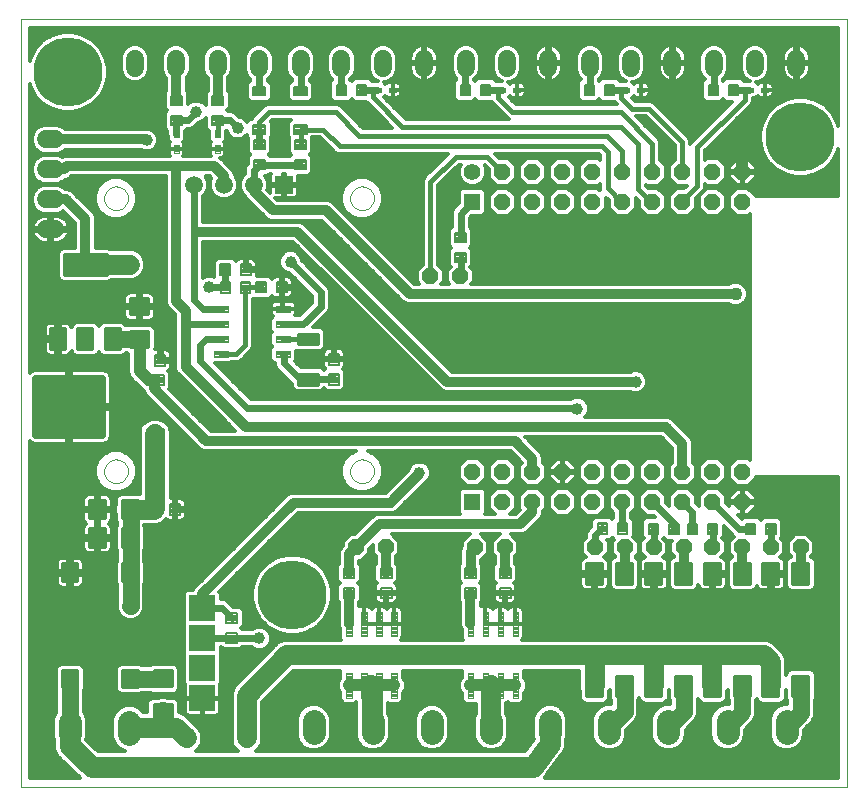
<source format=gtl>
G75*
%MOIN*%
%OFA0B0*%
%FSLAX24Y24*%
%IPPOS*%
%LPD*%
%AMOC8*
5,1,8,0,0,1.08239X$1,22.5*
%
%ADD10C,0.0000*%
%ADD11C,0.0780*%
%ADD12C,0.2300*%
%ADD13C,0.0083*%
%ADD14C,0.0047*%
%ADD15C,0.0087*%
%ADD16C,0.0079*%
%ADD17R,0.0860X0.0860*%
%ADD18C,0.0191*%
%ADD19C,0.0126*%
%ADD20C,0.0118*%
%ADD21C,0.0157*%
%ADD22OC8,0.0560*%
%ADD23R,0.0560X0.0560*%
%ADD24C,0.0560*%
%ADD25OC8,0.0520*%
%ADD26C,0.0594*%
%ADD27C,0.0072*%
%ADD28C,0.0039*%
%ADD29R,0.0594X0.0594*%
%ADD30C,0.0594*%
%ADD31OC8,0.0630*%
%ADD32C,0.0600*%
%ADD33C,0.0240*%
%ADD34C,0.0160*%
%ADD35C,0.0400*%
%ADD36C,0.0120*%
%ADD37C,0.0476*%
%ADD38C,0.0397*%
%ADD39C,0.0554*%
%ADD40C,0.0436*%
%ADD41C,0.0320*%
%ADD42C,0.0660*%
%ADD43C,0.0560*%
%ADD44C,0.0700*%
D10*
X000660Y001160D02*
X028219Y001160D01*
X028219Y026751D01*
X000660Y026751D01*
X000660Y001160D01*
X003445Y011677D02*
X003447Y011716D01*
X003453Y011755D01*
X003463Y011793D01*
X003476Y011830D01*
X003493Y011865D01*
X003513Y011899D01*
X003537Y011930D01*
X003564Y011959D01*
X003593Y011985D01*
X003625Y012008D01*
X003659Y012028D01*
X003695Y012044D01*
X003732Y012056D01*
X003771Y012065D01*
X003810Y012070D01*
X003849Y012071D01*
X003888Y012068D01*
X003927Y012061D01*
X003964Y012050D01*
X004001Y012036D01*
X004036Y012018D01*
X004069Y011997D01*
X004100Y011972D01*
X004128Y011945D01*
X004153Y011915D01*
X004175Y011882D01*
X004194Y011848D01*
X004209Y011812D01*
X004221Y011774D01*
X004229Y011736D01*
X004233Y011697D01*
X004233Y011657D01*
X004229Y011618D01*
X004221Y011580D01*
X004209Y011542D01*
X004194Y011506D01*
X004175Y011472D01*
X004153Y011439D01*
X004128Y011409D01*
X004100Y011382D01*
X004069Y011357D01*
X004036Y011336D01*
X004001Y011318D01*
X003964Y011304D01*
X003927Y011293D01*
X003888Y011286D01*
X003849Y011283D01*
X003810Y011284D01*
X003771Y011289D01*
X003732Y011298D01*
X003695Y011310D01*
X003659Y011326D01*
X003625Y011346D01*
X003593Y011369D01*
X003564Y011395D01*
X003537Y011424D01*
X003513Y011455D01*
X003493Y011489D01*
X003476Y011524D01*
X003463Y011561D01*
X003453Y011599D01*
X003447Y011638D01*
X003445Y011677D01*
X011645Y011677D02*
X011647Y011716D01*
X011653Y011755D01*
X011663Y011793D01*
X011676Y011830D01*
X011693Y011865D01*
X011713Y011899D01*
X011737Y011930D01*
X011764Y011959D01*
X011793Y011985D01*
X011825Y012008D01*
X011859Y012028D01*
X011895Y012044D01*
X011932Y012056D01*
X011971Y012065D01*
X012010Y012070D01*
X012049Y012071D01*
X012088Y012068D01*
X012127Y012061D01*
X012164Y012050D01*
X012201Y012036D01*
X012236Y012018D01*
X012269Y011997D01*
X012300Y011972D01*
X012328Y011945D01*
X012353Y011915D01*
X012375Y011882D01*
X012394Y011848D01*
X012409Y011812D01*
X012421Y011774D01*
X012429Y011736D01*
X012433Y011697D01*
X012433Y011657D01*
X012429Y011618D01*
X012421Y011580D01*
X012409Y011542D01*
X012394Y011506D01*
X012375Y011472D01*
X012353Y011439D01*
X012328Y011409D01*
X012300Y011382D01*
X012269Y011357D01*
X012236Y011336D01*
X012201Y011318D01*
X012164Y011304D01*
X012127Y011293D01*
X012088Y011286D01*
X012049Y011283D01*
X012010Y011284D01*
X011971Y011289D01*
X011932Y011298D01*
X011895Y011310D01*
X011859Y011326D01*
X011825Y011346D01*
X011793Y011369D01*
X011764Y011395D01*
X011737Y011424D01*
X011713Y011455D01*
X011693Y011489D01*
X011676Y011524D01*
X011663Y011561D01*
X011653Y011599D01*
X011647Y011638D01*
X011645Y011677D01*
X011645Y020777D02*
X011647Y020816D01*
X011653Y020855D01*
X011663Y020893D01*
X011676Y020930D01*
X011693Y020965D01*
X011713Y020999D01*
X011737Y021030D01*
X011764Y021059D01*
X011793Y021085D01*
X011825Y021108D01*
X011859Y021128D01*
X011895Y021144D01*
X011932Y021156D01*
X011971Y021165D01*
X012010Y021170D01*
X012049Y021171D01*
X012088Y021168D01*
X012127Y021161D01*
X012164Y021150D01*
X012201Y021136D01*
X012236Y021118D01*
X012269Y021097D01*
X012300Y021072D01*
X012328Y021045D01*
X012353Y021015D01*
X012375Y020982D01*
X012394Y020948D01*
X012409Y020912D01*
X012421Y020874D01*
X012429Y020836D01*
X012433Y020797D01*
X012433Y020757D01*
X012429Y020718D01*
X012421Y020680D01*
X012409Y020642D01*
X012394Y020606D01*
X012375Y020572D01*
X012353Y020539D01*
X012328Y020509D01*
X012300Y020482D01*
X012269Y020457D01*
X012236Y020436D01*
X012201Y020418D01*
X012164Y020404D01*
X012127Y020393D01*
X012088Y020386D01*
X012049Y020383D01*
X012010Y020384D01*
X011971Y020389D01*
X011932Y020398D01*
X011895Y020410D01*
X011859Y020426D01*
X011825Y020446D01*
X011793Y020469D01*
X011764Y020495D01*
X011737Y020524D01*
X011713Y020555D01*
X011693Y020589D01*
X011676Y020624D01*
X011663Y020661D01*
X011653Y020699D01*
X011647Y020738D01*
X011645Y020777D01*
X003445Y020777D02*
X003447Y020816D01*
X003453Y020855D01*
X003463Y020893D01*
X003476Y020930D01*
X003493Y020965D01*
X003513Y020999D01*
X003537Y021030D01*
X003564Y021059D01*
X003593Y021085D01*
X003625Y021108D01*
X003659Y021128D01*
X003695Y021144D01*
X003732Y021156D01*
X003771Y021165D01*
X003810Y021170D01*
X003849Y021171D01*
X003888Y021168D01*
X003927Y021161D01*
X003964Y021150D01*
X004001Y021136D01*
X004036Y021118D01*
X004069Y021097D01*
X004100Y021072D01*
X004128Y021045D01*
X004153Y021015D01*
X004175Y020982D01*
X004194Y020948D01*
X004209Y020912D01*
X004221Y020874D01*
X004229Y020836D01*
X004233Y020797D01*
X004233Y020757D01*
X004229Y020718D01*
X004221Y020680D01*
X004209Y020642D01*
X004194Y020606D01*
X004175Y020572D01*
X004153Y020539D01*
X004128Y020509D01*
X004100Y020482D01*
X004069Y020457D01*
X004036Y020436D01*
X004001Y020418D01*
X003964Y020404D01*
X003927Y020393D01*
X003888Y020386D01*
X003849Y020383D01*
X003810Y020384D01*
X003771Y020389D01*
X003732Y020398D01*
X003695Y020410D01*
X003659Y020426D01*
X003625Y020446D01*
X003593Y020469D01*
X003564Y020495D01*
X003537Y020524D01*
X003513Y020555D01*
X003493Y020589D01*
X003476Y020624D01*
X003463Y020661D01*
X003453Y020699D01*
X003447Y020738D01*
X003445Y020777D01*
D11*
X004277Y003311D02*
X004277Y002921D01*
X002307Y002921D02*
X002307Y003311D01*
X010431Y003337D02*
X010431Y002947D01*
X012401Y002947D02*
X012401Y003337D01*
X014371Y003337D02*
X014371Y002947D01*
X016341Y002947D02*
X016341Y003337D01*
X018311Y003337D02*
X018311Y002947D01*
X020281Y002947D02*
X020281Y003337D01*
X022251Y003337D02*
X022251Y002947D01*
X024221Y002947D02*
X024221Y003337D01*
X026191Y003337D02*
X026191Y002947D01*
D12*
X009715Y007566D03*
X026644Y022814D03*
X002235Y024979D03*
D13*
X007310Y018233D02*
X007640Y018233D01*
X007310Y018233D02*
X007310Y018575D01*
X007640Y018575D01*
X007640Y018233D01*
X007640Y018315D02*
X007310Y018315D01*
X007310Y018397D02*
X007640Y018397D01*
X007640Y018479D02*
X007310Y018479D01*
X007310Y018561D02*
X007640Y018561D01*
X007999Y018233D02*
X008329Y018233D01*
X007999Y018233D02*
X007999Y018575D01*
X008329Y018575D01*
X008329Y018233D01*
X008329Y018315D02*
X007999Y018315D01*
X007999Y018397D02*
X008329Y018397D01*
X008329Y018479D02*
X007999Y018479D01*
X007999Y018561D02*
X008329Y018561D01*
X008511Y017639D02*
X008841Y017639D01*
X008511Y017639D02*
X008511Y017981D01*
X008841Y017981D01*
X008841Y017639D01*
X008841Y017721D02*
X008511Y017721D01*
X008511Y017803D02*
X008841Y017803D01*
X008841Y017885D02*
X008511Y017885D01*
X008511Y017967D02*
X008841Y017967D01*
X009200Y017639D02*
X009530Y017639D01*
X009200Y017639D02*
X009200Y017981D01*
X009530Y017981D01*
X009530Y017639D01*
X009530Y017721D02*
X009200Y017721D01*
X009200Y017803D02*
X009530Y017803D01*
X009530Y017885D02*
X009200Y017885D01*
X009200Y017967D02*
X009530Y017967D01*
X005481Y015200D02*
X005151Y015200D01*
X005151Y015542D01*
X005481Y015542D01*
X005481Y015200D01*
X005481Y015282D02*
X005151Y015282D01*
X005151Y015364D02*
X005481Y015364D01*
X005481Y015446D02*
X005151Y015446D01*
X005151Y015528D02*
X005481Y015528D01*
X004792Y015200D02*
X004462Y015200D01*
X004462Y015542D01*
X004792Y015542D01*
X004792Y015200D01*
X004792Y015282D02*
X004462Y015282D01*
X004462Y015364D02*
X004792Y015364D01*
X004792Y015446D02*
X004462Y015446D01*
X004462Y015528D02*
X004792Y015528D01*
X004954Y010229D02*
X005284Y010229D01*
X004954Y010229D02*
X004954Y010571D01*
X005284Y010571D01*
X005284Y010229D01*
X005284Y010311D02*
X004954Y010311D01*
X004954Y010393D02*
X005284Y010393D01*
X005284Y010475D02*
X004954Y010475D01*
X004954Y010557D02*
X005284Y010557D01*
X005643Y010229D02*
X005973Y010229D01*
X005643Y010229D02*
X005643Y010571D01*
X005973Y010571D01*
X005973Y010229D01*
X005973Y010311D02*
X005643Y010311D01*
X005643Y010393D02*
X005973Y010393D01*
X005973Y010475D02*
X005643Y010475D01*
X005643Y010557D02*
X005973Y010557D01*
D14*
X007564Y015484D02*
X007564Y015674D01*
X007564Y015484D02*
X007098Y015484D01*
X007098Y015674D01*
X007564Y015674D01*
X007564Y015530D02*
X007098Y015530D01*
X007098Y015576D02*
X007564Y015576D01*
X007564Y015622D02*
X007098Y015622D01*
X007098Y015668D02*
X007564Y015668D01*
X007564Y015984D02*
X007564Y016174D01*
X007564Y015984D02*
X007098Y015984D01*
X007098Y016174D01*
X007564Y016174D01*
X007564Y016030D02*
X007098Y016030D01*
X007098Y016076D02*
X007564Y016076D01*
X007564Y016122D02*
X007098Y016122D01*
X007098Y016168D02*
X007564Y016168D01*
X007564Y016484D02*
X007564Y016674D01*
X007564Y016484D02*
X007098Y016484D01*
X007098Y016674D01*
X007564Y016674D01*
X007564Y016530D02*
X007098Y016530D01*
X007098Y016576D02*
X007564Y016576D01*
X007564Y016622D02*
X007098Y016622D01*
X007098Y016668D02*
X007564Y016668D01*
X007564Y016984D02*
X007564Y017174D01*
X007564Y016984D02*
X007098Y016984D01*
X007098Y017174D01*
X007564Y017174D01*
X007564Y017030D02*
X007098Y017030D01*
X007098Y017076D02*
X007564Y017076D01*
X007564Y017122D02*
X007098Y017122D01*
X007098Y017168D02*
X007564Y017168D01*
X009651Y017174D02*
X009651Y016984D01*
X009185Y016984D01*
X009185Y017174D01*
X009651Y017174D01*
X009651Y017030D02*
X009185Y017030D01*
X009185Y017076D02*
X009651Y017076D01*
X009651Y017122D02*
X009185Y017122D01*
X009185Y017168D02*
X009651Y017168D01*
X009651Y016674D02*
X009651Y016484D01*
X009185Y016484D01*
X009185Y016674D01*
X009651Y016674D01*
X009651Y016530D02*
X009185Y016530D01*
X009185Y016576D02*
X009651Y016576D01*
X009651Y016622D02*
X009185Y016622D01*
X009185Y016668D02*
X009651Y016668D01*
X009651Y016174D02*
X009651Y015984D01*
X009185Y015984D01*
X009185Y016174D01*
X009651Y016174D01*
X009651Y016030D02*
X009185Y016030D01*
X009185Y016076D02*
X009651Y016076D01*
X009651Y016122D02*
X009185Y016122D01*
X009185Y016168D02*
X009651Y016168D01*
X009651Y015674D02*
X009651Y015484D01*
X009185Y015484D01*
X009185Y015674D01*
X009651Y015674D01*
X009651Y015530D02*
X009185Y015530D01*
X009185Y015576D02*
X009651Y015576D01*
X009651Y015622D02*
X009185Y015622D01*
X009185Y015668D02*
X009651Y015668D01*
X011515Y006998D02*
X011705Y006998D01*
X011705Y006178D01*
X011515Y006178D01*
X011515Y006998D01*
X011515Y006224D02*
X011705Y006224D01*
X011705Y006270D02*
X011515Y006270D01*
X011515Y006316D02*
X011705Y006316D01*
X011705Y006362D02*
X011515Y006362D01*
X011515Y006408D02*
X011705Y006408D01*
X011705Y006454D02*
X011515Y006454D01*
X011515Y006500D02*
X011705Y006500D01*
X011705Y006546D02*
X011515Y006546D01*
X011515Y006592D02*
X011705Y006592D01*
X011705Y006638D02*
X011515Y006638D01*
X011515Y006684D02*
X011705Y006684D01*
X011705Y006730D02*
X011515Y006730D01*
X011515Y006776D02*
X011705Y006776D01*
X011705Y006822D02*
X011515Y006822D01*
X011515Y006868D02*
X011705Y006868D01*
X011705Y006914D02*
X011515Y006914D01*
X011515Y006960D02*
X011705Y006960D01*
X012015Y006998D02*
X012205Y006998D01*
X012205Y006178D01*
X012015Y006178D01*
X012015Y006998D01*
X012015Y006224D02*
X012205Y006224D01*
X012205Y006270D02*
X012015Y006270D01*
X012015Y006316D02*
X012205Y006316D01*
X012205Y006362D02*
X012015Y006362D01*
X012015Y006408D02*
X012205Y006408D01*
X012205Y006454D02*
X012015Y006454D01*
X012015Y006500D02*
X012205Y006500D01*
X012205Y006546D02*
X012015Y006546D01*
X012015Y006592D02*
X012205Y006592D01*
X012205Y006638D02*
X012015Y006638D01*
X012015Y006684D02*
X012205Y006684D01*
X012205Y006730D02*
X012015Y006730D01*
X012015Y006776D02*
X012205Y006776D01*
X012205Y006822D02*
X012015Y006822D01*
X012015Y006868D02*
X012205Y006868D01*
X012205Y006914D02*
X012015Y006914D01*
X012015Y006960D02*
X012205Y006960D01*
X012515Y006998D02*
X012705Y006998D01*
X012705Y006178D01*
X012515Y006178D01*
X012515Y006998D01*
X012515Y006224D02*
X012705Y006224D01*
X012705Y006270D02*
X012515Y006270D01*
X012515Y006316D02*
X012705Y006316D01*
X012705Y006362D02*
X012515Y006362D01*
X012515Y006408D02*
X012705Y006408D01*
X012705Y006454D02*
X012515Y006454D01*
X012515Y006500D02*
X012705Y006500D01*
X012705Y006546D02*
X012515Y006546D01*
X012515Y006592D02*
X012705Y006592D01*
X012705Y006638D02*
X012515Y006638D01*
X012515Y006684D02*
X012705Y006684D01*
X012705Y006730D02*
X012515Y006730D01*
X012515Y006776D02*
X012705Y006776D01*
X012705Y006822D02*
X012515Y006822D01*
X012515Y006868D02*
X012705Y006868D01*
X012705Y006914D02*
X012515Y006914D01*
X012515Y006960D02*
X012705Y006960D01*
X013015Y006998D02*
X013205Y006998D01*
X013205Y006178D01*
X013015Y006178D01*
X013015Y006998D01*
X013015Y006224D02*
X013205Y006224D01*
X013205Y006270D02*
X013015Y006270D01*
X013015Y006316D02*
X013205Y006316D01*
X013205Y006362D02*
X013015Y006362D01*
X013015Y006408D02*
X013205Y006408D01*
X013205Y006454D02*
X013015Y006454D01*
X013015Y006500D02*
X013205Y006500D01*
X013205Y006546D02*
X013015Y006546D01*
X013015Y006592D02*
X013205Y006592D01*
X013205Y006638D02*
X013015Y006638D01*
X013015Y006684D02*
X013205Y006684D01*
X013205Y006730D02*
X013015Y006730D01*
X013015Y006776D02*
X013205Y006776D01*
X013205Y006822D02*
X013015Y006822D01*
X013015Y006868D02*
X013205Y006868D01*
X013205Y006914D02*
X013015Y006914D01*
X013015Y006960D02*
X013205Y006960D01*
X013205Y004951D02*
X013015Y004951D01*
X013205Y004951D02*
X013205Y004131D01*
X013015Y004131D01*
X013015Y004951D01*
X013015Y004177D02*
X013205Y004177D01*
X013205Y004223D02*
X013015Y004223D01*
X013015Y004269D02*
X013205Y004269D01*
X013205Y004315D02*
X013015Y004315D01*
X013015Y004361D02*
X013205Y004361D01*
X013205Y004407D02*
X013015Y004407D01*
X013015Y004453D02*
X013205Y004453D01*
X013205Y004499D02*
X013015Y004499D01*
X013015Y004545D02*
X013205Y004545D01*
X013205Y004591D02*
X013015Y004591D01*
X013015Y004637D02*
X013205Y004637D01*
X013205Y004683D02*
X013015Y004683D01*
X013015Y004729D02*
X013205Y004729D01*
X013205Y004775D02*
X013015Y004775D01*
X013015Y004821D02*
X013205Y004821D01*
X013205Y004867D02*
X013015Y004867D01*
X013015Y004913D02*
X013205Y004913D01*
X012705Y004951D02*
X012515Y004951D01*
X012705Y004951D02*
X012705Y004131D01*
X012515Y004131D01*
X012515Y004951D01*
X012515Y004177D02*
X012705Y004177D01*
X012705Y004223D02*
X012515Y004223D01*
X012515Y004269D02*
X012705Y004269D01*
X012705Y004315D02*
X012515Y004315D01*
X012515Y004361D02*
X012705Y004361D01*
X012705Y004407D02*
X012515Y004407D01*
X012515Y004453D02*
X012705Y004453D01*
X012705Y004499D02*
X012515Y004499D01*
X012515Y004545D02*
X012705Y004545D01*
X012705Y004591D02*
X012515Y004591D01*
X012515Y004637D02*
X012705Y004637D01*
X012705Y004683D02*
X012515Y004683D01*
X012515Y004729D02*
X012705Y004729D01*
X012705Y004775D02*
X012515Y004775D01*
X012515Y004821D02*
X012705Y004821D01*
X012705Y004867D02*
X012515Y004867D01*
X012515Y004913D02*
X012705Y004913D01*
X012205Y004951D02*
X012015Y004951D01*
X012205Y004951D02*
X012205Y004131D01*
X012015Y004131D01*
X012015Y004951D01*
X012015Y004177D02*
X012205Y004177D01*
X012205Y004223D02*
X012015Y004223D01*
X012015Y004269D02*
X012205Y004269D01*
X012205Y004315D02*
X012015Y004315D01*
X012015Y004361D02*
X012205Y004361D01*
X012205Y004407D02*
X012015Y004407D01*
X012015Y004453D02*
X012205Y004453D01*
X012205Y004499D02*
X012015Y004499D01*
X012015Y004545D02*
X012205Y004545D01*
X012205Y004591D02*
X012015Y004591D01*
X012015Y004637D02*
X012205Y004637D01*
X012205Y004683D02*
X012015Y004683D01*
X012015Y004729D02*
X012205Y004729D01*
X012205Y004775D02*
X012015Y004775D01*
X012015Y004821D02*
X012205Y004821D01*
X012205Y004867D02*
X012015Y004867D01*
X012015Y004913D02*
X012205Y004913D01*
X011705Y004951D02*
X011515Y004951D01*
X011705Y004951D02*
X011705Y004131D01*
X011515Y004131D01*
X011515Y004951D01*
X011515Y004177D02*
X011705Y004177D01*
X011705Y004223D02*
X011515Y004223D01*
X011515Y004269D02*
X011705Y004269D01*
X011705Y004315D02*
X011515Y004315D01*
X011515Y004361D02*
X011705Y004361D01*
X011705Y004407D02*
X011515Y004407D01*
X011515Y004453D02*
X011705Y004453D01*
X011705Y004499D02*
X011515Y004499D01*
X011515Y004545D02*
X011705Y004545D01*
X011705Y004591D02*
X011515Y004591D01*
X011515Y004637D02*
X011705Y004637D01*
X011705Y004683D02*
X011515Y004683D01*
X011515Y004729D02*
X011705Y004729D01*
X011705Y004775D02*
X011515Y004775D01*
X011515Y004821D02*
X011705Y004821D01*
X011705Y004867D02*
X011515Y004867D01*
X011515Y004913D02*
X011705Y004913D01*
X015559Y004951D02*
X015749Y004951D01*
X015749Y004131D01*
X015559Y004131D01*
X015559Y004951D01*
X015559Y004177D02*
X015749Y004177D01*
X015749Y004223D02*
X015559Y004223D01*
X015559Y004269D02*
X015749Y004269D01*
X015749Y004315D02*
X015559Y004315D01*
X015559Y004361D02*
X015749Y004361D01*
X015749Y004407D02*
X015559Y004407D01*
X015559Y004453D02*
X015749Y004453D01*
X015749Y004499D02*
X015559Y004499D01*
X015559Y004545D02*
X015749Y004545D01*
X015749Y004591D02*
X015559Y004591D01*
X015559Y004637D02*
X015749Y004637D01*
X015749Y004683D02*
X015559Y004683D01*
X015559Y004729D02*
X015749Y004729D01*
X015749Y004775D02*
X015559Y004775D01*
X015559Y004821D02*
X015749Y004821D01*
X015749Y004867D02*
X015559Y004867D01*
X015559Y004913D02*
X015749Y004913D01*
X016059Y004951D02*
X016249Y004951D01*
X016249Y004131D01*
X016059Y004131D01*
X016059Y004951D01*
X016059Y004177D02*
X016249Y004177D01*
X016249Y004223D02*
X016059Y004223D01*
X016059Y004269D02*
X016249Y004269D01*
X016249Y004315D02*
X016059Y004315D01*
X016059Y004361D02*
X016249Y004361D01*
X016249Y004407D02*
X016059Y004407D01*
X016059Y004453D02*
X016249Y004453D01*
X016249Y004499D02*
X016059Y004499D01*
X016059Y004545D02*
X016249Y004545D01*
X016249Y004591D02*
X016059Y004591D01*
X016059Y004637D02*
X016249Y004637D01*
X016249Y004683D02*
X016059Y004683D01*
X016059Y004729D02*
X016249Y004729D01*
X016249Y004775D02*
X016059Y004775D01*
X016059Y004821D02*
X016249Y004821D01*
X016249Y004867D02*
X016059Y004867D01*
X016059Y004913D02*
X016249Y004913D01*
X016559Y004951D02*
X016749Y004951D01*
X016749Y004131D01*
X016559Y004131D01*
X016559Y004951D01*
X016559Y004177D02*
X016749Y004177D01*
X016749Y004223D02*
X016559Y004223D01*
X016559Y004269D02*
X016749Y004269D01*
X016749Y004315D02*
X016559Y004315D01*
X016559Y004361D02*
X016749Y004361D01*
X016749Y004407D02*
X016559Y004407D01*
X016559Y004453D02*
X016749Y004453D01*
X016749Y004499D02*
X016559Y004499D01*
X016559Y004545D02*
X016749Y004545D01*
X016749Y004591D02*
X016559Y004591D01*
X016559Y004637D02*
X016749Y004637D01*
X016749Y004683D02*
X016559Y004683D01*
X016559Y004729D02*
X016749Y004729D01*
X016749Y004775D02*
X016559Y004775D01*
X016559Y004821D02*
X016749Y004821D01*
X016749Y004867D02*
X016559Y004867D01*
X016559Y004913D02*
X016749Y004913D01*
X017059Y004951D02*
X017249Y004951D01*
X017249Y004131D01*
X017059Y004131D01*
X017059Y004951D01*
X017059Y004177D02*
X017249Y004177D01*
X017249Y004223D02*
X017059Y004223D01*
X017059Y004269D02*
X017249Y004269D01*
X017249Y004315D02*
X017059Y004315D01*
X017059Y004361D02*
X017249Y004361D01*
X017249Y004407D02*
X017059Y004407D01*
X017059Y004453D02*
X017249Y004453D01*
X017249Y004499D02*
X017059Y004499D01*
X017059Y004545D02*
X017249Y004545D01*
X017249Y004591D02*
X017059Y004591D01*
X017059Y004637D02*
X017249Y004637D01*
X017249Y004683D02*
X017059Y004683D01*
X017059Y004729D02*
X017249Y004729D01*
X017249Y004775D02*
X017059Y004775D01*
X017059Y004821D02*
X017249Y004821D01*
X017249Y004867D02*
X017059Y004867D01*
X017059Y004913D02*
X017249Y004913D01*
X017249Y006998D02*
X017059Y006998D01*
X017249Y006998D02*
X017249Y006178D01*
X017059Y006178D01*
X017059Y006998D01*
X017059Y006224D02*
X017249Y006224D01*
X017249Y006270D02*
X017059Y006270D01*
X017059Y006316D02*
X017249Y006316D01*
X017249Y006362D02*
X017059Y006362D01*
X017059Y006408D02*
X017249Y006408D01*
X017249Y006454D02*
X017059Y006454D01*
X017059Y006500D02*
X017249Y006500D01*
X017249Y006546D02*
X017059Y006546D01*
X017059Y006592D02*
X017249Y006592D01*
X017249Y006638D02*
X017059Y006638D01*
X017059Y006684D02*
X017249Y006684D01*
X017249Y006730D02*
X017059Y006730D01*
X017059Y006776D02*
X017249Y006776D01*
X017249Y006822D02*
X017059Y006822D01*
X017059Y006868D02*
X017249Y006868D01*
X017249Y006914D02*
X017059Y006914D01*
X017059Y006960D02*
X017249Y006960D01*
X016749Y006998D02*
X016559Y006998D01*
X016749Y006998D02*
X016749Y006178D01*
X016559Y006178D01*
X016559Y006998D01*
X016559Y006224D02*
X016749Y006224D01*
X016749Y006270D02*
X016559Y006270D01*
X016559Y006316D02*
X016749Y006316D01*
X016749Y006362D02*
X016559Y006362D01*
X016559Y006408D02*
X016749Y006408D01*
X016749Y006454D02*
X016559Y006454D01*
X016559Y006500D02*
X016749Y006500D01*
X016749Y006546D02*
X016559Y006546D01*
X016559Y006592D02*
X016749Y006592D01*
X016749Y006638D02*
X016559Y006638D01*
X016559Y006684D02*
X016749Y006684D01*
X016749Y006730D02*
X016559Y006730D01*
X016559Y006776D02*
X016749Y006776D01*
X016749Y006822D02*
X016559Y006822D01*
X016559Y006868D02*
X016749Y006868D01*
X016749Y006914D02*
X016559Y006914D01*
X016559Y006960D02*
X016749Y006960D01*
X016249Y006998D02*
X016059Y006998D01*
X016249Y006998D02*
X016249Y006178D01*
X016059Y006178D01*
X016059Y006998D01*
X016059Y006224D02*
X016249Y006224D01*
X016249Y006270D02*
X016059Y006270D01*
X016059Y006316D02*
X016249Y006316D01*
X016249Y006362D02*
X016059Y006362D01*
X016059Y006408D02*
X016249Y006408D01*
X016249Y006454D02*
X016059Y006454D01*
X016059Y006500D02*
X016249Y006500D01*
X016249Y006546D02*
X016059Y006546D01*
X016059Y006592D02*
X016249Y006592D01*
X016249Y006638D02*
X016059Y006638D01*
X016059Y006684D02*
X016249Y006684D01*
X016249Y006730D02*
X016059Y006730D01*
X016059Y006776D02*
X016249Y006776D01*
X016249Y006822D02*
X016059Y006822D01*
X016059Y006868D02*
X016249Y006868D01*
X016249Y006914D02*
X016059Y006914D01*
X016059Y006960D02*
X016249Y006960D01*
X015749Y006998D02*
X015559Y006998D01*
X015749Y006998D02*
X015749Y006178D01*
X015559Y006178D01*
X015559Y006998D01*
X015559Y006224D02*
X015749Y006224D01*
X015749Y006270D02*
X015559Y006270D01*
X015559Y006316D02*
X015749Y006316D01*
X015749Y006362D02*
X015559Y006362D01*
X015559Y006408D02*
X015749Y006408D01*
X015749Y006454D02*
X015559Y006454D01*
X015559Y006500D02*
X015749Y006500D01*
X015749Y006546D02*
X015559Y006546D01*
X015559Y006592D02*
X015749Y006592D01*
X015749Y006638D02*
X015559Y006638D01*
X015559Y006684D02*
X015749Y006684D01*
X015749Y006730D02*
X015559Y006730D01*
X015559Y006776D02*
X015749Y006776D01*
X015749Y006822D02*
X015559Y006822D01*
X015559Y006868D02*
X015749Y006868D01*
X015749Y006914D02*
X015559Y006914D01*
X015559Y006960D02*
X015749Y006960D01*
D15*
X009913Y014568D02*
X009913Y014914D01*
X010575Y014914D01*
X010575Y014568D01*
X009913Y014568D01*
X009913Y014654D02*
X010575Y014654D01*
X010575Y014740D02*
X009913Y014740D01*
X009913Y014826D02*
X010575Y014826D01*
X010575Y014912D02*
X009913Y014912D01*
X009912Y015907D02*
X009912Y016253D01*
X010574Y016253D01*
X010574Y015907D01*
X009912Y015907D01*
X009912Y015993D02*
X010574Y015993D01*
X010574Y016079D02*
X009912Y016079D01*
X009912Y016165D02*
X010574Y016165D01*
X010574Y016251D02*
X009912Y016251D01*
D16*
X011268Y015588D02*
X011268Y015234D01*
X010952Y015234D01*
X010952Y015588D01*
X011268Y015588D01*
X011268Y015312D02*
X010952Y015312D01*
X010952Y015390D02*
X011268Y015390D01*
X011268Y015468D02*
X010952Y015468D01*
X010952Y015546D02*
X011268Y015546D01*
X011268Y014919D02*
X011268Y014565D01*
X010952Y014565D01*
X010952Y014919D01*
X011268Y014919D01*
X011268Y014643D02*
X010952Y014643D01*
X010952Y014721D02*
X011268Y014721D01*
X011268Y014799D02*
X010952Y014799D01*
X010952Y014877D02*
X011268Y014877D01*
X008312Y017987D02*
X007996Y017987D01*
X008312Y017987D02*
X008312Y017633D01*
X007996Y017633D01*
X007996Y017987D01*
X007996Y017711D02*
X008312Y017711D01*
X008312Y017789D02*
X007996Y017789D01*
X007996Y017867D02*
X008312Y017867D01*
X008312Y017945D02*
X007996Y017945D01*
X007643Y017987D02*
X007327Y017987D01*
X007643Y017987D02*
X007643Y017633D01*
X007327Y017633D01*
X007327Y017987D01*
X007327Y017711D02*
X007643Y017711D01*
X007643Y017789D02*
X007327Y017789D01*
X007327Y017867D02*
X007643Y017867D01*
X007643Y017945D02*
X007327Y017945D01*
X005424Y014875D02*
X005424Y014559D01*
X004872Y014559D01*
X004872Y014875D01*
X005424Y014875D01*
X005424Y014637D02*
X004872Y014637D01*
X004872Y014715D02*
X005424Y014715D01*
X005424Y014793D02*
X004872Y014793D01*
X004872Y014871D02*
X005424Y014871D01*
X005424Y013080D02*
X005424Y012764D01*
X004872Y012764D01*
X004872Y013080D01*
X005424Y013080D01*
X005424Y012842D02*
X004872Y012842D01*
X004872Y012920D02*
X005424Y012920D01*
X005424Y012998D02*
X004872Y012998D01*
X004872Y013076D02*
X005424Y013076D01*
X011429Y008452D02*
X011429Y008136D01*
X011429Y008452D02*
X011783Y008452D01*
X011783Y008136D01*
X011429Y008136D01*
X011429Y008214D02*
X011783Y008214D01*
X011783Y008292D02*
X011429Y008292D01*
X011429Y008370D02*
X011783Y008370D01*
X011783Y008448D02*
X011429Y008448D01*
X011429Y007783D02*
X011429Y007467D01*
X011429Y007783D02*
X011783Y007783D01*
X011783Y007467D01*
X011429Y007467D01*
X011429Y007545D02*
X011783Y007545D01*
X011783Y007623D02*
X011429Y007623D01*
X011429Y007701D02*
X011783Y007701D01*
X011783Y007779D02*
X011429Y007779D01*
X012667Y007783D02*
X012667Y007467D01*
X012667Y007783D02*
X013021Y007783D01*
X013021Y007467D01*
X012667Y007467D01*
X012667Y007545D02*
X013021Y007545D01*
X013021Y007623D02*
X012667Y007623D01*
X012667Y007701D02*
X013021Y007701D01*
X013021Y007779D02*
X012667Y007779D01*
X012667Y008136D02*
X012667Y008452D01*
X013021Y008452D01*
X013021Y008136D01*
X012667Y008136D01*
X012667Y008214D02*
X013021Y008214D01*
X013021Y008292D02*
X012667Y008292D01*
X012667Y008370D02*
X013021Y008370D01*
X013021Y008448D02*
X012667Y008448D01*
X015478Y008452D02*
X015478Y008136D01*
X015478Y008452D02*
X015832Y008452D01*
X015832Y008136D01*
X015478Y008136D01*
X015478Y008214D02*
X015832Y008214D01*
X015832Y008292D02*
X015478Y008292D01*
X015478Y008370D02*
X015832Y008370D01*
X015832Y008448D02*
X015478Y008448D01*
X015478Y007783D02*
X015478Y007467D01*
X015478Y007783D02*
X015832Y007783D01*
X015832Y007467D01*
X015478Y007467D01*
X015478Y007545D02*
X015832Y007545D01*
X015832Y007623D02*
X015478Y007623D01*
X015478Y007701D02*
X015832Y007701D01*
X015832Y007779D02*
X015478Y007779D01*
X016634Y007783D02*
X016634Y007467D01*
X016634Y007783D02*
X016988Y007783D01*
X016988Y007467D01*
X016634Y007467D01*
X016634Y007545D02*
X016988Y007545D01*
X016988Y007623D02*
X016634Y007623D01*
X016634Y007701D02*
X016988Y007701D01*
X016988Y007779D02*
X016634Y007779D01*
X016634Y008136D02*
X016634Y008452D01*
X016988Y008452D01*
X016988Y008136D01*
X016634Y008136D01*
X016634Y008214D02*
X016988Y008214D01*
X016988Y008292D02*
X016634Y008292D01*
X016634Y008370D02*
X016988Y008370D01*
X016988Y008448D02*
X016634Y008448D01*
X019895Y009949D02*
X020211Y009949D01*
X020211Y009595D01*
X019895Y009595D01*
X019895Y009949D01*
X019895Y009673D02*
X020211Y009673D01*
X020211Y009751D02*
X019895Y009751D01*
X019895Y009829D02*
X020211Y009829D01*
X020211Y009907D02*
X019895Y009907D01*
X020564Y009949D02*
X020880Y009949D01*
X020880Y009595D01*
X020564Y009595D01*
X020564Y009949D01*
X020564Y009673D02*
X020880Y009673D01*
X020880Y009751D02*
X020564Y009751D01*
X020564Y009829D02*
X020880Y009829D01*
X020880Y009907D02*
X020564Y009907D01*
X021604Y009932D02*
X021920Y009932D01*
X021920Y009578D01*
X021604Y009578D01*
X021604Y009932D01*
X021604Y009656D02*
X021920Y009656D01*
X021920Y009734D02*
X021604Y009734D01*
X021604Y009812D02*
X021920Y009812D01*
X021920Y009890D02*
X021604Y009890D01*
X022274Y009932D02*
X022590Y009932D01*
X022590Y009578D01*
X022274Y009578D01*
X022274Y009932D01*
X022274Y009656D02*
X022590Y009656D01*
X022590Y009734D02*
X022274Y009734D01*
X022274Y009812D02*
X022590Y009812D01*
X022590Y009890D02*
X022274Y009890D01*
X022895Y009581D02*
X023211Y009581D01*
X022895Y009581D02*
X022895Y009935D01*
X023211Y009935D01*
X023211Y009581D01*
X023211Y009659D02*
X022895Y009659D01*
X022895Y009737D02*
X023211Y009737D01*
X023211Y009815D02*
X022895Y009815D01*
X022895Y009893D02*
X023211Y009893D01*
X023564Y009581D02*
X023880Y009581D01*
X023564Y009581D02*
X023564Y009935D01*
X023880Y009935D01*
X023880Y009581D01*
X023880Y009659D02*
X023564Y009659D01*
X023564Y009737D02*
X023880Y009737D01*
X023880Y009815D02*
X023564Y009815D01*
X023564Y009893D02*
X023880Y009893D01*
X024837Y009577D02*
X025153Y009577D01*
X024837Y009577D02*
X024837Y009931D01*
X025153Y009931D01*
X025153Y009577D01*
X025153Y009655D02*
X024837Y009655D01*
X024837Y009733D02*
X025153Y009733D01*
X025153Y009811D02*
X024837Y009811D01*
X024837Y009889D02*
X025153Y009889D01*
X025506Y009577D02*
X025822Y009577D01*
X025506Y009577D02*
X025506Y009931D01*
X025822Y009931D01*
X025822Y009577D01*
X025822Y009655D02*
X025506Y009655D01*
X025506Y009733D02*
X025822Y009733D01*
X025822Y009811D02*
X025506Y009811D01*
X025506Y009889D02*
X025822Y009889D01*
X015144Y018644D02*
X015144Y018960D01*
X015498Y018960D01*
X015498Y018644D01*
X015144Y018644D01*
X015144Y018722D02*
X015498Y018722D01*
X015498Y018800D02*
X015144Y018800D01*
X015144Y018878D02*
X015498Y018878D01*
X015498Y018956D02*
X015144Y018956D01*
X015144Y019313D02*
X015144Y019629D01*
X015498Y019629D01*
X015498Y019313D01*
X015144Y019313D01*
X015144Y019391D02*
X015498Y019391D01*
X015498Y019469D02*
X015144Y019469D01*
X015144Y019547D02*
X015498Y019547D01*
X015498Y019625D02*
X015144Y019625D01*
X015325Y024211D02*
X015641Y024211D01*
X015325Y024211D02*
X015325Y024565D01*
X015641Y024565D01*
X015641Y024211D01*
X015641Y024289D02*
X015325Y024289D01*
X015325Y024367D02*
X015641Y024367D01*
X015641Y024445D02*
X015325Y024445D01*
X015325Y024523D02*
X015641Y024523D01*
X015994Y024211D02*
X016310Y024211D01*
X015994Y024211D02*
X015994Y024565D01*
X016310Y024565D01*
X016310Y024211D01*
X016310Y024289D02*
X015994Y024289D01*
X015994Y024367D02*
X016310Y024367D01*
X016310Y024445D02*
X015994Y024445D01*
X015994Y024523D02*
X016310Y024523D01*
X019459Y024211D02*
X019775Y024211D01*
X019459Y024211D02*
X019459Y024565D01*
X019775Y024565D01*
X019775Y024211D01*
X019775Y024289D02*
X019459Y024289D01*
X019459Y024367D02*
X019775Y024367D01*
X019775Y024445D02*
X019459Y024445D01*
X019459Y024523D02*
X019775Y024523D01*
X020128Y024211D02*
X020444Y024211D01*
X020128Y024211D02*
X020128Y024565D01*
X020444Y024565D01*
X020444Y024211D01*
X020444Y024289D02*
X020128Y024289D01*
X020128Y024367D02*
X020444Y024367D01*
X020444Y024445D02*
X020128Y024445D01*
X020128Y024523D02*
X020444Y024523D01*
X023593Y024211D02*
X023909Y024211D01*
X023593Y024211D02*
X023593Y024565D01*
X023909Y024565D01*
X023909Y024211D01*
X023909Y024289D02*
X023593Y024289D01*
X023593Y024367D02*
X023909Y024367D01*
X023909Y024445D02*
X023593Y024445D01*
X023593Y024523D02*
X023909Y024523D01*
X024262Y024211D02*
X024578Y024211D01*
X024262Y024211D02*
X024262Y024565D01*
X024578Y024565D01*
X024578Y024211D01*
X024578Y024289D02*
X024262Y024289D01*
X024262Y024367D02*
X024578Y024367D01*
X024578Y024445D02*
X024262Y024445D01*
X024262Y024523D02*
X024578Y024523D01*
X012184Y024211D02*
X011868Y024211D01*
X011868Y024565D01*
X012184Y024565D01*
X012184Y024211D01*
X012184Y024289D02*
X011868Y024289D01*
X011868Y024367D02*
X012184Y024367D01*
X012184Y024445D02*
X011868Y024445D01*
X011868Y024523D02*
X012184Y024523D01*
X011515Y024211D02*
X011199Y024211D01*
X011199Y024565D01*
X011515Y024565D01*
X011515Y024211D01*
X011515Y024289D02*
X011199Y024289D01*
X011199Y024367D02*
X011515Y024367D01*
X011515Y024445D02*
X011199Y024445D01*
X011199Y024523D02*
X011515Y024523D01*
X009810Y022724D02*
X009810Y022408D01*
X009810Y022724D02*
X010164Y022724D01*
X010164Y022408D01*
X009810Y022408D01*
X009810Y022486D02*
X010164Y022486D01*
X010164Y022564D02*
X009810Y022564D01*
X009810Y022642D02*
X010164Y022642D01*
X010164Y022720D02*
X009810Y022720D01*
X009810Y022054D02*
X009810Y021738D01*
X009810Y022054D02*
X010164Y022054D01*
X010164Y021738D01*
X009810Y021738D01*
X009810Y021816D02*
X010164Y021816D01*
X010164Y021894D02*
X009810Y021894D01*
X009810Y021972D02*
X010164Y021972D01*
X010164Y022050D02*
X009810Y022050D01*
X008444Y022054D02*
X008444Y021738D01*
X008444Y022054D02*
X008798Y022054D01*
X008798Y021738D01*
X008444Y021738D01*
X008444Y021816D02*
X008798Y021816D01*
X008798Y021894D02*
X008444Y021894D01*
X008444Y021972D02*
X008798Y021972D01*
X008798Y022050D02*
X008444Y022050D01*
X008444Y022408D02*
X008444Y022724D01*
X008798Y022724D01*
X008798Y022408D01*
X008444Y022408D01*
X008444Y022486D02*
X008798Y022486D01*
X008798Y022564D02*
X008444Y022564D01*
X008444Y022642D02*
X008798Y022642D01*
X008798Y022720D02*
X008444Y022720D01*
X007052Y023215D02*
X007052Y023531D01*
X007406Y023531D01*
X007406Y023215D01*
X007052Y023215D01*
X007052Y023293D02*
X007406Y023293D01*
X007406Y023371D02*
X007052Y023371D01*
X007052Y023449D02*
X007406Y023449D01*
X007406Y023527D02*
X007052Y023527D01*
X007052Y023884D02*
X007052Y024200D01*
X007406Y024200D01*
X007406Y023884D01*
X007052Y023884D01*
X007052Y023962D02*
X007406Y023962D01*
X007406Y024040D02*
X007052Y024040D01*
X007052Y024118D02*
X007406Y024118D01*
X007406Y024196D02*
X007052Y024196D01*
X005675Y024200D02*
X005675Y023884D01*
X005675Y024200D02*
X006029Y024200D01*
X006029Y023884D01*
X005675Y023884D01*
X005675Y023962D02*
X006029Y023962D01*
X006029Y024040D02*
X005675Y024040D01*
X005675Y024118D02*
X006029Y024118D01*
X006029Y024196D02*
X005675Y024196D01*
X005675Y023531D02*
X005675Y023215D01*
X005675Y023531D02*
X006029Y023531D01*
X006029Y023215D01*
X005675Y023215D01*
X005675Y023293D02*
X006029Y023293D01*
X006029Y023371D02*
X005675Y023371D01*
X005675Y023449D02*
X006029Y023449D01*
X006029Y023527D02*
X005675Y023527D01*
X007519Y006943D02*
X007519Y006627D01*
X007519Y006943D02*
X007873Y006943D01*
X007873Y006627D01*
X007519Y006627D01*
X007519Y006705D02*
X007873Y006705D01*
X007873Y006783D02*
X007519Y006783D01*
X007519Y006861D02*
X007873Y006861D01*
X007873Y006939D02*
X007519Y006939D01*
X007519Y006274D02*
X007519Y005958D01*
X007519Y006274D02*
X007873Y006274D01*
X007873Y005958D01*
X007519Y005958D01*
X007519Y006036D02*
X007873Y006036D01*
X007873Y006114D02*
X007519Y006114D01*
X007519Y006192D02*
X007873Y006192D01*
X007873Y006270D02*
X007519Y006270D01*
D17*
X006715Y006118D03*
X006715Y005118D03*
X006715Y004118D03*
X006715Y007118D03*
D18*
X003399Y012851D02*
X003399Y014787D01*
X003399Y012851D02*
X001149Y012851D01*
X001149Y014787D01*
X003399Y014787D01*
X003399Y013041D02*
X001149Y013041D01*
X001149Y013231D02*
X003399Y013231D01*
X003399Y013421D02*
X001149Y013421D01*
X001149Y013611D02*
X003399Y013611D01*
X003399Y013801D02*
X001149Y013801D01*
X001149Y013991D02*
X003399Y013991D01*
X003399Y014181D02*
X001149Y014181D01*
X001149Y014371D02*
X003399Y014371D01*
X003399Y014561D02*
X001149Y014561D01*
X001149Y014751D02*
X003399Y014751D01*
D19*
X004915Y015813D02*
X004915Y016317D01*
X004915Y015813D02*
X004333Y015813D01*
X004333Y016317D01*
X004915Y016317D01*
X004915Y015938D02*
X004333Y015938D01*
X004333Y016063D02*
X004915Y016063D01*
X004915Y016188D02*
X004333Y016188D01*
X004333Y016313D02*
X004915Y016313D01*
X004915Y016915D02*
X004915Y017419D01*
X004915Y016915D02*
X004333Y016915D01*
X004333Y017419D01*
X004915Y017419D01*
X004915Y017040D02*
X004333Y017040D01*
X004333Y017165D02*
X004915Y017165D01*
X004915Y017290D02*
X004333Y017290D01*
X004333Y017415D02*
X004915Y017415D01*
X004573Y010691D02*
X004069Y010691D01*
X004573Y010691D02*
X004573Y010109D01*
X004069Y010109D01*
X004069Y010691D01*
X004069Y010234D02*
X004573Y010234D01*
X004573Y010359D02*
X004069Y010359D01*
X004069Y010484D02*
X004573Y010484D01*
X004573Y010609D02*
X004069Y010609D01*
X003471Y010691D02*
X002967Y010691D01*
X003471Y010691D02*
X003471Y010109D01*
X002967Y010109D01*
X002967Y010691D01*
X002967Y010234D02*
X003471Y010234D01*
X003471Y010359D02*
X002967Y010359D01*
X002967Y010484D02*
X003471Y010484D01*
X003471Y010609D02*
X002967Y010609D01*
X002967Y009746D02*
X003471Y009746D01*
X003471Y009164D01*
X002967Y009164D01*
X002967Y009746D01*
X002967Y009289D02*
X003471Y009289D01*
X003471Y009414D02*
X002967Y009414D01*
X002967Y009539D02*
X003471Y009539D01*
X003471Y009664D02*
X002967Y009664D01*
X004069Y009746D02*
X004573Y009746D01*
X004573Y009164D01*
X004069Y009164D01*
X004069Y009746D01*
X004069Y009289D02*
X004573Y009289D01*
X004573Y009414D02*
X004069Y009414D01*
X004069Y009539D02*
X004573Y009539D01*
X004573Y009664D02*
X004069Y009664D01*
X005707Y005009D02*
X005707Y004505D01*
X005123Y004505D01*
X005123Y005009D01*
X005707Y005009D01*
X005707Y004630D02*
X005123Y004630D01*
X005123Y004755D02*
X005707Y004755D01*
X005707Y004880D02*
X005123Y004880D01*
X005123Y005005D02*
X005707Y005005D01*
X005707Y003890D02*
X005707Y003386D01*
X005123Y003386D01*
X005123Y003890D01*
X005707Y003890D01*
X005707Y003511D02*
X005123Y003511D01*
X005123Y003636D02*
X005707Y003636D01*
X005707Y003761D02*
X005123Y003761D01*
X005123Y003886D02*
X005707Y003886D01*
X019536Y004176D02*
X020040Y004176D01*
X019536Y004176D02*
X019536Y004836D01*
X020040Y004836D01*
X020040Y004176D01*
X020040Y004301D02*
X019536Y004301D01*
X019536Y004426D02*
X020040Y004426D01*
X020040Y004551D02*
X019536Y004551D01*
X019536Y004676D02*
X020040Y004676D01*
X020040Y004801D02*
X019536Y004801D01*
X020536Y004176D02*
X021040Y004176D01*
X020536Y004176D02*
X020536Y004836D01*
X021040Y004836D01*
X021040Y004176D01*
X021040Y004301D02*
X020536Y004301D01*
X020536Y004426D02*
X021040Y004426D01*
X021040Y004551D02*
X020536Y004551D01*
X020536Y004676D02*
X021040Y004676D01*
X021040Y004801D02*
X020536Y004801D01*
X021511Y004176D02*
X022015Y004176D01*
X021511Y004176D02*
X021511Y004836D01*
X022015Y004836D01*
X022015Y004176D01*
X022015Y004301D02*
X021511Y004301D01*
X021511Y004426D02*
X022015Y004426D01*
X022015Y004551D02*
X021511Y004551D01*
X021511Y004676D02*
X022015Y004676D01*
X022015Y004801D02*
X021511Y004801D01*
X022511Y004176D02*
X023015Y004176D01*
X022511Y004176D02*
X022511Y004836D01*
X023015Y004836D01*
X023015Y004176D01*
X023015Y004301D02*
X022511Y004301D01*
X022511Y004426D02*
X023015Y004426D01*
X023015Y004551D02*
X022511Y004551D01*
X022511Y004676D02*
X023015Y004676D01*
X023015Y004801D02*
X022511Y004801D01*
X023467Y004176D02*
X023971Y004176D01*
X023467Y004176D02*
X023467Y004836D01*
X023971Y004836D01*
X023971Y004176D01*
X023971Y004301D02*
X023467Y004301D01*
X023467Y004426D02*
X023971Y004426D01*
X023971Y004551D02*
X023467Y004551D01*
X023467Y004676D02*
X023971Y004676D01*
X023971Y004801D02*
X023467Y004801D01*
X024467Y004176D02*
X024971Y004176D01*
X024467Y004176D02*
X024467Y004836D01*
X024971Y004836D01*
X024971Y004176D01*
X024971Y004301D02*
X024467Y004301D01*
X024467Y004426D02*
X024971Y004426D01*
X024971Y004551D02*
X024467Y004551D01*
X024467Y004676D02*
X024971Y004676D01*
X024971Y004801D02*
X024467Y004801D01*
X025413Y004176D02*
X025917Y004176D01*
X025413Y004176D02*
X025413Y004836D01*
X025917Y004836D01*
X025917Y004176D01*
X025917Y004301D02*
X025413Y004301D01*
X025413Y004426D02*
X025917Y004426D01*
X025917Y004551D02*
X025413Y004551D01*
X025413Y004676D02*
X025917Y004676D01*
X025917Y004801D02*
X025413Y004801D01*
X026413Y004176D02*
X026917Y004176D01*
X026413Y004176D02*
X026413Y004836D01*
X026917Y004836D01*
X026917Y004176D01*
X026917Y004301D02*
X026413Y004301D01*
X026413Y004426D02*
X026917Y004426D01*
X026917Y004551D02*
X026413Y004551D01*
X026413Y004676D02*
X026917Y004676D01*
X026917Y004801D02*
X026413Y004801D01*
X026413Y008592D02*
X026917Y008592D01*
X026917Y007932D01*
X026413Y007932D01*
X026413Y008592D01*
X026413Y008057D02*
X026917Y008057D01*
X026917Y008182D02*
X026413Y008182D01*
X026413Y008307D02*
X026917Y008307D01*
X026917Y008432D02*
X026413Y008432D01*
X026413Y008557D02*
X026917Y008557D01*
X025917Y008592D02*
X025413Y008592D01*
X025917Y008592D02*
X025917Y007932D01*
X025413Y007932D01*
X025413Y008592D01*
X025413Y008057D02*
X025917Y008057D01*
X025917Y008182D02*
X025413Y008182D01*
X025413Y008307D02*
X025917Y008307D01*
X025917Y008432D02*
X025413Y008432D01*
X025413Y008557D02*
X025917Y008557D01*
X024971Y008592D02*
X024467Y008592D01*
X024971Y008592D02*
X024971Y007932D01*
X024467Y007932D01*
X024467Y008592D01*
X024467Y008057D02*
X024971Y008057D01*
X024971Y008182D02*
X024467Y008182D01*
X024467Y008307D02*
X024971Y008307D01*
X024971Y008432D02*
X024467Y008432D01*
X024467Y008557D02*
X024971Y008557D01*
X023971Y008592D02*
X023467Y008592D01*
X023971Y008592D02*
X023971Y007932D01*
X023467Y007932D01*
X023467Y008592D01*
X023467Y008057D02*
X023971Y008057D01*
X023971Y008182D02*
X023467Y008182D01*
X023467Y008307D02*
X023971Y008307D01*
X023971Y008432D02*
X023467Y008432D01*
X023467Y008557D02*
X023971Y008557D01*
X023015Y008592D02*
X022511Y008592D01*
X023015Y008592D02*
X023015Y007932D01*
X022511Y007932D01*
X022511Y008592D01*
X022511Y008057D02*
X023015Y008057D01*
X023015Y008182D02*
X022511Y008182D01*
X022511Y008307D02*
X023015Y008307D01*
X023015Y008432D02*
X022511Y008432D01*
X022511Y008557D02*
X023015Y008557D01*
X022015Y008592D02*
X021511Y008592D01*
X022015Y008592D02*
X022015Y007932D01*
X021511Y007932D01*
X021511Y008592D01*
X021511Y008057D02*
X022015Y008057D01*
X022015Y008182D02*
X021511Y008182D01*
X021511Y008307D02*
X022015Y008307D01*
X022015Y008432D02*
X021511Y008432D01*
X021511Y008557D02*
X022015Y008557D01*
X021040Y008592D02*
X020536Y008592D01*
X021040Y008592D02*
X021040Y007932D01*
X020536Y007932D01*
X020536Y008592D01*
X020536Y008057D02*
X021040Y008057D01*
X021040Y008182D02*
X020536Y008182D01*
X020536Y008307D02*
X021040Y008307D01*
X021040Y008432D02*
X020536Y008432D01*
X020536Y008557D02*
X021040Y008557D01*
X020040Y008592D02*
X019536Y008592D01*
X020040Y008592D02*
X020040Y007932D01*
X019536Y007932D01*
X019536Y008592D01*
X019536Y008057D02*
X020040Y008057D01*
X020040Y008182D02*
X019536Y008182D01*
X019536Y008307D02*
X020040Y008307D01*
X020040Y008432D02*
X019536Y008432D01*
X019536Y008557D02*
X020040Y008557D01*
D20*
X004557Y008570D02*
X004085Y008570D01*
X004557Y008570D02*
X004557Y008020D01*
X004085Y008020D01*
X004085Y008570D01*
X004085Y008137D02*
X004557Y008137D01*
X004557Y008254D02*
X004085Y008254D01*
X004085Y008371D02*
X004557Y008371D01*
X004557Y008488D02*
X004085Y008488D01*
X002550Y008570D02*
X002078Y008570D01*
X002550Y008570D02*
X002550Y008020D01*
X002078Y008020D01*
X002078Y008570D01*
X002078Y008137D02*
X002550Y008137D01*
X002550Y008254D02*
X002078Y008254D01*
X002078Y008371D02*
X002550Y008371D01*
X002550Y008488D02*
X002078Y008488D01*
X002078Y004477D02*
X002550Y004477D01*
X002078Y004477D02*
X002078Y005027D01*
X002550Y005027D01*
X002550Y004477D01*
X002550Y004594D02*
X002078Y004594D01*
X002078Y004711D02*
X002550Y004711D01*
X002550Y004828D02*
X002078Y004828D01*
X002078Y004945D02*
X002550Y004945D01*
X004085Y004477D02*
X004557Y004477D01*
X004085Y004477D02*
X004085Y005027D01*
X004557Y005027D01*
X004557Y004477D01*
X004557Y004594D02*
X004085Y004594D01*
X004085Y004711D02*
X004557Y004711D01*
X004557Y004828D02*
X004085Y004828D01*
X004085Y004945D02*
X004557Y004945D01*
X003960Y015748D02*
X003488Y015748D01*
X003488Y016416D01*
X003960Y016416D01*
X003960Y015748D01*
X003960Y015865D02*
X003488Y015865D01*
X003488Y015982D02*
X003960Y015982D01*
X003960Y016099D02*
X003488Y016099D01*
X003488Y016216D02*
X003960Y016216D01*
X003960Y016333D02*
X003488Y016333D01*
X003054Y015748D02*
X002582Y015748D01*
X002582Y016416D01*
X003054Y016416D01*
X003054Y015748D01*
X003054Y015865D02*
X002582Y015865D01*
X002582Y015982D02*
X003054Y015982D01*
X003054Y016099D02*
X002582Y016099D01*
X002582Y016216D02*
X003054Y016216D01*
X003054Y016333D02*
X002582Y016333D01*
X002149Y015748D02*
X001677Y015748D01*
X001677Y016416D01*
X002149Y016416D01*
X002149Y015748D01*
X002149Y015865D02*
X001677Y015865D01*
X001677Y015982D02*
X002149Y015982D01*
X002149Y016099D02*
X001677Y016099D01*
X001677Y016216D02*
X002149Y016216D01*
X002149Y016333D02*
X001677Y016333D01*
D21*
X002148Y018248D02*
X003488Y018248D01*
X002148Y018248D02*
X002148Y018878D01*
X003488Y018878D01*
X003488Y018248D01*
X003488Y018404D02*
X002148Y018404D01*
X002148Y018560D02*
X003488Y018560D01*
X003488Y018716D02*
X002148Y018716D01*
X002148Y018872D02*
X003488Y018872D01*
D22*
X015719Y011652D03*
X016719Y011652D03*
X016719Y010652D03*
X017719Y010652D03*
X018719Y010652D03*
X018719Y011652D03*
X017719Y011652D03*
X019719Y011652D03*
X019719Y010652D03*
X020719Y010652D03*
X020719Y011652D03*
X021719Y011652D03*
X021719Y010652D03*
X022719Y010652D03*
X023719Y010652D03*
X023719Y011652D03*
X022719Y011652D03*
X024719Y011652D03*
X024719Y010652D03*
X024719Y020652D03*
X024719Y021652D03*
X023719Y021652D03*
X023719Y020652D03*
X022719Y020652D03*
X021719Y020652D03*
X021719Y021652D03*
X022719Y021652D03*
X020719Y021652D03*
X020719Y020652D03*
X019719Y020652D03*
X019719Y021652D03*
X018719Y021652D03*
X018719Y020652D03*
X017719Y020652D03*
X016719Y020652D03*
X016719Y021652D03*
X017719Y021652D03*
D23*
X015719Y020652D03*
X015719Y010652D03*
D24*
X015719Y021652D03*
D25*
X015316Y018187D03*
X014316Y018187D03*
X012845Y009140D03*
X011845Y009140D03*
X015806Y009140D03*
X016806Y009140D03*
X019817Y009140D03*
X020817Y009140D03*
X021760Y009140D03*
X022760Y009140D03*
X023719Y009140D03*
X024719Y009140D03*
X025663Y009140D03*
X026663Y009140D03*
D26*
X026518Y025134D02*
X026518Y025430D01*
X025140Y025430D02*
X025140Y025134D01*
X023762Y025134D02*
X023762Y025430D01*
X022387Y025430D02*
X022387Y025134D01*
X021009Y025134D02*
X021009Y025430D01*
X019631Y025430D02*
X019631Y025134D01*
X018254Y025134D02*
X018254Y025430D01*
X016876Y025430D02*
X016876Y025134D01*
X015498Y025134D02*
X015498Y025430D01*
X014110Y025430D02*
X014110Y025134D01*
X012732Y025134D02*
X012732Y025430D01*
X011354Y025430D02*
X011354Y025134D01*
X009992Y025134D02*
X009992Y025430D01*
X008614Y025430D02*
X008614Y025134D01*
X007223Y025135D02*
X007223Y025431D01*
X005845Y025431D02*
X005845Y025135D01*
X004467Y025135D02*
X004467Y025431D01*
D27*
X008817Y024490D02*
X008817Y024204D01*
X008409Y024204D01*
X008409Y024490D01*
X008817Y024490D01*
X008817Y024275D02*
X008409Y024275D01*
X008409Y024346D02*
X008817Y024346D01*
X008817Y024417D02*
X008409Y024417D01*
X008409Y024488D02*
X008817Y024488D01*
X010193Y024490D02*
X010193Y024204D01*
X009785Y024204D01*
X009785Y024490D01*
X010193Y024490D01*
X010193Y024275D02*
X009785Y024275D01*
X009785Y024346D02*
X010193Y024346D01*
X010193Y024417D02*
X009785Y024417D01*
X009785Y024488D02*
X010193Y024488D01*
X009785Y023210D02*
X009785Y022924D01*
X009785Y023210D02*
X010193Y023210D01*
X010193Y022924D01*
X009785Y022924D01*
X009785Y022995D02*
X010193Y022995D01*
X010193Y023066D02*
X009785Y023066D01*
X009785Y023137D02*
X010193Y023137D01*
X010193Y023208D02*
X009785Y023208D01*
X008409Y023210D02*
X008409Y022924D01*
X008409Y023210D02*
X008817Y023210D01*
X008817Y022924D01*
X008409Y022924D01*
X008409Y022995D02*
X008817Y022995D01*
X008817Y023066D02*
X008409Y023066D01*
X008409Y023137D02*
X008817Y023137D01*
X008817Y023208D02*
X008409Y023208D01*
D28*
X007150Y023051D02*
X007150Y022813D01*
X007150Y023051D02*
X007308Y023051D01*
X007308Y022813D01*
X007150Y022813D01*
X007150Y022851D02*
X007308Y022851D01*
X007308Y022889D02*
X007150Y022889D01*
X007150Y022927D02*
X007308Y022927D01*
X007308Y022965D02*
X007150Y022965D01*
X007150Y023003D02*
X007308Y023003D01*
X007308Y023041D02*
X007150Y023041D01*
X007150Y022539D02*
X007150Y022301D01*
X007150Y022539D02*
X007308Y022539D01*
X007308Y022301D01*
X007150Y022301D01*
X007150Y022339D02*
X007308Y022339D01*
X007308Y022377D02*
X007150Y022377D01*
X007150Y022415D02*
X007308Y022415D01*
X007308Y022453D02*
X007150Y022453D01*
X007150Y022491D02*
X007308Y022491D01*
X007308Y022529D02*
X007150Y022529D01*
X005773Y022539D02*
X005773Y022301D01*
X005773Y022539D02*
X005931Y022539D01*
X005931Y022301D01*
X005773Y022301D01*
X005773Y022339D02*
X005931Y022339D01*
X005931Y022377D02*
X005773Y022377D01*
X005773Y022415D02*
X005931Y022415D01*
X005931Y022453D02*
X005773Y022453D01*
X005773Y022491D02*
X005931Y022491D01*
X005931Y022529D02*
X005773Y022529D01*
X005773Y022813D02*
X005773Y023051D01*
X005931Y023051D01*
X005931Y022813D01*
X005773Y022813D01*
X005773Y022851D02*
X005931Y022851D01*
X005931Y022889D02*
X005773Y022889D01*
X005773Y022927D02*
X005931Y022927D01*
X005931Y022965D02*
X005773Y022965D01*
X005773Y023003D02*
X005931Y023003D01*
X005931Y023041D02*
X005773Y023041D01*
X012426Y024309D02*
X012664Y024309D01*
X012426Y024309D02*
X012426Y024467D01*
X012664Y024467D01*
X012664Y024309D01*
X012664Y024347D02*
X012426Y024347D01*
X012426Y024385D02*
X012664Y024385D01*
X012664Y024423D02*
X012426Y024423D01*
X012426Y024461D02*
X012664Y024461D01*
X012938Y024309D02*
X013176Y024309D01*
X012938Y024309D02*
X012938Y024467D01*
X013176Y024467D01*
X013176Y024309D01*
X013176Y024347D02*
X012938Y024347D01*
X012938Y024385D02*
X013176Y024385D01*
X013176Y024423D02*
X012938Y024423D01*
X012938Y024461D02*
X013176Y024461D01*
X016570Y024309D02*
X016808Y024309D01*
X016570Y024309D02*
X016570Y024467D01*
X016808Y024467D01*
X016808Y024309D01*
X016808Y024347D02*
X016570Y024347D01*
X016570Y024385D02*
X016808Y024385D01*
X016808Y024423D02*
X016570Y024423D01*
X016570Y024461D02*
X016808Y024461D01*
X017081Y024309D02*
X017319Y024309D01*
X017081Y024309D02*
X017081Y024467D01*
X017319Y024467D01*
X017319Y024309D01*
X017319Y024347D02*
X017081Y024347D01*
X017081Y024385D02*
X017319Y024385D01*
X017319Y024423D02*
X017081Y024423D01*
X017081Y024461D02*
X017319Y024461D01*
X020703Y024309D02*
X020941Y024309D01*
X020703Y024309D02*
X020703Y024467D01*
X020941Y024467D01*
X020941Y024309D01*
X020941Y024347D02*
X020703Y024347D01*
X020703Y024385D02*
X020941Y024385D01*
X020941Y024423D02*
X020703Y024423D01*
X020703Y024461D02*
X020941Y024461D01*
X021215Y024309D02*
X021453Y024309D01*
X021215Y024309D02*
X021215Y024467D01*
X021453Y024467D01*
X021453Y024309D01*
X021453Y024347D02*
X021215Y024347D01*
X021215Y024385D02*
X021453Y024385D01*
X021453Y024423D02*
X021215Y024423D01*
X021215Y024461D02*
X021453Y024461D01*
X024832Y024309D02*
X025070Y024309D01*
X024832Y024309D02*
X024832Y024467D01*
X025070Y024467D01*
X025070Y024309D01*
X025070Y024347D02*
X024832Y024347D01*
X024832Y024385D02*
X025070Y024385D01*
X025070Y024423D02*
X024832Y024423D01*
X024832Y024461D02*
X025070Y024461D01*
X025344Y024309D02*
X025582Y024309D01*
X025344Y024309D02*
X025344Y024467D01*
X025582Y024467D01*
X025582Y024309D01*
X025582Y024347D02*
X025344Y024347D01*
X025344Y024385D02*
X025582Y024385D01*
X025582Y024423D02*
X025344Y024423D01*
X025344Y024461D02*
X025582Y024461D01*
D29*
X009439Y021227D03*
D30*
X008439Y021227D03*
X007439Y021227D03*
X006439Y021227D03*
D31*
X006198Y002778D03*
X008198Y002778D03*
D32*
X001810Y019739D02*
X001510Y019739D01*
X001510Y020739D02*
X001810Y020739D01*
X001810Y021739D02*
X001510Y021739D01*
X001510Y022739D02*
X001810Y022739D01*
D33*
X005852Y022932D02*
X005852Y023373D01*
X006226Y023373D01*
X006511Y023658D01*
X007229Y023373D02*
X007636Y023373D01*
X007889Y023120D01*
X008613Y023067D02*
X008613Y022573D01*
X008621Y022566D01*
X008621Y021896D02*
X009987Y021896D01*
X008621Y021896D02*
X008439Y021714D01*
X008439Y021227D01*
X007451Y021312D02*
X007439Y021227D01*
X006439Y021227D02*
X006439Y019642D01*
X006456Y019660D01*
X006532Y019660D01*
X006439Y019642D02*
X006439Y017381D01*
X006741Y017079D01*
X007331Y017079D01*
X007331Y016579D02*
X006241Y016579D01*
X006160Y016660D01*
X006854Y016079D02*
X006649Y015875D01*
X006649Y015343D01*
X008219Y013773D01*
X019213Y013773D01*
X019218Y013768D01*
X020719Y010652D02*
X020719Y009775D01*
X020722Y009772D01*
X020053Y009772D02*
X019817Y009537D01*
X019817Y009140D01*
X021760Y009140D02*
X021762Y009142D01*
X021762Y009755D01*
X022432Y009755D02*
X022432Y009940D01*
X021719Y010652D01*
X022719Y010652D02*
X023053Y010318D01*
X023053Y009758D01*
X023722Y009758D02*
X023722Y009143D01*
X023719Y009140D01*
X024617Y009754D02*
X023719Y010652D01*
X024617Y009754D02*
X024995Y009754D01*
X025664Y009754D02*
X025664Y009141D01*
X025663Y009140D01*
X015842Y017585D02*
X015837Y017590D01*
X015321Y018098D02*
X015321Y018802D01*
X015321Y019471D02*
X015321Y020254D01*
X015719Y020652D01*
X015483Y024388D02*
X015483Y025267D01*
X015498Y025282D01*
X016152Y024388D02*
X016580Y024388D01*
X016689Y024388D01*
X019617Y024388D02*
X019631Y024403D01*
X019631Y025282D01*
X020286Y024388D02*
X020630Y024388D01*
X020822Y024388D01*
X023751Y024388D02*
X023762Y024400D01*
X023762Y025282D01*
X024420Y024388D02*
X024735Y024388D01*
X024951Y024388D01*
X012545Y024388D02*
X012402Y024388D01*
X012026Y024388D01*
X011357Y024388D02*
X011354Y024388D01*
X011354Y025282D01*
X009992Y025282D02*
X009989Y025279D01*
X009989Y024347D01*
X008613Y024347D02*
X008613Y025281D01*
X008614Y025282D01*
X009660Y018660D02*
X010660Y017660D01*
X010660Y017160D01*
X010079Y016579D01*
X009418Y016579D01*
X009418Y015579D02*
X009423Y015574D01*
X009423Y015295D01*
X009976Y014741D01*
X010244Y014741D01*
X011109Y014741D01*
X011110Y014742D01*
X007331Y016079D02*
X006854Y016079D01*
X006954Y017807D02*
X006957Y017810D01*
X007485Y017810D01*
X007485Y018394D01*
X007364Y007118D02*
X006715Y007118D01*
X007364Y007118D02*
X007696Y006785D01*
X007694Y006118D02*
X007696Y006116D01*
X008606Y006116D01*
X008618Y006104D01*
X007694Y006118D02*
X006715Y006118D01*
D34*
X007331Y015579D02*
X007845Y015579D01*
X008154Y015888D01*
X008154Y017810D01*
X008676Y017810D01*
X009365Y017810D02*
X009365Y017132D01*
X009418Y017079D01*
X009418Y016079D02*
X010242Y016079D01*
X010243Y016080D01*
X014316Y018187D02*
X014316Y021316D01*
X015160Y022160D01*
X016211Y022160D01*
X016719Y021652D01*
X017048Y023660D02*
X016580Y024128D01*
X016580Y024388D01*
X017048Y023660D02*
X020660Y023660D01*
X021719Y022601D01*
X021719Y021652D01*
X021236Y021089D02*
X021236Y022584D01*
X020660Y023160D01*
X013384Y023160D01*
X012402Y024142D01*
X012402Y024388D01*
X011160Y023660D02*
X008944Y023660D01*
X008613Y023328D01*
X008613Y023067D01*
X009989Y023067D02*
X009989Y022567D01*
X009987Y022566D01*
X009989Y023067D02*
X010753Y023067D01*
X011299Y022521D01*
X020025Y022521D01*
X020222Y022324D01*
X020222Y021109D01*
X020679Y020652D01*
X020719Y020652D01*
X021236Y021089D02*
X021668Y020657D01*
X021668Y020652D01*
X021719Y020652D01*
X022719Y020652D02*
X022719Y020688D01*
X023219Y021188D01*
X023219Y022474D01*
X024809Y024064D01*
X024809Y024315D01*
X024735Y024388D01*
X022719Y022649D02*
X021600Y023768D01*
X021049Y023768D01*
X020685Y024132D01*
X020685Y024334D01*
X020630Y024388D01*
X020197Y022866D02*
X011954Y022866D01*
X011160Y023660D01*
X007229Y023373D02*
X007229Y022932D01*
X015316Y018187D02*
X015321Y018098D01*
X020719Y021652D02*
X020719Y022344D01*
X020197Y022866D01*
X022719Y022649D02*
X022719Y021652D01*
D35*
X024719Y021652D02*
X024719Y022219D01*
X007485Y018394D02*
X007475Y018404D01*
X004624Y016065D02*
X004624Y015374D01*
X004627Y015371D01*
X004627Y015023D01*
X004941Y014708D01*
X005094Y014708D01*
X005103Y014717D01*
X005148Y014717D01*
X011610Y004541D02*
X012110Y004541D01*
X012610Y004541D01*
X013110Y004541D01*
X012610Y004541D02*
X012326Y004541D01*
X012110Y004541D01*
X015654Y004541D02*
X016154Y004541D01*
X016654Y004541D01*
X017154Y004541D01*
X016654Y004541D02*
X016354Y004541D01*
X016154Y004541D01*
D36*
X015831Y003928D02*
X015831Y003596D01*
X015771Y003451D01*
X015771Y002834D01*
X015857Y002624D01*
X016018Y002464D01*
X016227Y002377D01*
X016454Y002377D01*
X016663Y002464D01*
X016824Y002624D01*
X016911Y002834D01*
X016911Y003451D01*
X016851Y003596D01*
X016851Y003945D01*
X016904Y003999D01*
X016975Y003928D01*
X017333Y003928D01*
X017452Y004047D01*
X017452Y004302D01*
X017476Y004326D01*
X017534Y004465D01*
X017534Y004616D01*
X017476Y004756D01*
X017452Y004780D01*
X017452Y005033D01*
X019278Y005033D01*
X019278Y004405D01*
X019293Y004369D01*
X019293Y004127D01*
X019330Y004038D01*
X019398Y003970D01*
X019488Y003933D01*
X020088Y003933D01*
X020178Y003970D01*
X020246Y004038D01*
X020283Y004127D01*
X020283Y004369D01*
X020293Y004393D01*
X020293Y004127D01*
X020328Y004043D01*
X020328Y003907D01*
X020167Y003907D01*
X019958Y003821D01*
X019797Y003660D01*
X019711Y003451D01*
X019711Y002834D01*
X019797Y002624D01*
X019958Y002464D01*
X020167Y002377D01*
X020394Y002377D01*
X020603Y002464D01*
X020764Y002624D01*
X020851Y002834D01*
X020851Y003062D01*
X021178Y003389D01*
X021248Y003558D01*
X021248Y004043D01*
X021276Y004110D01*
X021305Y004038D01*
X021374Y003970D01*
X021463Y003933D01*
X022064Y003933D01*
X022153Y003970D01*
X022221Y004038D01*
X022258Y004127D01*
X022258Y004369D01*
X022268Y004393D01*
X022268Y004127D01*
X022303Y004043D01*
X022303Y003907D01*
X022137Y003907D01*
X021928Y003821D01*
X021767Y003660D01*
X021681Y003451D01*
X021681Y002834D01*
X021767Y002624D01*
X021928Y002464D01*
X022137Y002377D01*
X022364Y002377D01*
X022573Y002464D01*
X022734Y002624D01*
X022821Y002834D01*
X022821Y003062D01*
X023153Y003394D01*
X023223Y003564D01*
X023223Y004043D01*
X023241Y004086D01*
X023261Y004038D01*
X023329Y003970D01*
X023419Y003933D01*
X024019Y003933D01*
X024109Y003970D01*
X024177Y004038D01*
X024214Y004127D01*
X024214Y004369D01*
X024224Y004393D01*
X024224Y004127D01*
X024259Y004043D01*
X024259Y003907D01*
X024107Y003907D01*
X023898Y003821D01*
X023737Y003660D01*
X023651Y003451D01*
X023651Y002834D01*
X023737Y002624D01*
X023898Y002464D01*
X024107Y002377D01*
X024334Y002377D01*
X024543Y002464D01*
X024704Y002624D01*
X024791Y002834D01*
X024791Y003062D01*
X025109Y003380D01*
X025179Y003549D01*
X025179Y004043D01*
X025192Y004074D01*
X025207Y004038D01*
X025275Y003970D01*
X025365Y003933D01*
X025965Y003933D01*
X026055Y003970D01*
X026123Y004038D01*
X026160Y004127D01*
X026160Y004369D01*
X026170Y004393D01*
X026170Y004127D01*
X026205Y004043D01*
X026205Y003907D01*
X026077Y003907D01*
X025868Y003821D01*
X025707Y003660D01*
X025621Y003451D01*
X025621Y002834D01*
X025707Y002624D01*
X025868Y002464D01*
X026077Y002377D01*
X026304Y002377D01*
X026513Y002464D01*
X026674Y002624D01*
X026761Y002834D01*
X026761Y003062D01*
X027055Y003356D01*
X027125Y003525D01*
X027125Y004043D01*
X027160Y004127D01*
X027160Y004885D01*
X027123Y004975D01*
X027055Y005043D01*
X026965Y005080D01*
X026365Y005080D01*
X026275Y005043D01*
X026207Y004975D01*
X026175Y004897D01*
X026175Y005408D01*
X026097Y005596D01*
X025954Y005739D01*
X025718Y005975D01*
X025530Y006053D01*
X017382Y006053D01*
X017396Y006066D01*
X017420Y006108D01*
X017432Y006155D01*
X017432Y006588D01*
X017154Y006588D01*
X016876Y006588D01*
X016654Y006588D01*
X016154Y006588D01*
X016154Y006588D01*
X016154Y007181D01*
X016035Y007181D01*
X015994Y007170D01*
X015994Y007319D01*
X016052Y007376D01*
X016052Y007873D01*
X015965Y007959D01*
X016052Y008046D01*
X016052Y008542D01*
X015995Y008599D01*
X015995Y008707D01*
X016246Y008958D01*
X016246Y009323D01*
X015988Y009580D01*
X016623Y009580D01*
X016366Y009323D01*
X016366Y008958D01*
X016471Y008853D01*
X016471Y008599D01*
X016414Y008542D01*
X016414Y008046D01*
X016515Y007944D01*
X016511Y007942D01*
X016474Y007904D01*
X016448Y007859D01*
X016434Y007808D01*
X016434Y007663D01*
X016772Y007663D01*
X016772Y007586D01*
X016434Y007586D01*
X016434Y007441D01*
X016448Y007390D01*
X016474Y007345D01*
X016511Y007308D01*
X016556Y007281D01*
X016607Y007268D01*
X016772Y007268D01*
X016772Y007586D01*
X016849Y007586D01*
X016849Y007268D01*
X017014Y007268D01*
X017065Y007281D01*
X017110Y007308D01*
X017147Y007345D01*
X017174Y007390D01*
X017187Y007441D01*
X017187Y007586D01*
X016849Y007586D01*
X016849Y007663D01*
X017187Y007663D01*
X017187Y007808D01*
X017174Y007859D01*
X017147Y007904D01*
X017110Y007942D01*
X017106Y007944D01*
X017207Y008046D01*
X017207Y008542D01*
X017151Y008599D01*
X017151Y008863D01*
X017246Y008958D01*
X017246Y009323D01*
X016988Y009580D01*
X017386Y009580D01*
X017511Y009632D01*
X017607Y009727D01*
X018007Y010128D01*
X018059Y010253D01*
X018059Y010342D01*
X018179Y010462D01*
X018179Y010843D01*
X017910Y011112D01*
X017529Y011112D01*
X017259Y010843D01*
X017259Y010462D01*
X017319Y010401D01*
X017178Y010260D01*
X016977Y010260D01*
X017179Y010462D01*
X017179Y010843D01*
X016910Y011112D01*
X016529Y011112D01*
X016259Y010843D01*
X016259Y010462D01*
X016461Y010260D01*
X016141Y010260D01*
X016179Y010298D01*
X016179Y011007D01*
X016074Y011112D01*
X015364Y011112D01*
X015259Y011007D01*
X015259Y010298D01*
X015297Y010260D01*
X012557Y010260D01*
X012432Y010208D01*
X011804Y009580D01*
X011663Y009580D01*
X011405Y009323D01*
X011405Y009181D01*
X011371Y009147D01*
X011324Y009101D01*
X011324Y009100D01*
X011323Y009099D01*
X011297Y009037D01*
X011271Y008976D01*
X011271Y008975D01*
X011271Y008974D01*
X011271Y008907D01*
X011268Y008601D01*
X011209Y008542D01*
X011209Y008046D01*
X011296Y007959D01*
X011209Y007873D01*
X011209Y007376D01*
X011267Y007318D01*
X011270Y006657D01*
X011270Y006656D01*
X011270Y006521D01*
X011312Y006419D01*
X011312Y006094D01*
X011353Y006053D01*
X009441Y006053D01*
X009254Y005975D01*
X007909Y004631D01*
X007766Y004487D01*
X007688Y004300D01*
X007688Y002677D01*
X007703Y002640D01*
X007703Y002573D01*
X007751Y002525D01*
X007766Y002489D01*
X007891Y002364D01*
X006506Y002364D01*
X006631Y002489D01*
X006646Y002525D01*
X006693Y002573D01*
X006693Y002640D01*
X006708Y002677D01*
X006708Y002880D01*
X006693Y002916D01*
X006693Y002983D01*
X006646Y003031D01*
X006631Y003067D01*
X006138Y003560D01*
X005950Y003638D01*
X005950Y003938D01*
X005913Y004027D01*
X005844Y004096D01*
X005755Y004133D01*
X005553Y004133D01*
X005516Y004148D01*
X005313Y004148D01*
X005277Y004133D01*
X005075Y004133D01*
X004985Y004096D01*
X004917Y004027D01*
X004880Y003938D01*
X004880Y003638D01*
X004756Y003638D01*
X004600Y003794D01*
X004390Y003881D01*
X004164Y003881D01*
X003954Y003794D01*
X003794Y003634D01*
X003707Y003424D01*
X003707Y002807D01*
X003794Y002598D01*
X003954Y002437D01*
X004131Y002364D01*
X003240Y002364D01*
X002846Y002734D01*
X002877Y002807D01*
X002877Y003424D01*
X002790Y003634D01*
X002774Y003650D01*
X002774Y004392D01*
X002789Y004428D01*
X002789Y005075D01*
X002752Y005163D01*
X002685Y005230D01*
X002597Y005266D01*
X002030Y005266D01*
X001942Y005230D01*
X001875Y005163D01*
X001838Y005075D01*
X001838Y004428D01*
X001854Y004392D01*
X001854Y003663D01*
X001824Y003634D01*
X001737Y003424D01*
X001737Y002807D01*
X001777Y002711D01*
X001777Y002610D01*
X001774Y002602D01*
X001777Y002505D01*
X001777Y002408D01*
X001780Y002400D01*
X001781Y002391D01*
X001821Y002302D01*
X001858Y002213D01*
X001864Y002207D01*
X001867Y002199D01*
X001938Y002132D01*
X002007Y002064D01*
X002015Y002060D01*
X002654Y001460D01*
X000960Y001460D01*
X000960Y012680D01*
X000986Y012654D01*
X001028Y012626D01*
X001075Y012606D01*
X001124Y012596D01*
X002214Y012596D01*
X002214Y013759D01*
X002334Y013759D01*
X002334Y012596D01*
X003424Y012596D01*
X003474Y012606D01*
X003520Y012626D01*
X003562Y012654D01*
X003598Y012689D01*
X003626Y012731D01*
X003645Y012778D01*
X003655Y012827D01*
X003655Y013759D01*
X002334Y013759D01*
X002334Y013879D01*
X003655Y013879D01*
X003655Y014812D01*
X003645Y014861D01*
X003626Y014908D01*
X003598Y014950D01*
X003562Y014985D01*
X003520Y015013D01*
X003474Y015033D01*
X003424Y015042D01*
X002334Y015042D01*
X002334Y013879D01*
X002214Y013879D01*
X002214Y015042D01*
X001124Y015042D01*
X001075Y015033D01*
X001028Y015013D01*
X000986Y014985D01*
X000960Y014959D01*
X000960Y024598D01*
X000995Y024466D01*
X001171Y024162D01*
X001418Y023915D01*
X001721Y023740D01*
X002060Y023649D01*
X002410Y023649D01*
X002748Y023740D01*
X003051Y023915D01*
X003299Y024162D01*
X003474Y024466D01*
X003565Y024804D01*
X003565Y025154D01*
X003474Y025492D01*
X003299Y025796D01*
X003051Y026043D01*
X002748Y026218D01*
X002410Y026309D01*
X002060Y026309D01*
X001721Y026218D01*
X001418Y026043D01*
X001171Y025796D01*
X000995Y025492D01*
X000960Y025360D01*
X000960Y026451D01*
X027919Y026451D01*
X027919Y023195D01*
X027884Y023327D01*
X027709Y023630D01*
X027461Y023878D01*
X027158Y024053D01*
X026819Y024144D01*
X026469Y024144D01*
X026131Y024053D01*
X025828Y023878D01*
X025580Y023630D01*
X025405Y023327D01*
X025314Y022989D01*
X025314Y022638D01*
X025405Y022300D01*
X025580Y021997D01*
X025828Y021749D01*
X026131Y021574D01*
X026469Y021484D01*
X026819Y021484D01*
X027158Y021574D01*
X027461Y021749D01*
X027709Y021997D01*
X027884Y022300D01*
X027919Y022432D01*
X027919Y020840D01*
X025179Y020840D01*
X025179Y020843D01*
X024910Y021112D01*
X024529Y021112D01*
X024259Y020843D01*
X024259Y020462D01*
X024529Y020192D01*
X024910Y020192D01*
X024980Y020263D01*
X024980Y012042D01*
X024910Y012112D01*
X024529Y012112D01*
X024259Y011843D01*
X024259Y011462D01*
X024529Y011192D01*
X024910Y011192D01*
X025179Y011462D01*
X025179Y011480D01*
X027919Y011480D01*
X027919Y001460D01*
X018129Y001460D01*
X018150Y001488D01*
X018196Y001534D01*
X018212Y001572D01*
X018714Y002253D01*
X018760Y002300D01*
X018776Y002338D01*
X018800Y002371D01*
X018816Y002434D01*
X018841Y002495D01*
X018841Y002535D01*
X018850Y002575D01*
X018841Y002640D01*
X018841Y002737D01*
X018881Y002834D01*
X018881Y003451D01*
X018794Y003660D01*
X018633Y003821D01*
X018424Y003907D01*
X018197Y003907D01*
X017988Y003821D01*
X017827Y003660D01*
X017741Y003451D01*
X017741Y002834D01*
X017771Y002761D01*
X017479Y002364D01*
X008506Y002364D01*
X008631Y002489D01*
X008646Y002525D01*
X008693Y002573D01*
X008693Y002640D01*
X008708Y002677D01*
X008708Y003987D01*
X009754Y005033D01*
X011312Y005033D01*
X011312Y004780D01*
X011288Y004756D01*
X011230Y004616D01*
X011230Y004465D01*
X011288Y004326D01*
X011312Y004302D01*
X011312Y004047D01*
X011431Y003928D01*
X011789Y003928D01*
X011841Y003980D01*
X011841Y003475D01*
X011831Y003451D01*
X011831Y002834D01*
X011917Y002624D01*
X012078Y002464D01*
X012287Y002377D01*
X012514Y002377D01*
X012723Y002464D01*
X012884Y002624D01*
X012971Y002834D01*
X012971Y003451D01*
X012901Y003620D01*
X012901Y003958D01*
X012931Y003928D01*
X013289Y003928D01*
X013408Y004047D01*
X013408Y004302D01*
X013432Y004326D01*
X013490Y004465D01*
X013490Y004616D01*
X013432Y004756D01*
X013408Y004780D01*
X013408Y005033D01*
X015356Y005033D01*
X015356Y004780D01*
X015332Y004756D01*
X015274Y004616D01*
X015274Y004465D01*
X015332Y004326D01*
X015356Y004302D01*
X015356Y004047D01*
X015475Y003928D01*
X015831Y003928D01*
X015831Y003886D02*
X014537Y003886D01*
X014484Y003907D02*
X014257Y003907D01*
X014048Y003821D01*
X013887Y003660D01*
X013801Y003451D01*
X013801Y002834D01*
X013887Y002624D01*
X014048Y002464D01*
X014257Y002377D01*
X014484Y002377D01*
X014693Y002464D01*
X014854Y002624D01*
X014941Y002834D01*
X014941Y003451D01*
X014854Y003660D01*
X014693Y003821D01*
X014484Y003907D01*
X014205Y003886D02*
X012901Y003886D01*
X012901Y003767D02*
X013994Y003767D01*
X013883Y003649D02*
X012901Y003649D01*
X012938Y003530D02*
X013833Y003530D01*
X013801Y003412D02*
X012971Y003412D01*
X012971Y003293D02*
X013801Y003293D01*
X013801Y003175D02*
X012971Y003175D01*
X012971Y003056D02*
X013801Y003056D01*
X013801Y002938D02*
X012971Y002938D01*
X012964Y002819D02*
X013807Y002819D01*
X013856Y002701D02*
X012915Y002701D01*
X012841Y002582D02*
X013930Y002582D01*
X014049Y002464D02*
X012722Y002464D01*
X012079Y002464D02*
X010752Y002464D01*
X010753Y002464D02*
X010914Y002624D01*
X011001Y002834D01*
X011001Y003451D01*
X010914Y003660D01*
X010753Y003821D01*
X010544Y003907D01*
X010317Y003907D01*
X010108Y003821D01*
X009947Y003660D01*
X009861Y003451D01*
X009861Y002834D01*
X009947Y002624D01*
X010108Y002464D01*
X010317Y002377D01*
X010544Y002377D01*
X010753Y002464D01*
X010871Y002582D02*
X011960Y002582D01*
X011886Y002701D02*
X010945Y002701D01*
X010994Y002819D02*
X011837Y002819D01*
X011831Y002938D02*
X011001Y002938D01*
X011001Y003056D02*
X011831Y003056D01*
X011831Y003175D02*
X011001Y003175D01*
X011001Y003293D02*
X011831Y003293D01*
X011831Y003412D02*
X011001Y003412D01*
X010968Y003530D02*
X011841Y003530D01*
X011841Y003649D02*
X010919Y003649D01*
X010807Y003767D02*
X011841Y003767D01*
X011841Y003886D02*
X010597Y003886D01*
X010265Y003886D02*
X008708Y003886D01*
X008708Y003767D02*
X010054Y003767D01*
X009943Y003649D02*
X008708Y003649D01*
X008708Y003530D02*
X009893Y003530D01*
X009861Y003412D02*
X008708Y003412D01*
X008708Y003293D02*
X009861Y003293D01*
X009861Y003175D02*
X008708Y003175D01*
X008708Y003056D02*
X009861Y003056D01*
X009861Y002938D02*
X008708Y002938D01*
X008708Y002819D02*
X009867Y002819D01*
X009916Y002701D02*
X008708Y002701D01*
X008693Y002582D02*
X009990Y002582D01*
X010109Y002464D02*
X008605Y002464D01*
X007792Y002464D02*
X006605Y002464D01*
X006693Y002582D02*
X007703Y002582D01*
X007688Y002701D02*
X006708Y002701D01*
X006708Y002819D02*
X007688Y002819D01*
X007688Y002938D02*
X006693Y002938D01*
X006635Y003056D02*
X007688Y003056D01*
X007688Y003175D02*
X006523Y003175D01*
X006405Y003293D02*
X007688Y003293D01*
X007688Y003412D02*
X006286Y003412D01*
X006264Y003528D02*
X006696Y003528D01*
X006696Y004099D01*
X006125Y004099D01*
X006125Y003667D01*
X006136Y003626D01*
X006157Y003589D01*
X006187Y003560D01*
X006223Y003539D01*
X006264Y003528D01*
X006255Y003530D02*
X006168Y003530D01*
X006130Y003649D02*
X005950Y003649D01*
X005950Y003638D02*
X005950Y003638D01*
X005950Y003767D02*
X006125Y003767D01*
X006125Y003886D02*
X005950Y003886D01*
X005922Y004004D02*
X006125Y004004D01*
X006125Y004136D02*
X006696Y004136D01*
X006696Y004099D01*
X006734Y004099D01*
X006734Y004136D01*
X007305Y004136D01*
X007305Y004569D01*
X007300Y004588D01*
X007325Y004613D01*
X007325Y005818D01*
X007350Y005818D01*
X007428Y005739D01*
X007964Y005739D01*
X008041Y005816D01*
X008371Y005816D01*
X008403Y005783D01*
X008542Y005725D01*
X008693Y005725D01*
X008832Y005783D01*
X008938Y005890D01*
X008996Y006029D01*
X008996Y006179D01*
X008938Y006318D01*
X008832Y006425D01*
X008693Y006482D01*
X008542Y006482D01*
X008403Y006425D01*
X008394Y006416D01*
X008041Y006416D01*
X008007Y006450D01*
X008093Y006537D01*
X008093Y007033D01*
X007964Y007162D01*
X007744Y007162D01*
X007618Y007288D01*
X007534Y007372D01*
X007423Y007418D01*
X007325Y007418D01*
X007325Y007622D01*
X007282Y007665D01*
X009900Y010284D01*
X013060Y010284D01*
X013185Y010335D01*
X013281Y010431D01*
X013404Y010554D01*
X013407Y010562D01*
X014136Y011291D01*
X014162Y011302D01*
X014268Y011408D01*
X014326Y011547D01*
X014326Y011698D01*
X014268Y011837D01*
X014162Y011943D01*
X014023Y012001D01*
X013872Y012001D01*
X013733Y011943D01*
X013627Y011837D01*
X013569Y011698D01*
X013569Y011686D01*
X012923Y011040D01*
X012847Y010964D01*
X009692Y010964D01*
X009567Y010912D01*
X006425Y007770D01*
X006407Y007728D01*
X006211Y007728D01*
X006105Y007622D01*
X006105Y004613D01*
X006130Y004588D01*
X006125Y004569D01*
X006125Y004136D01*
X006125Y004241D02*
X004615Y004241D01*
X004605Y004237D02*
X004693Y004273D01*
X004717Y004297D01*
X004990Y004297D01*
X005075Y004262D01*
X005755Y004262D01*
X005844Y004299D01*
X005913Y004368D01*
X005950Y004457D01*
X005950Y005058D01*
X005913Y005147D01*
X005844Y005215D01*
X005755Y005252D01*
X005075Y005252D01*
X004990Y005217D01*
X004706Y005217D01*
X004693Y005230D01*
X004605Y005266D01*
X004038Y005266D01*
X003950Y005230D01*
X003883Y005163D01*
X003846Y005075D01*
X003846Y004428D01*
X003883Y004341D01*
X003950Y004273D01*
X004038Y004237D01*
X004605Y004237D01*
X004907Y004004D02*
X002774Y004004D01*
X002774Y003886D02*
X004880Y003886D01*
X004880Y003767D02*
X004627Y003767D01*
X004745Y003649D02*
X004880Y003649D01*
X005050Y004123D02*
X002774Y004123D01*
X002774Y004241D02*
X004028Y004241D01*
X003875Y004360D02*
X002774Y004360D01*
X002789Y004478D02*
X003846Y004478D01*
X003846Y004597D02*
X002789Y004597D01*
X002789Y004715D02*
X003846Y004715D01*
X003846Y004834D02*
X002789Y004834D01*
X002789Y004952D02*
X003846Y004952D01*
X003846Y005071D02*
X002789Y005071D01*
X002726Y005189D02*
X003909Y005189D01*
X003927Y003767D02*
X002774Y003767D01*
X002775Y003649D02*
X003809Y003649D01*
X003751Y003530D02*
X002833Y003530D01*
X002877Y003412D02*
X003707Y003412D01*
X003707Y003293D02*
X002877Y003293D01*
X002877Y003175D02*
X003707Y003175D01*
X003707Y003056D02*
X002877Y003056D01*
X002877Y002938D02*
X003707Y002938D01*
X003707Y002819D02*
X002877Y002819D01*
X002882Y002701D02*
X003751Y002701D01*
X003810Y002582D02*
X003008Y002582D01*
X003134Y002464D02*
X003928Y002464D01*
X002595Y001516D02*
X000960Y001516D01*
X000960Y001634D02*
X002469Y001634D01*
X002343Y001753D02*
X000960Y001753D01*
X000960Y001871D02*
X002217Y001871D01*
X002090Y001990D02*
X000960Y001990D01*
X000960Y002108D02*
X001962Y002108D01*
X001852Y002227D02*
X000960Y002227D01*
X000960Y002345D02*
X001801Y002345D01*
X001777Y002464D02*
X000960Y002464D01*
X000960Y002582D02*
X001775Y002582D01*
X001777Y002701D02*
X000960Y002701D01*
X000960Y002819D02*
X001737Y002819D01*
X001737Y002938D02*
X000960Y002938D01*
X000960Y003056D02*
X001737Y003056D01*
X001737Y003175D02*
X000960Y003175D01*
X000960Y003293D02*
X001737Y003293D01*
X001737Y003412D02*
X000960Y003412D01*
X000960Y003530D02*
X001781Y003530D01*
X001839Y003649D02*
X000960Y003649D01*
X000960Y003767D02*
X001854Y003767D01*
X001854Y003886D02*
X000960Y003886D01*
X000960Y004004D02*
X001854Y004004D01*
X001854Y004123D02*
X000960Y004123D01*
X000960Y004241D02*
X001854Y004241D01*
X001854Y004360D02*
X000960Y004360D01*
X000960Y004478D02*
X001838Y004478D01*
X001838Y004597D02*
X000960Y004597D01*
X000960Y004715D02*
X001838Y004715D01*
X001838Y004834D02*
X000960Y004834D01*
X000960Y004952D02*
X001838Y004952D01*
X001838Y005071D02*
X000960Y005071D01*
X000960Y005189D02*
X001901Y005189D01*
X000960Y005308D02*
X006105Y005308D01*
X006105Y005426D02*
X000960Y005426D01*
X000960Y005545D02*
X006105Y005545D01*
X006105Y005663D02*
X000960Y005663D01*
X000960Y005782D02*
X006105Y005782D01*
X006105Y005900D02*
X000960Y005900D01*
X000960Y006019D02*
X006105Y006019D01*
X006105Y006137D02*
X000960Y006137D01*
X000960Y006256D02*
X006105Y006256D01*
X006105Y006374D02*
X000960Y006374D01*
X000960Y006493D02*
X006105Y006493D01*
X006105Y006611D02*
X000960Y006611D01*
X000960Y006730D02*
X004182Y006730D01*
X004225Y006712D02*
X004408Y006712D01*
X004577Y006782D01*
X004711Y006916D01*
X004781Y007085D01*
X006105Y007085D01*
X006105Y006967D02*
X004732Y006967D01*
X004781Y007085D02*
X004781Y007935D01*
X004797Y007972D01*
X004797Y008618D01*
X004781Y008655D01*
X004781Y009031D01*
X004816Y009116D01*
X004816Y009795D01*
X004781Y009879D01*
X004781Y009890D01*
X005220Y009890D01*
X005408Y009968D01*
X005513Y010073D01*
X005519Y010068D01*
X005565Y010041D01*
X005616Y010028D01*
X005764Y010028D01*
X005764Y010357D01*
X005851Y010357D01*
X005851Y010444D01*
X005764Y010444D01*
X005764Y010773D01*
X005658Y010773D01*
X005658Y013023D01*
X005643Y013060D01*
X005643Y013170D01*
X005515Y013299D01*
X005493Y013299D01*
X005437Y013354D01*
X005250Y013432D01*
X005047Y013432D01*
X004859Y013354D01*
X004804Y013299D01*
X004782Y013299D01*
X004653Y013170D01*
X004653Y013060D01*
X004638Y013023D01*
X004638Y010928D01*
X004622Y010934D01*
X004021Y010934D01*
X003932Y010897D01*
X003863Y010829D01*
X003826Y010740D01*
X003826Y010538D01*
X003811Y010502D01*
X003811Y010299D01*
X003826Y010262D01*
X003826Y010060D01*
X003861Y009976D01*
X003861Y009879D01*
X003826Y009795D01*
X003826Y009116D01*
X003861Y009031D01*
X003861Y008655D01*
X003846Y008618D01*
X003846Y007972D01*
X003861Y007935D01*
X003861Y007275D01*
X003856Y007263D01*
X003856Y007080D01*
X003927Y006911D01*
X004056Y006782D01*
X004225Y006712D01*
X004451Y006730D02*
X006105Y006730D01*
X006105Y006848D02*
X004643Y006848D01*
X004781Y007204D02*
X006105Y007204D01*
X006105Y007322D02*
X004781Y007322D01*
X004781Y007441D02*
X006105Y007441D01*
X006105Y007559D02*
X004781Y007559D01*
X004781Y007678D02*
X006160Y007678D01*
X006451Y007796D02*
X004781Y007796D01*
X004781Y007915D02*
X006570Y007915D01*
X006688Y008033D02*
X004797Y008033D01*
X004797Y008152D02*
X006807Y008152D01*
X006925Y008270D02*
X004797Y008270D01*
X004797Y008389D02*
X007044Y008389D01*
X007162Y008507D02*
X004797Y008507D01*
X004794Y008626D02*
X007281Y008626D01*
X007399Y008744D02*
X004781Y008744D01*
X004781Y008863D02*
X007518Y008863D01*
X007636Y008981D02*
X004781Y008981D01*
X004810Y009100D02*
X007755Y009100D01*
X007873Y009218D02*
X004816Y009218D01*
X004816Y009337D02*
X007992Y009337D01*
X008110Y009455D02*
X004816Y009455D01*
X004816Y009574D02*
X008229Y009574D01*
X008347Y009692D02*
X004816Y009692D01*
X004810Y009811D02*
X008466Y009811D01*
X008584Y009929D02*
X005314Y009929D01*
X005487Y010048D02*
X005554Y010048D01*
X005764Y010048D02*
X005851Y010048D01*
X005851Y010028D02*
X005999Y010028D01*
X006051Y010041D01*
X006097Y010068D01*
X006134Y010105D01*
X006161Y010151D01*
X006174Y010202D01*
X006174Y010357D01*
X005851Y010357D01*
X005851Y010028D01*
X005851Y010166D02*
X005764Y010166D01*
X005764Y010285D02*
X005851Y010285D01*
X005851Y010403D02*
X009058Y010403D01*
X008940Y010285D02*
X006174Y010285D01*
X006165Y010166D02*
X008821Y010166D01*
X008703Y010048D02*
X006062Y010048D01*
X006174Y010444D02*
X005851Y010444D01*
X005851Y010773D01*
X005999Y010773D01*
X006051Y010759D01*
X006097Y010733D01*
X006134Y010695D01*
X006161Y010649D01*
X006174Y010598D01*
X006174Y010444D01*
X006174Y010522D02*
X009177Y010522D01*
X009295Y010640D02*
X006163Y010640D01*
X006052Y010759D02*
X009414Y010759D01*
X009532Y010877D02*
X005658Y010877D01*
X005658Y010996D02*
X011871Y010996D01*
X011901Y010983D02*
X012177Y010983D01*
X012431Y011089D01*
X012627Y011284D01*
X012732Y011539D01*
X012732Y011815D01*
X012627Y012070D01*
X012431Y012265D01*
X012237Y012346D01*
X016994Y012346D01*
X017378Y011961D01*
X017259Y011843D01*
X017259Y011462D01*
X017529Y011192D01*
X017910Y011192D01*
X018179Y011462D01*
X018179Y011843D01*
X018059Y011963D01*
X018059Y012169D01*
X018007Y012294D01*
X017912Y012389D01*
X017488Y012813D01*
X017487Y012816D01*
X017483Y012820D01*
X022019Y012820D01*
X022379Y012460D01*
X022379Y011963D01*
X022259Y011843D01*
X022259Y011462D01*
X022529Y011192D01*
X022910Y011192D01*
X023179Y011462D01*
X023179Y011843D01*
X023059Y011963D01*
X023059Y012669D01*
X023007Y012794D01*
X022448Y013353D01*
X022353Y013448D01*
X022228Y013500D01*
X019485Y013500D01*
X019539Y013554D01*
X019596Y013693D01*
X019596Y013844D01*
X019539Y013983D01*
X019432Y014089D01*
X019293Y014147D01*
X019143Y014147D01*
X019004Y014089D01*
X018988Y014073D01*
X008343Y014073D01*
X007135Y015281D01*
X007648Y015281D01*
X007686Y015319D01*
X007897Y015319D01*
X007992Y015359D01*
X008065Y015432D01*
X008375Y015741D01*
X008414Y015837D01*
X008414Y017422D01*
X008419Y017417D01*
X008933Y017417D01*
X009035Y017520D01*
X009038Y017515D01*
X009076Y017477D01*
X009122Y017451D01*
X009173Y017437D01*
X009321Y017437D01*
X009321Y017766D01*
X009408Y017766D01*
X009408Y017437D01*
X009557Y017437D01*
X009608Y017451D01*
X009654Y017477D01*
X009691Y017515D01*
X009718Y017561D01*
X009731Y017612D01*
X009731Y017766D01*
X009408Y017766D01*
X009408Y017853D01*
X009321Y017853D01*
X009321Y018182D01*
X009173Y018182D01*
X009122Y018168D01*
X009076Y018142D01*
X009038Y018104D01*
X009035Y018100D01*
X008933Y018202D01*
X008530Y018202D01*
X008531Y018206D01*
X008531Y018361D01*
X008207Y018361D01*
X008207Y018447D01*
X008531Y018447D01*
X008531Y018602D01*
X008517Y018653D01*
X008490Y018699D01*
X008453Y018736D01*
X008407Y018763D01*
X008356Y018777D01*
X008207Y018777D01*
X008207Y018447D01*
X008121Y018447D01*
X008121Y018777D01*
X007972Y018777D01*
X007921Y018763D01*
X007875Y018736D01*
X007837Y018699D01*
X007835Y018694D01*
X007732Y018797D01*
X007218Y018797D01*
X007088Y018667D01*
X007088Y018161D01*
X007030Y018185D01*
X006879Y018185D01*
X006740Y018127D01*
X006739Y018126D01*
X006739Y019320D01*
X009746Y019320D01*
X014694Y014372D01*
X014819Y014320D01*
X020992Y014320D01*
X021085Y014282D01*
X021235Y014282D01*
X021374Y014339D01*
X021481Y014446D01*
X021538Y014585D01*
X021538Y014735D01*
X021481Y014874D01*
X021374Y014981D01*
X021235Y015038D01*
X021085Y015038D01*
X020992Y015000D01*
X015027Y015000D01*
X010079Y019948D01*
X009954Y020000D01*
X006739Y020000D01*
X006739Y020853D01*
X006843Y020957D01*
X006915Y021132D01*
X006915Y021322D01*
X006843Y021497D01*
X006831Y021509D01*
X006971Y021509D01*
X007019Y021461D01*
X006962Y021322D01*
X006962Y021132D01*
X007034Y020957D01*
X007168Y020823D01*
X007344Y020750D01*
X007533Y020750D01*
X007709Y020823D01*
X007843Y020957D01*
X007915Y021132D01*
X007915Y021322D01*
X007843Y021497D01*
X007791Y021549D01*
X007791Y021577D01*
X007740Y021702D01*
X007644Y021798D01*
X007400Y022042D01*
X007320Y022122D01*
X007331Y022122D01*
X007377Y022134D01*
X007418Y022158D01*
X007451Y022191D01*
X007475Y022232D01*
X007487Y022278D01*
X007487Y022420D01*
X007487Y022562D01*
X007475Y022607D01*
X007451Y022648D01*
X007438Y022662D01*
X007507Y022731D01*
X007507Y023006D01*
X007521Y023020D01*
X007569Y022905D01*
X007675Y022799D01*
X007814Y022741D01*
X007965Y022741D01*
X008104Y022799D01*
X008193Y022888D01*
X008193Y022835D01*
X008224Y022803D01*
X008224Y022317D01*
X008310Y022231D01*
X008224Y022145D01*
X008224Y021924D01*
X008184Y021884D01*
X008139Y021774D01*
X008139Y021601D01*
X008034Y021497D01*
X007962Y021322D01*
X007962Y021132D01*
X008034Y020957D01*
X008130Y020861D01*
X008150Y020812D01*
X008782Y020180D01*
X008878Y020084D01*
X009003Y020033D01*
X010702Y020033D01*
X013380Y017355D01*
X013427Y017308D01*
X013427Y017307D01*
X013428Y017307D01*
X013490Y017281D01*
X013551Y017255D01*
X013552Y017255D01*
X013553Y017255D01*
X013620Y017255D01*
X015774Y017245D01*
X015841Y017245D01*
X015908Y017245D01*
X015909Y017245D01*
X024279Y017245D01*
X024419Y017187D01*
X024578Y017187D01*
X024724Y017248D01*
X024836Y017360D01*
X024897Y017506D01*
X024897Y017664D01*
X024836Y017811D01*
X024724Y017923D01*
X024578Y017983D01*
X024419Y017983D01*
X024279Y017925D01*
X015843Y017925D01*
X015678Y017926D01*
X015756Y018004D01*
X015756Y018369D01*
X015645Y018480D01*
X015718Y018553D01*
X015718Y019050D01*
X015632Y019136D01*
X015718Y019223D01*
X015718Y019719D01*
X015621Y019816D01*
X015621Y020130D01*
X015683Y020192D01*
X016074Y020192D01*
X016179Y020298D01*
X016179Y021007D01*
X016074Y021112D01*
X015364Y021112D01*
X015259Y021007D01*
X015259Y020616D01*
X015067Y020424D01*
X015021Y020314D01*
X015021Y019816D01*
X014925Y019719D01*
X014925Y019223D01*
X015011Y019136D01*
X014925Y019050D01*
X014925Y018553D01*
X014993Y018485D01*
X014876Y018369D01*
X014876Y018004D01*
X014952Y017929D01*
X014683Y017930D01*
X014756Y018004D01*
X014756Y018369D01*
X014576Y018549D01*
X014576Y021209D01*
X015268Y021900D01*
X015324Y021900D01*
X015259Y021744D01*
X015259Y021561D01*
X015329Y021392D01*
X015458Y021262D01*
X015628Y021192D01*
X015811Y021192D01*
X015980Y021262D01*
X016109Y021392D01*
X016179Y021561D01*
X016179Y021744D01*
X016122Y021882D01*
X016259Y021744D01*
X016259Y021462D01*
X016529Y021192D01*
X016910Y021192D01*
X017179Y021462D01*
X017179Y021843D01*
X016910Y022112D01*
X016627Y022112D01*
X016478Y022261D01*
X019917Y022261D01*
X019962Y022217D01*
X019962Y022060D01*
X019910Y022112D01*
X019529Y022112D01*
X019259Y021843D01*
X019259Y021462D01*
X019529Y021192D01*
X019910Y021192D01*
X019962Y021245D01*
X019962Y021060D01*
X019910Y021112D01*
X019529Y021112D01*
X019259Y020843D01*
X019259Y020462D01*
X019529Y020192D01*
X019910Y020192D01*
X020179Y020462D01*
X020179Y020784D01*
X020259Y020704D01*
X020259Y020462D01*
X020529Y020192D01*
X020910Y020192D01*
X021179Y020462D01*
X021179Y020778D01*
X021259Y020698D01*
X021259Y020462D01*
X021529Y020192D01*
X021910Y020192D01*
X022179Y020462D01*
X022179Y020843D01*
X021910Y021112D01*
X021580Y021112D01*
X021496Y021197D01*
X021496Y021225D01*
X021529Y021192D01*
X021910Y021192D01*
X022179Y021462D01*
X022179Y021843D01*
X021979Y022043D01*
X021979Y022653D01*
X021939Y022748D01*
X021179Y023508D01*
X021492Y023508D01*
X022459Y022541D01*
X022459Y022043D01*
X022259Y021843D01*
X022259Y021462D01*
X022529Y021192D01*
X022856Y021192D01*
X022776Y021112D01*
X022529Y021112D01*
X022259Y020843D01*
X022259Y020462D01*
X022529Y020192D01*
X022910Y020192D01*
X023179Y020462D01*
X023179Y020780D01*
X023366Y020967D01*
X023439Y021040D01*
X023479Y021136D01*
X023479Y021242D01*
X023529Y021192D01*
X023910Y021192D01*
X024179Y021462D01*
X024179Y021843D01*
X023910Y022112D01*
X023529Y022112D01*
X023479Y022063D01*
X023479Y022366D01*
X024956Y023843D01*
X025029Y023916D01*
X025069Y024012D01*
X025069Y024110D01*
X025152Y024110D01*
X025221Y024179D01*
X025235Y024166D01*
X025276Y024142D01*
X025321Y024130D01*
X025463Y024130D01*
X025463Y024388D01*
X025463Y024388D01*
X025463Y024130D01*
X025605Y024130D01*
X025651Y024142D01*
X025692Y024166D01*
X025725Y024199D01*
X025749Y024240D01*
X025761Y024286D01*
X025761Y024388D01*
X025463Y024388D01*
X025463Y024388D01*
X025463Y024647D01*
X025321Y024647D01*
X025276Y024635D01*
X025235Y024611D01*
X025221Y024598D01*
X025162Y024657D01*
X025235Y024657D01*
X025410Y024729D01*
X025545Y024864D01*
X025617Y025039D01*
X025617Y025525D01*
X025545Y025701D01*
X025410Y025835D01*
X025235Y025907D01*
X025045Y025907D01*
X024870Y025835D01*
X024736Y025701D01*
X024663Y025525D01*
X024663Y025039D01*
X024736Y024864D01*
X024870Y024729D01*
X024969Y024688D01*
X024765Y024688D01*
X024668Y024785D01*
X024171Y024785D01*
X024085Y024699D01*
X024062Y024721D01*
X024062Y024759D01*
X024167Y024864D01*
X024239Y025039D01*
X024239Y025525D01*
X024167Y025701D01*
X024032Y025835D01*
X023857Y025907D01*
X023668Y025907D01*
X023492Y025835D01*
X023358Y025701D01*
X023286Y025525D01*
X023286Y025039D01*
X023358Y024864D01*
X023462Y024759D01*
X023462Y024745D01*
X023374Y024656D01*
X023374Y024120D01*
X023502Y023992D01*
X023999Y023992D01*
X024085Y024078D01*
X024171Y023992D01*
X024369Y023992D01*
X022999Y022621D01*
X022979Y022574D01*
X022979Y022701D01*
X022939Y022796D01*
X021820Y023916D01*
X021747Y023989D01*
X021652Y024028D01*
X021156Y024028D01*
X021049Y024136D01*
X021092Y024179D01*
X021106Y024166D01*
X021147Y024142D01*
X021192Y024130D01*
X021334Y024130D01*
X021334Y024388D01*
X021334Y024388D01*
X021334Y024130D01*
X021476Y024130D01*
X021522Y024142D01*
X021563Y024166D01*
X021596Y024199D01*
X021620Y024240D01*
X021632Y024286D01*
X021632Y024388D01*
X021334Y024388D01*
X021334Y024388D01*
X021334Y024647D01*
X021192Y024647D01*
X021147Y024635D01*
X021106Y024611D01*
X021092Y024598D01*
X021033Y024657D01*
X021104Y024657D01*
X021280Y024729D01*
X021414Y024864D01*
X021486Y025039D01*
X021486Y025525D01*
X021414Y025701D01*
X021280Y025835D01*
X021104Y025907D01*
X020915Y025907D01*
X020739Y025835D01*
X020605Y025701D01*
X020533Y025525D01*
X020533Y025039D01*
X020605Y024864D01*
X020739Y024729D01*
X020838Y024688D01*
X020631Y024688D01*
X020534Y024785D01*
X020038Y024785D01*
X019951Y024699D01*
X019931Y024718D01*
X019931Y024759D01*
X020036Y024864D01*
X020108Y025039D01*
X020108Y025525D01*
X020036Y025701D01*
X019902Y025835D01*
X019726Y025907D01*
X019537Y025907D01*
X019361Y025835D01*
X019227Y025701D01*
X019155Y025525D01*
X019155Y025039D01*
X019227Y024864D01*
X019331Y024759D01*
X019331Y024748D01*
X019240Y024656D01*
X019240Y024120D01*
X019368Y023992D01*
X019865Y023992D01*
X019951Y024078D01*
X020038Y023992D01*
X020461Y023992D01*
X020464Y023985D01*
X020529Y023920D01*
X017155Y023920D01*
X016927Y024148D01*
X016959Y024179D01*
X016972Y024166D01*
X017013Y024142D01*
X017059Y024130D01*
X017200Y024130D01*
X017200Y024388D01*
X017200Y024388D01*
X017200Y024130D01*
X017342Y024130D01*
X017388Y024142D01*
X017429Y024166D01*
X017462Y024199D01*
X017486Y024240D01*
X017498Y024286D01*
X017498Y024388D01*
X017200Y024388D01*
X017200Y024647D01*
X017059Y024647D01*
X017013Y024635D01*
X016972Y024611D01*
X016959Y024598D01*
X016899Y024657D01*
X016970Y024657D01*
X017146Y024729D01*
X017280Y024864D01*
X017352Y025039D01*
X017352Y025525D01*
X017280Y025701D01*
X017146Y025835D01*
X016970Y025907D01*
X016781Y025907D01*
X016605Y025835D01*
X016471Y025701D01*
X016399Y025525D01*
X016399Y025039D01*
X016471Y024864D01*
X016605Y024729D01*
X016704Y024688D01*
X016497Y024688D01*
X016400Y024785D01*
X015904Y024785D01*
X015817Y024699D01*
X015783Y024733D01*
X015783Y024744D01*
X015902Y024864D01*
X015974Y025039D01*
X015974Y025525D01*
X015902Y025701D01*
X015768Y025835D01*
X015592Y025907D01*
X015403Y025907D01*
X015227Y025835D01*
X015093Y025701D01*
X015021Y025525D01*
X015021Y025039D01*
X015093Y024864D01*
X015183Y024774D01*
X015183Y024733D01*
X015106Y024656D01*
X015106Y024120D01*
X015234Y023992D01*
X015731Y023992D01*
X015817Y024078D01*
X015904Y023992D01*
X016355Y023992D01*
X016360Y023980D01*
X016433Y023907D01*
X016901Y023440D01*
X016948Y023420D01*
X013492Y023420D01*
X012774Y024138D01*
X012815Y024179D01*
X012828Y024166D01*
X012869Y024142D01*
X012915Y024130D01*
X013057Y024130D01*
X013198Y024130D01*
X013244Y024142D01*
X013285Y024166D01*
X013319Y024199D01*
X013342Y024240D01*
X013354Y024286D01*
X013354Y024388D01*
X013057Y024388D01*
X013057Y024388D01*
X013057Y024130D01*
X013057Y024388D01*
X013057Y024388D01*
X013354Y024388D01*
X013354Y024491D01*
X013342Y024536D01*
X013319Y024577D01*
X013285Y024611D01*
X013244Y024635D01*
X013198Y024647D01*
X013057Y024647D01*
X013057Y024388D01*
X013057Y024388D01*
X013057Y024647D01*
X012915Y024647D01*
X012869Y024635D01*
X012828Y024611D01*
X012815Y024598D01*
X012756Y024657D01*
X012827Y024657D01*
X013002Y024729D01*
X013136Y024864D01*
X013209Y025039D01*
X013209Y025525D01*
X013136Y025701D01*
X013002Y025835D01*
X012827Y025907D01*
X012637Y025907D01*
X012462Y025835D01*
X012328Y025701D01*
X012255Y025525D01*
X012255Y025039D01*
X012328Y024864D01*
X012462Y024729D01*
X012561Y024688D01*
X012371Y024688D01*
X012274Y024785D01*
X011778Y024785D01*
X011691Y024699D01*
X011654Y024736D01*
X011654Y024759D01*
X011758Y024864D01*
X011831Y025039D01*
X011831Y025525D01*
X011758Y025701D01*
X011624Y025835D01*
X011449Y025907D01*
X011259Y025907D01*
X011084Y025835D01*
X010950Y025701D01*
X010877Y025525D01*
X010877Y025039D01*
X010950Y024864D01*
X011054Y024759D01*
X011054Y024730D01*
X010980Y024656D01*
X010980Y024120D01*
X011109Y023992D01*
X011605Y023992D01*
X011691Y024078D01*
X011778Y023992D01*
X012185Y023992D01*
X012255Y023922D01*
X013051Y023126D01*
X012062Y023126D01*
X011380Y023807D01*
X011307Y023880D01*
X011212Y023920D01*
X008893Y023920D01*
X008797Y023880D01*
X008465Y023549D01*
X008392Y023476D01*
X008372Y023427D01*
X008319Y023427D01*
X008215Y023322D01*
X008210Y023334D01*
X008104Y023440D01*
X007965Y023498D01*
X007935Y023498D01*
X007891Y023543D01*
X007806Y023627D01*
X007696Y023673D01*
X007574Y023673D01*
X007539Y023707D01*
X007625Y023794D01*
X008710Y023794D01*
X008592Y023675D02*
X007571Y023675D01*
X007625Y023794D02*
X007625Y024290D01*
X007569Y024347D01*
X007569Y024806D01*
X007627Y024864D01*
X007700Y025040D01*
X007700Y025526D01*
X007627Y025702D01*
X007493Y025836D01*
X007318Y025908D01*
X007128Y025908D01*
X006953Y025836D01*
X006819Y025702D01*
X006746Y025526D01*
X006746Y025040D01*
X006819Y024864D01*
X006889Y024794D01*
X006889Y024347D01*
X006832Y024290D01*
X006832Y023872D01*
X006832Y023872D01*
X006726Y023979D01*
X006587Y024036D01*
X006436Y024036D01*
X006297Y023979D01*
X006248Y023930D01*
X006248Y024290D01*
X006192Y024347D01*
X006192Y024807D01*
X006249Y024864D01*
X006322Y025040D01*
X006322Y025526D01*
X006249Y025702D01*
X006115Y025836D01*
X005940Y025908D01*
X005750Y025908D01*
X005575Y025836D01*
X005441Y025702D01*
X005368Y025526D01*
X005368Y025040D01*
X005441Y024864D01*
X005512Y024793D01*
X005512Y024347D01*
X005455Y024290D01*
X005455Y023794D01*
X002842Y023794D01*
X003047Y023912D02*
X005455Y023912D01*
X005455Y023794D02*
X005542Y023707D01*
X005455Y023621D01*
X005455Y023124D01*
X005552Y023028D01*
X005552Y022872D01*
X005574Y022820D01*
X005574Y022731D01*
X005643Y022662D01*
X005629Y022648D01*
X005606Y022607D01*
X005594Y022562D01*
X005594Y022420D01*
X005852Y022420D01*
X006110Y022420D01*
X006110Y022562D01*
X006098Y022607D01*
X006074Y022648D01*
X006061Y022662D01*
X006130Y022731D01*
X006130Y022820D01*
X006152Y022872D01*
X006152Y023028D01*
X006197Y023073D01*
X006286Y023073D01*
X006396Y023118D01*
X006557Y023280D01*
X006587Y023280D01*
X006726Y023337D01*
X006832Y023444D01*
X006832Y023124D01*
X006950Y023006D01*
X006950Y022731D01*
X007020Y022662D01*
X007006Y022648D01*
X006983Y022607D01*
X006970Y022562D01*
X006970Y022420D01*
X007229Y022420D01*
X007487Y022420D01*
X007229Y022420D01*
X007229Y022420D01*
X007229Y022420D01*
X006970Y022420D01*
X006970Y022278D01*
X006983Y022232D01*
X007006Y022191D01*
X007009Y022189D01*
X006072Y022189D01*
X006074Y022191D01*
X006098Y022232D01*
X006110Y022278D01*
X006110Y022420D01*
X005852Y022420D01*
X005852Y022420D01*
X005852Y022420D01*
X005594Y022420D01*
X005594Y022278D01*
X005606Y022232D01*
X005629Y022191D01*
X005632Y022189D01*
X002143Y022189D01*
X002060Y022155D01*
X001905Y022219D01*
X001415Y022219D01*
X001238Y022146D01*
X001103Y022011D01*
X001030Y021834D01*
X001030Y021643D01*
X001103Y021467D01*
X001238Y021332D01*
X001415Y021259D01*
X001905Y021259D01*
X002082Y021332D01*
X002151Y021401D01*
X002170Y021401D01*
X002295Y021452D01*
X002351Y021509D01*
X005507Y021509D01*
X005507Y017278D01*
X005559Y017153D01*
X005820Y016892D01*
X005820Y015092D01*
X005872Y014967D01*
X005967Y014872D01*
X007814Y013026D01*
X006992Y013026D01*
X005596Y014421D01*
X005643Y014469D01*
X005643Y014965D01*
X005583Y015026D01*
X005604Y015038D01*
X005642Y015076D01*
X005668Y015122D01*
X005682Y015173D01*
X005682Y015327D01*
X005359Y015327D01*
X005359Y015414D01*
X005682Y015414D01*
X005682Y015568D01*
X005668Y015620D01*
X005642Y015666D01*
X005604Y015703D01*
X005559Y015730D01*
X005507Y015743D01*
X005359Y015743D01*
X005359Y015414D01*
X005272Y015414D01*
X005272Y015743D01*
X005149Y015743D01*
X005158Y015764D01*
X005158Y016365D01*
X005121Y016454D01*
X005053Y016522D01*
X004963Y016559D01*
X004284Y016559D01*
X004242Y016542D01*
X004167Y016542D01*
X004163Y016552D01*
X004096Y016620D01*
X004008Y016656D01*
X003440Y016656D01*
X003352Y016620D01*
X003285Y016552D01*
X003271Y016519D01*
X003257Y016552D01*
X003190Y016620D01*
X003102Y016656D01*
X002535Y016656D01*
X002447Y016620D01*
X002380Y016552D01*
X002355Y016494D01*
X002353Y016501D01*
X002324Y016551D01*
X002284Y016592D01*
X002234Y016621D01*
X002178Y016636D01*
X001973Y016636D01*
X001973Y016142D01*
X001853Y016142D01*
X001853Y016022D01*
X001973Y016022D01*
X001973Y015529D01*
X002178Y015529D01*
X002234Y015543D01*
X002284Y015572D01*
X002324Y015613D01*
X002353Y015663D01*
X002355Y015671D01*
X002380Y015612D01*
X002447Y015545D01*
X002535Y015509D01*
X003102Y015509D01*
X003190Y015545D01*
X003257Y015612D01*
X003271Y015646D01*
X003285Y015612D01*
X003352Y015545D01*
X003440Y015509D01*
X004008Y015509D01*
X004096Y015545D01*
X004163Y015612D01*
X004167Y015622D01*
X004179Y015622D01*
X004195Y015607D01*
X004240Y015588D01*
X004240Y015108D01*
X004247Y015101D01*
X004247Y014948D01*
X004304Y014808D01*
X004411Y014701D01*
X004411Y014701D01*
X004726Y014386D01*
X004743Y014379D01*
X004759Y014363D01*
X004806Y014250D01*
X006658Y012397D01*
X006783Y012346D01*
X011840Y012346D01*
X011646Y012265D01*
X011450Y012070D01*
X011345Y011815D01*
X011345Y011539D01*
X011450Y011284D01*
X011646Y011089D01*
X011901Y010983D01*
X012206Y010996D02*
X012879Y010996D01*
X012997Y011114D02*
X012457Y011114D01*
X012575Y011233D02*
X013116Y011233D01*
X013234Y011351D02*
X012654Y011351D01*
X012703Y011470D02*
X013353Y011470D01*
X013471Y011588D02*
X012732Y011588D01*
X012732Y011707D02*
X013573Y011707D01*
X013622Y011825D02*
X012728Y011825D01*
X012679Y011944D02*
X013733Y011944D01*
X014161Y011944D02*
X015360Y011944D01*
X015259Y011843D02*
X015259Y011462D01*
X015529Y011192D01*
X015910Y011192D01*
X016179Y011462D01*
X016179Y011843D01*
X015910Y012112D01*
X015529Y012112D01*
X015259Y011843D01*
X015259Y011825D02*
X014273Y011825D01*
X014322Y011707D02*
X015259Y011707D01*
X015259Y011588D02*
X014326Y011588D01*
X014294Y011470D02*
X015259Y011470D01*
X015370Y011351D02*
X014211Y011351D01*
X014078Y011233D02*
X015488Y011233D01*
X015259Y010996D02*
X013841Y010996D01*
X013959Y011114D02*
X027919Y011114D01*
X027919Y010996D02*
X024998Y010996D01*
X024901Y011092D02*
X025159Y010834D01*
X025159Y010681D01*
X024748Y010681D01*
X024748Y010624D01*
X025159Y010624D01*
X025159Y010470D01*
X024901Y010212D01*
X024748Y010212D01*
X024748Y010624D01*
X024690Y010624D01*
X024279Y010624D01*
X024279Y010516D01*
X024179Y010616D01*
X024179Y010843D01*
X023910Y011112D01*
X023529Y011112D01*
X023259Y010843D01*
X023259Y010536D01*
X023179Y010616D01*
X023179Y010843D01*
X022910Y011112D01*
X022529Y011112D01*
X022259Y010843D01*
X022259Y010536D01*
X022179Y010616D01*
X022179Y010843D01*
X021910Y011112D01*
X021529Y011112D01*
X021259Y010843D01*
X021259Y010462D01*
X021529Y010192D01*
X021755Y010192D01*
X021795Y010152D01*
X021514Y010152D01*
X021386Y010024D01*
X021386Y009487D01*
X021435Y009438D01*
X021320Y009323D01*
X021320Y008958D01*
X021467Y008812D01*
X021425Y008801D01*
X021374Y008772D01*
X021333Y008730D01*
X021304Y008679D01*
X021288Y008622D01*
X021288Y008322D01*
X021703Y008322D01*
X021703Y008202D01*
X021823Y008202D01*
X021823Y007709D01*
X022045Y007709D01*
X022101Y007724D01*
X022152Y007753D01*
X022194Y007795D01*
X022223Y007846D01*
X022238Y007902D01*
X022238Y008202D01*
X021823Y008202D01*
X021823Y008322D01*
X022238Y008322D01*
X022238Y008622D01*
X022223Y008679D01*
X022194Y008730D01*
X022152Y008772D01*
X022101Y008801D01*
X022055Y008813D01*
X022200Y008958D01*
X022200Y009323D01*
X022087Y009436D01*
X022097Y009445D01*
X022183Y009359D01*
X022357Y009359D01*
X022320Y009323D01*
X022320Y008958D01*
X022423Y008855D01*
X022423Y008820D01*
X022374Y008799D01*
X022305Y008731D01*
X022268Y008641D01*
X022268Y007883D01*
X022305Y007794D01*
X022374Y007726D01*
X022463Y007689D01*
X023064Y007689D01*
X023153Y007726D01*
X023221Y007794D01*
X023253Y007870D01*
X023259Y007846D01*
X023289Y007795D01*
X023330Y007753D01*
X023381Y007724D01*
X023438Y007709D01*
X023659Y007709D01*
X023659Y008202D01*
X023779Y008202D01*
X023779Y007709D01*
X024000Y007709D01*
X024057Y007724D01*
X024108Y007753D01*
X024149Y007795D01*
X024179Y007846D01*
X024194Y007902D01*
X024194Y008202D01*
X023779Y008202D01*
X023779Y008322D01*
X024194Y008322D01*
X024194Y008622D01*
X024179Y008679D01*
X024149Y008730D01*
X024108Y008772D01*
X024057Y008801D01*
X024014Y008813D01*
X024159Y008958D01*
X024159Y009323D01*
X024045Y009437D01*
X024099Y009490D01*
X024099Y009848D01*
X024447Y009500D01*
X024454Y009497D01*
X024279Y009323D01*
X024279Y008958D01*
X024379Y008858D01*
X024379Y008820D01*
X024329Y008799D01*
X024261Y008731D01*
X024224Y008641D01*
X024224Y007883D01*
X024261Y007794D01*
X024329Y007726D01*
X024419Y007689D01*
X025019Y007689D01*
X025109Y007726D01*
X025177Y007794D01*
X025202Y007856D01*
X025205Y007846D01*
X025235Y007795D01*
X025276Y007753D01*
X025327Y007724D01*
X025384Y007709D01*
X025605Y007709D01*
X025605Y008202D01*
X025725Y008202D01*
X025725Y007709D01*
X025946Y007709D01*
X026003Y007724D01*
X026054Y007753D01*
X026095Y007795D01*
X026125Y007846D01*
X026140Y007902D01*
X026140Y008202D01*
X025725Y008202D01*
X025725Y008322D01*
X026140Y008322D01*
X026140Y008622D01*
X026125Y008679D01*
X026095Y008730D01*
X026054Y008772D01*
X026003Y008801D01*
X025958Y008813D01*
X026103Y008958D01*
X026103Y009323D01*
X025990Y009436D01*
X026041Y009486D01*
X026041Y010023D01*
X025912Y010151D01*
X025416Y010151D01*
X025329Y010065D01*
X025243Y010151D01*
X024746Y010151D01*
X024695Y010100D01*
X024583Y010212D01*
X024690Y010212D01*
X024690Y010624D01*
X024690Y010681D01*
X024279Y010681D01*
X024279Y010834D01*
X024537Y011092D01*
X024690Y011092D01*
X024690Y010681D01*
X024748Y010681D01*
X024748Y011092D01*
X024901Y011092D01*
X024950Y011233D02*
X027919Y011233D01*
X027919Y011351D02*
X025068Y011351D01*
X025179Y011470D02*
X027919Y011470D01*
X027919Y010877D02*
X025116Y010877D01*
X025159Y010759D02*
X027919Y010759D01*
X027919Y010640D02*
X024748Y010640D01*
X024690Y010640D02*
X024179Y010640D01*
X024179Y010759D02*
X024279Y010759D01*
X024322Y010877D02*
X024145Y010877D01*
X024026Y010996D02*
X024440Y010996D01*
X024488Y011233D02*
X023950Y011233D01*
X023910Y011192D02*
X024179Y011462D01*
X024179Y011843D01*
X023910Y012112D01*
X023529Y012112D01*
X023259Y011843D01*
X023259Y011462D01*
X023529Y011192D01*
X023910Y011192D01*
X024068Y011351D02*
X024370Y011351D01*
X024259Y011470D02*
X024179Y011470D01*
X024179Y011588D02*
X024259Y011588D01*
X024259Y011707D02*
X024179Y011707D01*
X024179Y011825D02*
X024259Y011825D01*
X024360Y011944D02*
X024078Y011944D01*
X023960Y012062D02*
X024478Y012062D01*
X024960Y012062D02*
X024980Y012062D01*
X024980Y012181D02*
X023059Y012181D01*
X023059Y012299D02*
X024980Y012299D01*
X024980Y012418D02*
X023059Y012418D01*
X023059Y012536D02*
X024980Y012536D01*
X024980Y012655D02*
X023059Y012655D01*
X023016Y012773D02*
X024980Y012773D01*
X024980Y012892D02*
X022909Y012892D01*
X022791Y013010D02*
X024980Y013010D01*
X024980Y013129D02*
X022672Y013129D01*
X022554Y013247D02*
X024980Y013247D01*
X024980Y013366D02*
X022435Y013366D01*
X022266Y013484D02*
X024980Y013484D01*
X024980Y013603D02*
X019559Y013603D01*
X019596Y013721D02*
X024980Y013721D01*
X024980Y013840D02*
X019596Y013840D01*
X019549Y013958D02*
X024980Y013958D01*
X024980Y014077D02*
X019445Y014077D01*
X018991Y014077D02*
X008340Y014077D01*
X008221Y014195D02*
X024980Y014195D01*
X024980Y014314D02*
X021312Y014314D01*
X021467Y014432D02*
X024980Y014432D01*
X024980Y014551D02*
X021524Y014551D01*
X021538Y014669D02*
X024980Y014669D01*
X024980Y014788D02*
X021517Y014788D01*
X021449Y014906D02*
X024980Y014906D01*
X024980Y015025D02*
X021269Y015025D01*
X021051Y015025D02*
X015003Y015025D01*
X014884Y015143D02*
X024980Y015143D01*
X024980Y015262D02*
X014766Y015262D01*
X014647Y015380D02*
X024980Y015380D01*
X024980Y015499D02*
X014529Y015499D01*
X014410Y015617D02*
X024980Y015617D01*
X024980Y015736D02*
X014292Y015736D01*
X014173Y015854D02*
X024980Y015854D01*
X024980Y015973D02*
X014055Y015973D01*
X013936Y016091D02*
X024980Y016091D01*
X024980Y016210D02*
X013818Y016210D01*
X013699Y016328D02*
X024980Y016328D01*
X024980Y016447D02*
X013581Y016447D01*
X013462Y016565D02*
X024980Y016565D01*
X024980Y016684D02*
X013344Y016684D01*
X013225Y016802D02*
X024980Y016802D01*
X024980Y016921D02*
X013107Y016921D01*
X012988Y017039D02*
X024980Y017039D01*
X024980Y017158D02*
X012870Y017158D01*
X012751Y017276D02*
X013502Y017276D01*
X013340Y017395D02*
X012633Y017395D01*
X012514Y017513D02*
X013222Y017513D01*
X013103Y017632D02*
X012396Y017632D01*
X012277Y017750D02*
X012985Y017750D01*
X012866Y017869D02*
X012159Y017869D01*
X012040Y017987D02*
X012748Y017987D01*
X012629Y018106D02*
X011922Y018106D01*
X011803Y018224D02*
X012511Y018224D01*
X012392Y018343D02*
X011685Y018343D01*
X011566Y018461D02*
X012274Y018461D01*
X012155Y018580D02*
X011448Y018580D01*
X011329Y018698D02*
X012037Y018698D01*
X011918Y018817D02*
X011211Y018817D01*
X011092Y018935D02*
X011800Y018935D01*
X011681Y019054D02*
X010974Y019054D01*
X010855Y019172D02*
X011563Y019172D01*
X011444Y019291D02*
X010737Y019291D01*
X010618Y019409D02*
X011326Y019409D01*
X011207Y019528D02*
X010500Y019528D01*
X010381Y019646D02*
X011089Y019646D01*
X010970Y019765D02*
X010263Y019765D01*
X010144Y019883D02*
X010852Y019883D01*
X010733Y020002D02*
X006739Y020002D01*
X006739Y020120D02*
X008842Y020120D01*
X008724Y020239D02*
X006739Y020239D01*
X006739Y020357D02*
X008605Y020357D01*
X008487Y020476D02*
X006739Y020476D01*
X006739Y020594D02*
X008368Y020594D01*
X008250Y020713D02*
X006739Y020713D01*
X006739Y020831D02*
X007160Y020831D01*
X007042Y020950D02*
X006836Y020950D01*
X006889Y021068D02*
X006988Y021068D01*
X006962Y021187D02*
X006915Y021187D01*
X006915Y021305D02*
X006962Y021305D01*
X007004Y021424D02*
X006873Y021424D01*
X007544Y021898D02*
X008198Y021898D01*
X008224Y022016D02*
X007426Y022016D01*
X007377Y022135D02*
X008224Y022135D01*
X008288Y022253D02*
X007481Y022253D01*
X007487Y022372D02*
X008224Y022372D01*
X008224Y022490D02*
X007487Y022490D01*
X007474Y022609D02*
X008224Y022609D01*
X008224Y022727D02*
X007504Y022727D01*
X007507Y022846D02*
X007628Y022846D01*
X007544Y022964D02*
X007507Y022964D01*
X006950Y022964D02*
X006152Y022964D01*
X006141Y022846D02*
X006950Y022846D01*
X006954Y022727D02*
X006127Y022727D01*
X006097Y022609D02*
X006983Y022609D01*
X006970Y022490D02*
X006110Y022490D01*
X006110Y022372D02*
X006970Y022372D01*
X006977Y022253D02*
X006104Y022253D01*
X005600Y022253D02*
X000960Y022253D01*
X000960Y022135D02*
X001227Y022135D01*
X001108Y022016D02*
X000960Y022016D01*
X000960Y021898D02*
X001056Y021898D01*
X001030Y021779D02*
X000960Y021779D01*
X000960Y021661D02*
X001030Y021661D01*
X001072Y021542D02*
X000960Y021542D01*
X000960Y021424D02*
X001146Y021424D01*
X001303Y021305D02*
X000960Y021305D01*
X000960Y021187D02*
X001337Y021187D01*
X001415Y021219D02*
X001238Y021146D01*
X001103Y021011D01*
X001030Y020834D01*
X001030Y020643D01*
X001103Y020467D01*
X001238Y020332D01*
X001415Y020259D01*
X001905Y020259D01*
X002082Y020332D01*
X002087Y020337D01*
X002478Y019945D01*
X002478Y019136D01*
X002098Y019136D01*
X002003Y019097D01*
X001930Y019024D01*
X001890Y018929D01*
X001890Y018196D01*
X001930Y018101D01*
X002003Y018028D01*
X002098Y017989D01*
X003539Y017989D01*
X003634Y018028D01*
X003659Y018053D01*
X004406Y018053D01*
X004594Y018130D01*
X004739Y018276D01*
X004817Y018463D01*
X004817Y018666D01*
X004739Y018853D01*
X004596Y018997D01*
X004408Y019075D01*
X004205Y019075D01*
X004200Y019073D01*
X003659Y019073D01*
X003634Y019097D01*
X003539Y019136D01*
X003158Y019136D01*
X003158Y020153D01*
X003107Y020278D01*
X003011Y020374D01*
X002358Y021027D01*
X002233Y021079D01*
X002149Y021079D01*
X002082Y021146D01*
X001905Y021219D01*
X001415Y021219D01*
X001160Y021068D02*
X000960Y021068D01*
X000960Y020950D02*
X001078Y020950D01*
X001030Y020831D02*
X000960Y020831D01*
X000960Y020713D02*
X001030Y020713D01*
X001050Y020594D02*
X000960Y020594D01*
X000960Y020476D02*
X001099Y020476D01*
X001213Y020357D02*
X000960Y020357D01*
X000960Y020239D02*
X002185Y020239D01*
X002068Y020120D02*
X002303Y020120D01*
X002161Y020038D02*
X002110Y020090D01*
X002051Y020132D01*
X001987Y020165D01*
X001918Y020187D01*
X001846Y020199D01*
X001700Y020199D01*
X001700Y019779D01*
X001620Y019779D01*
X001620Y020199D01*
X001474Y020199D01*
X001402Y020187D01*
X001333Y020165D01*
X001269Y020132D01*
X001210Y020090D01*
X001159Y020038D01*
X001117Y019980D01*
X001084Y019915D01*
X001061Y019846D01*
X001051Y019779D01*
X001620Y019779D01*
X001620Y019699D01*
X001051Y019699D01*
X001061Y019631D01*
X001084Y019562D01*
X001117Y019498D01*
X001159Y019439D01*
X001210Y019388D01*
X001269Y019345D01*
X001333Y019312D01*
X001402Y019290D01*
X001474Y019279D01*
X001620Y019279D01*
X001620Y019699D01*
X001700Y019699D01*
X001700Y019779D01*
X002269Y019779D01*
X002259Y019846D01*
X002236Y019915D01*
X002203Y019980D01*
X002161Y020038D01*
X002188Y020002D02*
X002422Y020002D01*
X002478Y019883D02*
X002247Y019883D01*
X002269Y019699D02*
X001700Y019699D01*
X001700Y019279D01*
X001846Y019279D01*
X001918Y019290D01*
X001987Y019312D01*
X002051Y019345D01*
X002110Y019388D01*
X002161Y019439D01*
X002203Y019498D01*
X002236Y019562D01*
X002259Y019631D01*
X002269Y019699D01*
X002261Y019646D02*
X002478Y019646D01*
X002478Y019528D02*
X002219Y019528D01*
X002131Y019409D02*
X002478Y019409D01*
X002478Y019291D02*
X001919Y019291D01*
X001700Y019291D02*
X001620Y019291D01*
X001620Y019409D02*
X001700Y019409D01*
X001700Y019528D02*
X001620Y019528D01*
X001620Y019646D02*
X001700Y019646D01*
X001700Y019765D02*
X002478Y019765D01*
X002478Y019172D02*
X000960Y019172D01*
X000960Y019054D02*
X001959Y019054D01*
X001893Y018935D02*
X000960Y018935D01*
X000960Y018817D02*
X001890Y018817D01*
X001890Y018698D02*
X000960Y018698D01*
X000960Y018580D02*
X001890Y018580D01*
X001890Y018461D02*
X000960Y018461D01*
X000960Y018343D02*
X001890Y018343D01*
X001890Y018224D02*
X000960Y018224D01*
X000960Y018106D02*
X001928Y018106D01*
X000960Y017987D02*
X005507Y017987D01*
X005507Y017869D02*
X000960Y017869D01*
X000960Y017750D02*
X005507Y017750D01*
X005507Y017632D02*
X004983Y017632D01*
X005001Y017627D02*
X004944Y017642D01*
X004684Y017642D01*
X004684Y017227D01*
X005138Y017227D01*
X005138Y017448D01*
X005123Y017505D01*
X005093Y017556D01*
X005052Y017597D01*
X005001Y017627D01*
X005118Y017513D02*
X005507Y017513D01*
X005507Y017395D02*
X005138Y017395D01*
X005138Y017276D02*
X005508Y017276D01*
X005557Y017158D02*
X004684Y017158D01*
X004684Y017107D02*
X004684Y017227D01*
X004564Y017227D01*
X004564Y017642D01*
X004303Y017642D01*
X004246Y017627D01*
X004195Y017597D01*
X004154Y017556D01*
X004124Y017505D01*
X004109Y017448D01*
X004109Y017227D01*
X004564Y017227D01*
X004564Y017107D01*
X004684Y017107D01*
X005138Y017107D01*
X005138Y016886D01*
X005123Y016829D01*
X005093Y016778D01*
X005052Y016736D01*
X005001Y016707D01*
X004944Y016692D01*
X004684Y016692D01*
X004684Y017107D01*
X004684Y017039D02*
X004564Y017039D01*
X004564Y017107D02*
X004564Y016692D01*
X004303Y016692D01*
X004246Y016707D01*
X004195Y016736D01*
X004154Y016778D01*
X004124Y016829D01*
X004109Y016886D01*
X004109Y017107D01*
X004564Y017107D01*
X004564Y017158D02*
X000960Y017158D01*
X000960Y017276D02*
X004109Y017276D01*
X004109Y017395D02*
X000960Y017395D01*
X000960Y017513D02*
X004129Y017513D01*
X004264Y017632D02*
X000960Y017632D01*
X000960Y017039D02*
X004109Y017039D01*
X004109Y016921D02*
X000960Y016921D01*
X000960Y016802D02*
X004140Y016802D01*
X004150Y016565D02*
X005820Y016565D01*
X005820Y016447D02*
X005124Y016447D01*
X005158Y016328D02*
X005820Y016328D01*
X005820Y016210D02*
X005158Y016210D01*
X005158Y016091D02*
X005820Y016091D01*
X005820Y015973D02*
X005158Y015973D01*
X005158Y015854D02*
X005820Y015854D01*
X005820Y015736D02*
X005536Y015736D01*
X005359Y015736D02*
X005272Y015736D01*
X005272Y015617D02*
X005359Y015617D01*
X005359Y015499D02*
X005272Y015499D01*
X005359Y015380D02*
X005820Y015380D01*
X005820Y015262D02*
X005682Y015262D01*
X005674Y015143D02*
X005820Y015143D01*
X005848Y015025D02*
X005584Y015025D01*
X005643Y014906D02*
X005933Y014906D01*
X006052Y014788D02*
X005643Y014788D01*
X005643Y014669D02*
X006170Y014669D01*
X006289Y014551D02*
X005643Y014551D01*
X005606Y014432D02*
X006407Y014432D01*
X006526Y014314D02*
X005704Y014314D01*
X005822Y014195D02*
X006644Y014195D01*
X006763Y014077D02*
X005941Y014077D01*
X006059Y013958D02*
X006881Y013958D01*
X007000Y013840D02*
X006178Y013840D01*
X006296Y013721D02*
X007118Y013721D01*
X007237Y013603D02*
X006415Y013603D01*
X006533Y013484D02*
X007355Y013484D01*
X007474Y013366D02*
X006652Y013366D01*
X006770Y013247D02*
X007592Y013247D01*
X007711Y013129D02*
X006889Y013129D01*
X006401Y012655D02*
X005658Y012655D01*
X005658Y012773D02*
X006283Y012773D01*
X006164Y012892D02*
X005658Y012892D01*
X005658Y013010D02*
X006046Y013010D01*
X005927Y013129D02*
X005643Y013129D01*
X005566Y013247D02*
X005809Y013247D01*
X005690Y013366D02*
X005410Y013366D01*
X005572Y013484D02*
X003655Y013484D01*
X003655Y013366D02*
X004887Y013366D01*
X004730Y013247D02*
X003655Y013247D01*
X003655Y013129D02*
X004653Y013129D01*
X004638Y013010D02*
X003655Y013010D01*
X003655Y012892D02*
X004638Y012892D01*
X004638Y012773D02*
X003643Y012773D01*
X003563Y012655D02*
X004638Y012655D01*
X004638Y012536D02*
X000960Y012536D01*
X000960Y012418D02*
X004638Y012418D01*
X004638Y012299D02*
X004149Y012299D01*
X004231Y012265D02*
X003977Y012371D01*
X003701Y012371D01*
X003446Y012265D01*
X003250Y012070D01*
X003145Y011815D01*
X003145Y011539D01*
X003250Y011284D01*
X003446Y011089D01*
X003701Y010983D01*
X003977Y010983D01*
X004231Y011089D01*
X004427Y011284D01*
X004532Y011539D01*
X004532Y011815D01*
X004427Y012070D01*
X004231Y012265D01*
X004316Y012181D02*
X004638Y012181D01*
X004638Y012062D02*
X004430Y012062D01*
X004479Y011944D02*
X004638Y011944D01*
X004638Y011825D02*
X004528Y011825D01*
X004532Y011707D02*
X004638Y011707D01*
X004638Y011588D02*
X004532Y011588D01*
X004503Y011470D02*
X004638Y011470D01*
X004638Y011351D02*
X004454Y011351D01*
X004375Y011233D02*
X004638Y011233D01*
X004638Y011114D02*
X004257Y011114D01*
X004006Y010996D02*
X004638Y010996D01*
X003911Y010877D02*
X003596Y010877D01*
X003608Y010870D02*
X003557Y010899D01*
X003500Y010914D01*
X003279Y010914D01*
X003279Y010460D01*
X003694Y010460D01*
X003694Y010721D01*
X003679Y010778D01*
X003649Y010828D01*
X003608Y010870D01*
X003684Y010759D02*
X003834Y010759D01*
X003826Y010640D02*
X003694Y010640D01*
X003694Y010522D02*
X003820Y010522D01*
X003811Y010403D02*
X003279Y010403D01*
X003279Y010460D02*
X003279Y010340D01*
X003279Y009970D01*
X003279Y009515D01*
X003694Y009515D01*
X003694Y009776D01*
X003679Y009833D01*
X003649Y009884D01*
X003608Y009925D01*
X003603Y009928D01*
X003608Y009930D01*
X003649Y009972D01*
X003679Y010023D01*
X003694Y010079D01*
X003694Y010340D01*
X003279Y010340D01*
X003159Y010340D01*
X003159Y009515D01*
X003159Y009395D01*
X003279Y009395D01*
X003279Y008941D01*
X003500Y008941D01*
X003557Y008956D01*
X003608Y008985D01*
X003649Y009027D01*
X003679Y009078D01*
X003694Y009135D01*
X003694Y009395D01*
X003279Y009395D01*
X003279Y009515D01*
X003159Y009515D01*
X002744Y009515D01*
X002744Y009776D01*
X002759Y009833D01*
X002789Y009884D01*
X002830Y009925D01*
X002835Y009928D01*
X002830Y009930D01*
X002789Y009972D01*
X002759Y010023D01*
X002744Y010079D01*
X002744Y010340D01*
X003159Y010340D01*
X003159Y010460D01*
X002744Y010460D01*
X002744Y010721D01*
X002759Y010778D01*
X002789Y010828D01*
X002830Y010870D01*
X002881Y010899D01*
X002938Y010914D01*
X003159Y010914D01*
X003159Y010460D01*
X003279Y010460D01*
X003279Y010522D02*
X003159Y010522D01*
X003159Y010640D02*
X003279Y010640D01*
X003279Y010759D02*
X003159Y010759D01*
X003159Y010877D02*
X003279Y010877D01*
X003420Y011114D02*
X000960Y011114D01*
X000960Y010996D02*
X003671Y010996D01*
X003302Y011233D02*
X000960Y011233D01*
X000960Y011351D02*
X003223Y011351D01*
X003174Y011470D02*
X000960Y011470D01*
X000960Y011588D02*
X003145Y011588D01*
X003145Y011707D02*
X000960Y011707D01*
X000960Y011825D02*
X003149Y011825D01*
X003198Y011944D02*
X000960Y011944D01*
X000960Y012062D02*
X003247Y012062D01*
X003361Y012181D02*
X000960Y012181D01*
X000960Y012299D02*
X003528Y012299D01*
X003655Y013603D02*
X005453Y013603D01*
X005335Y013721D02*
X003655Y013721D01*
X003655Y013958D02*
X005098Y013958D01*
X005216Y013840D02*
X002334Y013840D01*
X002334Y013958D02*
X002214Y013958D01*
X002214Y014077D02*
X002334Y014077D01*
X002334Y014195D02*
X002214Y014195D01*
X002214Y014314D02*
X002334Y014314D01*
X002334Y014432D02*
X002214Y014432D01*
X002214Y014551D02*
X002334Y014551D01*
X002334Y014669D02*
X002214Y014669D01*
X002214Y014788D02*
X002334Y014788D01*
X002334Y014906D02*
X002214Y014906D01*
X002214Y015025D02*
X002334Y015025D01*
X001853Y015529D02*
X001648Y015529D01*
X001592Y015543D01*
X001542Y015572D01*
X001501Y015613D01*
X001473Y015663D01*
X001458Y015719D01*
X001458Y016022D01*
X001853Y016022D01*
X001853Y015529D01*
X001853Y015617D02*
X001973Y015617D01*
X001973Y015736D02*
X001853Y015736D01*
X001853Y015854D02*
X001973Y015854D01*
X001973Y015973D02*
X001853Y015973D01*
X001853Y016091D02*
X000960Y016091D01*
X000960Y015973D02*
X001458Y015973D01*
X001458Y015854D02*
X000960Y015854D01*
X000960Y015736D02*
X001458Y015736D01*
X001499Y015617D02*
X000960Y015617D01*
X000960Y015499D02*
X004240Y015499D01*
X004240Y015380D02*
X000960Y015380D01*
X000960Y015262D02*
X004240Y015262D01*
X004240Y015143D02*
X000960Y015143D01*
X000960Y015025D02*
X001055Y015025D01*
X001458Y016142D02*
X001853Y016142D01*
X001853Y016636D01*
X001648Y016636D01*
X001592Y016621D01*
X001542Y016592D01*
X001501Y016551D01*
X001473Y016501D01*
X001458Y016446D01*
X001458Y016142D01*
X001458Y016210D02*
X000960Y016210D01*
X000960Y016328D02*
X001458Y016328D01*
X001458Y016447D02*
X000960Y016447D01*
X000960Y016565D02*
X001515Y016565D01*
X001853Y016565D02*
X001973Y016565D01*
X001973Y016447D02*
X001853Y016447D01*
X001853Y016328D02*
X001973Y016328D01*
X001973Y016210D02*
X001853Y016210D01*
X002311Y016565D02*
X002392Y016565D01*
X003245Y016565D02*
X003298Y016565D01*
X003259Y015617D02*
X003283Y015617D01*
X003493Y015025D02*
X004247Y015025D01*
X004264Y014906D02*
X003626Y014906D01*
X003655Y014788D02*
X004325Y014788D01*
X004443Y014669D02*
X003655Y014669D01*
X003655Y014551D02*
X004562Y014551D01*
X004680Y014432D02*
X003655Y014432D01*
X003655Y014314D02*
X004779Y014314D01*
X004861Y014195D02*
X003655Y014195D01*
X003655Y014077D02*
X004979Y014077D01*
X005682Y015499D02*
X005820Y015499D01*
X005820Y015617D02*
X005669Y015617D01*
X005820Y016684D02*
X000960Y016684D01*
X002327Y015617D02*
X002378Y015617D01*
X004165Y015617D02*
X004184Y015617D01*
X004564Y016802D02*
X004684Y016802D01*
X004684Y016921D02*
X004564Y016921D01*
X004564Y017276D02*
X004684Y017276D01*
X004684Y017395D02*
X004564Y017395D01*
X004564Y017513D02*
X004684Y017513D01*
X004684Y017632D02*
X004564Y017632D01*
X004534Y018106D02*
X005507Y018106D01*
X005507Y018224D02*
X004687Y018224D01*
X004767Y018343D02*
X005507Y018343D01*
X005507Y018461D02*
X004816Y018461D01*
X004817Y018580D02*
X005507Y018580D01*
X005507Y018698D02*
X004803Y018698D01*
X004754Y018817D02*
X005507Y018817D01*
X005507Y018935D02*
X004657Y018935D01*
X004459Y019054D02*
X005507Y019054D01*
X005507Y019172D02*
X003158Y019172D01*
X003158Y019291D02*
X005507Y019291D01*
X005507Y019409D02*
X003158Y019409D01*
X003158Y019528D02*
X005507Y019528D01*
X005507Y019646D02*
X003158Y019646D01*
X003158Y019765D02*
X005507Y019765D01*
X005507Y019883D02*
X003158Y019883D01*
X003158Y020002D02*
X005507Y020002D01*
X005507Y020120D02*
X004065Y020120D01*
X003977Y020083D02*
X004231Y020189D01*
X004427Y020384D01*
X004532Y020639D01*
X004532Y020915D01*
X004427Y021170D01*
X004231Y021365D01*
X003977Y021471D01*
X003701Y021471D01*
X003446Y021365D01*
X003250Y021170D01*
X003145Y020915D01*
X003145Y020639D01*
X003250Y020384D01*
X003446Y020189D01*
X003701Y020083D01*
X003977Y020083D01*
X004281Y020239D02*
X005507Y020239D01*
X005507Y020357D02*
X004400Y020357D01*
X004465Y020476D02*
X005507Y020476D01*
X005507Y020594D02*
X004514Y020594D01*
X004532Y020713D02*
X005507Y020713D01*
X005507Y020831D02*
X004532Y020831D01*
X004518Y020950D02*
X005507Y020950D01*
X005507Y021068D02*
X004469Y021068D01*
X004410Y021187D02*
X005507Y021187D01*
X005507Y021305D02*
X004291Y021305D01*
X004090Y021424D02*
X005507Y021424D01*
X005594Y022372D02*
X005022Y022372D01*
X005077Y022394D02*
X005184Y022501D01*
X005241Y022640D01*
X005241Y022790D01*
X005184Y022929D01*
X005077Y023036D01*
X004938Y023094D01*
X004787Y023094D01*
X004752Y023079D01*
X002149Y023079D01*
X002082Y023146D01*
X001905Y023219D01*
X001415Y023219D01*
X001238Y023146D01*
X001103Y023011D01*
X001030Y022834D01*
X001030Y022643D01*
X001103Y022467D01*
X001238Y022332D01*
X001415Y022259D01*
X001905Y022259D01*
X002082Y022332D01*
X002149Y022399D01*
X004644Y022399D01*
X004648Y022394D01*
X004787Y022337D01*
X004938Y022337D01*
X005077Y022394D01*
X005173Y022490D02*
X005594Y022490D01*
X005606Y022609D02*
X005228Y022609D01*
X005241Y022727D02*
X005577Y022727D01*
X005563Y022846D02*
X005218Y022846D01*
X005149Y022964D02*
X005552Y022964D01*
X005497Y023083D02*
X004965Y023083D01*
X004761Y023083D02*
X002145Y023083D01*
X001948Y023201D02*
X005455Y023201D01*
X005455Y023320D02*
X000960Y023320D01*
X000960Y023438D02*
X005455Y023438D01*
X005455Y023557D02*
X000960Y023557D01*
X000960Y023675D02*
X001962Y023675D01*
X001628Y023794D02*
X000960Y023794D01*
X000960Y023912D02*
X001423Y023912D01*
X001302Y024031D02*
X000960Y024031D01*
X000960Y024149D02*
X001184Y024149D01*
X001110Y024268D02*
X000960Y024268D01*
X000960Y024386D02*
X001041Y024386D01*
X000985Y024505D02*
X000960Y024505D01*
X000960Y025453D02*
X000985Y025453D01*
X000960Y025571D02*
X001041Y025571D01*
X001109Y025690D02*
X000960Y025690D01*
X000960Y025808D02*
X001183Y025808D01*
X001302Y025927D02*
X000960Y025927D01*
X000960Y026045D02*
X001421Y026045D01*
X001627Y026164D02*
X000960Y026164D01*
X000960Y026282D02*
X001960Y026282D01*
X002510Y026282D02*
X027919Y026282D01*
X027919Y026164D02*
X002843Y026164D01*
X003048Y026045D02*
X027919Y026045D01*
X027919Y025927D02*
X003168Y025927D01*
X003287Y025808D02*
X004169Y025808D01*
X004197Y025836D02*
X004063Y025702D01*
X003990Y025526D01*
X003990Y025040D01*
X004063Y024864D01*
X004197Y024730D01*
X004372Y024658D01*
X004562Y024658D01*
X004737Y024730D01*
X004871Y024864D01*
X004944Y025040D01*
X004944Y025526D01*
X004871Y025702D01*
X004737Y025836D01*
X004562Y025908D01*
X004372Y025908D01*
X004197Y025836D01*
X004058Y025690D02*
X003360Y025690D01*
X003429Y025571D02*
X004009Y025571D01*
X003990Y025453D02*
X003485Y025453D01*
X003517Y025334D02*
X003990Y025334D01*
X003990Y025216D02*
X003548Y025216D01*
X003565Y025097D02*
X003990Y025097D01*
X004016Y024979D02*
X003565Y024979D01*
X003565Y024860D02*
X004067Y024860D01*
X004186Y024742D02*
X003548Y024742D01*
X003516Y024623D02*
X005512Y024623D01*
X005512Y024505D02*
X003485Y024505D01*
X003428Y024386D02*
X005512Y024386D01*
X005455Y024268D02*
X003360Y024268D01*
X003286Y024149D02*
X005455Y024149D01*
X005455Y024031D02*
X003167Y024031D01*
X002507Y023675D02*
X005509Y023675D01*
X006248Y024031D02*
X006422Y024031D01*
X006601Y024031D02*
X006832Y024031D01*
X006832Y024149D02*
X006248Y024149D01*
X006248Y024268D02*
X006832Y024268D01*
X006889Y024386D02*
X006192Y024386D01*
X006192Y024505D02*
X006889Y024505D01*
X006889Y024623D02*
X006192Y024623D01*
X006192Y024742D02*
X006889Y024742D01*
X006823Y024860D02*
X006245Y024860D01*
X006297Y024979D02*
X006771Y024979D01*
X006746Y025097D02*
X006322Y025097D01*
X006322Y025216D02*
X006746Y025216D01*
X006746Y025334D02*
X006322Y025334D01*
X006322Y025453D02*
X006746Y025453D01*
X006765Y025571D02*
X006303Y025571D01*
X006254Y025690D02*
X006814Y025690D01*
X006925Y025808D02*
X006143Y025808D01*
X005547Y025808D02*
X004765Y025808D01*
X004876Y025690D02*
X005436Y025690D01*
X005387Y025571D02*
X004925Y025571D01*
X004944Y025453D02*
X005368Y025453D01*
X005368Y025334D02*
X004944Y025334D01*
X004944Y025216D02*
X005368Y025216D01*
X005368Y025097D02*
X004944Y025097D01*
X004919Y024979D02*
X005394Y024979D01*
X005445Y024860D02*
X004867Y024860D01*
X004748Y024742D02*
X005512Y024742D01*
X006793Y023912D02*
X006832Y023912D01*
X006832Y023444D02*
X006832Y023444D01*
X006832Y023438D02*
X006827Y023438D01*
X006832Y023320D02*
X006683Y023320D01*
X006832Y023201D02*
X006479Y023201D01*
X006310Y023083D02*
X006874Y023083D01*
X007877Y023557D02*
X008473Y023557D01*
X008377Y023438D02*
X008106Y023438D01*
X007625Y023912D02*
X008874Y023912D01*
X008906Y023988D02*
X009033Y024114D01*
X009033Y024580D01*
X008913Y024700D01*
X008913Y024758D01*
X009018Y024864D01*
X009091Y025039D01*
X009091Y025525D01*
X009018Y025701D01*
X008884Y025835D01*
X008709Y025907D01*
X008519Y025907D01*
X008344Y025835D01*
X008209Y025701D01*
X008137Y025525D01*
X008137Y025039D01*
X008209Y024864D01*
X008313Y024760D01*
X008313Y024700D01*
X008193Y024580D01*
X008193Y024114D01*
X008319Y023988D01*
X008906Y023988D01*
X008949Y024031D02*
X009652Y024031D01*
X009695Y023988D02*
X009569Y024114D01*
X009569Y024580D01*
X009689Y024700D01*
X009689Y024762D01*
X009587Y024864D01*
X009515Y025039D01*
X009515Y025525D01*
X009587Y025701D01*
X009722Y025835D01*
X009897Y025907D01*
X010087Y025907D01*
X010262Y025835D01*
X010396Y025701D01*
X010469Y025525D01*
X010469Y025039D01*
X010396Y024864D01*
X010289Y024756D01*
X010289Y024700D01*
X010409Y024580D01*
X010409Y024114D01*
X010282Y023988D01*
X009695Y023988D01*
X009569Y024149D02*
X009033Y024149D01*
X009033Y024268D02*
X009569Y024268D01*
X009569Y024386D02*
X009033Y024386D01*
X009033Y024505D02*
X009569Y024505D01*
X009612Y024623D02*
X008990Y024623D01*
X008913Y024742D02*
X009689Y024742D01*
X009591Y024860D02*
X009015Y024860D01*
X009066Y024979D02*
X009540Y024979D01*
X009515Y025097D02*
X009091Y025097D01*
X009091Y025216D02*
X009515Y025216D01*
X009515Y025334D02*
X009091Y025334D01*
X009091Y025453D02*
X009515Y025453D01*
X009534Y025571D02*
X009072Y025571D01*
X009023Y025690D02*
X009583Y025690D01*
X009695Y025808D02*
X008911Y025808D01*
X008317Y025808D02*
X007521Y025808D01*
X007632Y025690D02*
X008205Y025690D01*
X008156Y025571D02*
X007681Y025571D01*
X007700Y025453D02*
X008137Y025453D01*
X008137Y025334D02*
X007700Y025334D01*
X007700Y025216D02*
X008137Y025216D01*
X008137Y025097D02*
X007700Y025097D01*
X007674Y024979D02*
X008162Y024979D01*
X008213Y024860D02*
X007623Y024860D01*
X007569Y024742D02*
X008313Y024742D01*
X008236Y024623D02*
X007569Y024623D01*
X007569Y024505D02*
X008193Y024505D01*
X008193Y024386D02*
X007569Y024386D01*
X007625Y024268D02*
X008193Y024268D01*
X008193Y024149D02*
X007625Y024149D01*
X007625Y024031D02*
X008276Y024031D01*
X008993Y023340D02*
X009052Y023400D01*
X009668Y023400D01*
X009569Y023300D01*
X009569Y022835D01*
X009590Y022813D01*
X009590Y022317D01*
X009677Y022231D01*
X009642Y022196D01*
X008966Y022196D01*
X008931Y022231D01*
X009017Y022317D01*
X009017Y022814D01*
X009015Y022816D01*
X009033Y022835D01*
X009033Y023300D01*
X008993Y023340D01*
X009014Y023320D02*
X009588Y023320D01*
X009569Y023201D02*
X009033Y023201D01*
X009033Y023083D02*
X009569Y023083D01*
X009569Y022964D02*
X009033Y022964D01*
X009033Y022846D02*
X009569Y022846D01*
X009590Y022727D02*
X009017Y022727D01*
X009017Y022609D02*
X009590Y022609D01*
X009590Y022490D02*
X009017Y022490D01*
X009017Y022372D02*
X009590Y022372D01*
X009654Y022253D02*
X008953Y022253D01*
X008966Y021596D02*
X008999Y021596D01*
X008993Y021586D01*
X008982Y021545D01*
X008982Y021265D01*
X009400Y021265D01*
X009400Y021189D01*
X008982Y021189D01*
X008982Y020942D01*
X008879Y021045D01*
X008915Y021132D01*
X008915Y021322D01*
X008843Y021497D01*
X008820Y021519D01*
X008889Y021519D01*
X008966Y021596D01*
X008982Y021542D02*
X008911Y021542D01*
X008873Y021424D02*
X008982Y021424D01*
X008982Y021305D02*
X008915Y021305D01*
X008915Y021187D02*
X008982Y021187D01*
X008982Y021068D02*
X008889Y021068D01*
X008974Y020950D02*
X008982Y020950D01*
X009154Y020770D02*
X009400Y020770D01*
X009400Y021188D01*
X009477Y021188D01*
X009477Y020770D01*
X009756Y020770D01*
X009797Y020781D01*
X009834Y020802D01*
X009863Y020832D01*
X009884Y020868D01*
X009895Y020909D01*
X009895Y021189D01*
X009477Y021189D01*
X009477Y021265D01*
X009895Y021265D01*
X009895Y021519D01*
X010255Y021519D01*
X010383Y021648D01*
X010383Y022145D01*
X010297Y022231D01*
X010383Y022317D01*
X010383Y022807D01*
X010645Y022807D01*
X011152Y022301D01*
X011247Y022261D01*
X014894Y022261D01*
X014169Y021537D01*
X014096Y021464D01*
X014056Y021368D01*
X014056Y018549D01*
X013876Y018369D01*
X013876Y018004D01*
X013947Y017934D01*
X013762Y017934D01*
X011131Y020565D01*
X011036Y020661D01*
X010911Y020713D01*
X011345Y020713D01*
X011345Y020639D02*
X011450Y020384D01*
X011646Y020189D01*
X011901Y020083D01*
X012177Y020083D01*
X012431Y020189D01*
X012627Y020384D01*
X012732Y020639D01*
X012732Y020915D01*
X012627Y021170D01*
X012431Y021365D01*
X012177Y021471D01*
X011901Y021471D01*
X011646Y021365D01*
X011450Y021170D01*
X011345Y020915D01*
X011345Y020639D01*
X011363Y020594D02*
X011102Y020594D01*
X011221Y020476D02*
X011413Y020476D01*
X011477Y020357D02*
X011339Y020357D01*
X011458Y020239D02*
X011596Y020239D01*
X011576Y020120D02*
X011812Y020120D01*
X011695Y020002D02*
X014056Y020002D01*
X014056Y020120D02*
X012265Y020120D01*
X012481Y020239D02*
X014056Y020239D01*
X014056Y020357D02*
X012600Y020357D01*
X012665Y020476D02*
X014056Y020476D01*
X014056Y020594D02*
X012714Y020594D01*
X012732Y020713D02*
X014056Y020713D01*
X014056Y020831D02*
X012732Y020831D01*
X012718Y020950D02*
X014056Y020950D01*
X014056Y021068D02*
X012669Y021068D01*
X012610Y021187D02*
X014056Y021187D01*
X014056Y021305D02*
X012491Y021305D01*
X012290Y021424D02*
X014079Y021424D01*
X014174Y021542D02*
X010277Y021542D01*
X010383Y021661D02*
X014293Y021661D01*
X014411Y021779D02*
X010383Y021779D01*
X010383Y021898D02*
X014530Y021898D01*
X014648Y022016D02*
X010383Y022016D01*
X010383Y022135D02*
X014767Y022135D01*
X014885Y022253D02*
X010319Y022253D01*
X010383Y022372D02*
X011081Y022372D01*
X010962Y022490D02*
X010383Y022490D01*
X010383Y022609D02*
X010844Y022609D01*
X010725Y022727D02*
X010383Y022727D01*
X009477Y021596D02*
X009477Y021265D01*
X009400Y021265D01*
X009400Y021596D01*
X009477Y021596D01*
X009477Y021542D02*
X009400Y021542D01*
X009400Y021424D02*
X009477Y021424D01*
X009477Y021305D02*
X009400Y021305D01*
X009400Y021187D02*
X009477Y021187D01*
X009477Y021068D02*
X009400Y021068D01*
X009400Y020950D02*
X009477Y020950D01*
X009477Y020831D02*
X009400Y020831D01*
X009211Y020713D02*
X009154Y020770D01*
X009211Y020713D02*
X010911Y020713D01*
X011345Y020831D02*
X009863Y020831D01*
X009895Y020950D02*
X011359Y020950D01*
X011408Y021068D02*
X009895Y021068D01*
X009895Y021187D02*
X011467Y021187D01*
X011586Y021305D02*
X009895Y021305D01*
X009895Y021424D02*
X011787Y021424D01*
X011813Y019883D02*
X014056Y019883D01*
X014056Y019765D02*
X011932Y019765D01*
X012050Y019646D02*
X014056Y019646D01*
X014056Y019528D02*
X012169Y019528D01*
X012287Y019409D02*
X014056Y019409D01*
X014056Y019291D02*
X012406Y019291D01*
X012524Y019172D02*
X014056Y019172D01*
X014056Y019054D02*
X012643Y019054D01*
X012761Y018935D02*
X014056Y018935D01*
X014056Y018817D02*
X012880Y018817D01*
X012998Y018698D02*
X014056Y018698D01*
X014056Y018580D02*
X013117Y018580D01*
X013235Y018461D02*
X013969Y018461D01*
X013876Y018343D02*
X013354Y018343D01*
X013472Y018224D02*
X013876Y018224D01*
X013876Y018106D02*
X013591Y018106D01*
X013709Y017987D02*
X013894Y017987D01*
X014576Y018580D02*
X014925Y018580D01*
X014925Y018698D02*
X014576Y018698D01*
X014576Y018817D02*
X014925Y018817D01*
X014925Y018935D02*
X014576Y018935D01*
X014576Y019054D02*
X014928Y019054D01*
X014976Y019172D02*
X014576Y019172D01*
X014576Y019291D02*
X014925Y019291D01*
X014925Y019409D02*
X014576Y019409D01*
X014576Y019528D02*
X014925Y019528D01*
X014925Y019646D02*
X014576Y019646D01*
X014576Y019765D02*
X014970Y019765D01*
X015021Y019883D02*
X014576Y019883D01*
X014576Y020002D02*
X015021Y020002D01*
X015021Y020120D02*
X014576Y020120D01*
X014576Y020239D02*
X015021Y020239D01*
X015039Y020357D02*
X014576Y020357D01*
X014576Y020476D02*
X015118Y020476D01*
X015237Y020594D02*
X014576Y020594D01*
X014576Y020713D02*
X015259Y020713D01*
X015259Y020831D02*
X014576Y020831D01*
X014576Y020950D02*
X015259Y020950D01*
X015320Y021068D02*
X014576Y021068D01*
X014576Y021187D02*
X019962Y021187D01*
X019954Y021068D02*
X019962Y021068D01*
X020179Y020713D02*
X020251Y020713D01*
X020259Y020594D02*
X020179Y020594D01*
X020179Y020476D02*
X020259Y020476D01*
X020364Y020357D02*
X020075Y020357D01*
X019956Y020239D02*
X020482Y020239D01*
X020956Y020239D02*
X021482Y020239D01*
X021364Y020357D02*
X021075Y020357D01*
X021179Y020476D02*
X021259Y020476D01*
X021259Y020594D02*
X021179Y020594D01*
X021179Y020713D02*
X021245Y020713D01*
X021506Y021187D02*
X022850Y021187D01*
X022484Y021068D02*
X021954Y021068D01*
X022072Y020950D02*
X022366Y020950D01*
X022259Y020831D02*
X022179Y020831D01*
X022179Y020713D02*
X022259Y020713D01*
X022259Y020594D02*
X022179Y020594D01*
X022179Y020476D02*
X022259Y020476D01*
X022364Y020357D02*
X022075Y020357D01*
X021956Y020239D02*
X022482Y020239D01*
X022956Y020239D02*
X023482Y020239D01*
X023529Y020192D02*
X023910Y020192D01*
X024179Y020462D01*
X024179Y020843D01*
X023910Y021112D01*
X023529Y021112D01*
X023259Y020843D01*
X023259Y020462D01*
X023529Y020192D01*
X023364Y020357D02*
X023075Y020357D01*
X023179Y020476D02*
X023259Y020476D01*
X023259Y020594D02*
X023179Y020594D01*
X023179Y020713D02*
X023259Y020713D01*
X023259Y020831D02*
X023230Y020831D01*
X023349Y020950D02*
X023366Y020950D01*
X023451Y021068D02*
X023484Y021068D01*
X023479Y021187D02*
X027919Y021187D01*
X027919Y021305D02*
X024994Y021305D01*
X024901Y021212D02*
X025159Y021470D01*
X025159Y021624D01*
X024748Y021624D01*
X024748Y021681D01*
X025159Y021681D01*
X025159Y021834D01*
X024901Y022092D01*
X024748Y022092D01*
X024748Y021681D01*
X024690Y021681D01*
X024690Y021624D01*
X024279Y021624D01*
X024279Y021470D01*
X024537Y021212D01*
X024690Y021212D01*
X024690Y021624D01*
X024748Y021624D01*
X024748Y021212D01*
X024901Y021212D01*
X024954Y021068D02*
X027919Y021068D01*
X027919Y020950D02*
X025072Y020950D01*
X025113Y021424D02*
X027919Y021424D01*
X027919Y021542D02*
X027038Y021542D01*
X027307Y021661D02*
X027919Y021661D01*
X027919Y021779D02*
X027491Y021779D01*
X027609Y021898D02*
X027919Y021898D01*
X027919Y022016D02*
X027720Y022016D01*
X027788Y022135D02*
X027919Y022135D01*
X027919Y022253D02*
X027856Y022253D01*
X027903Y022372D02*
X027919Y022372D01*
X027917Y023201D02*
X027919Y023201D01*
X027919Y023320D02*
X027886Y023320D01*
X027919Y023438D02*
X027819Y023438D01*
X027751Y023557D02*
X027919Y023557D01*
X027919Y023675D02*
X027664Y023675D01*
X027545Y023794D02*
X027919Y023794D01*
X027919Y023912D02*
X027402Y023912D01*
X027196Y024031D02*
X027919Y024031D01*
X027919Y024149D02*
X025663Y024149D01*
X025756Y024268D02*
X027919Y024268D01*
X027919Y024386D02*
X025761Y024386D01*
X025761Y024388D02*
X025761Y024491D01*
X025749Y024536D01*
X025725Y024577D01*
X025692Y024611D01*
X025651Y024635D01*
X025605Y024647D01*
X025463Y024647D01*
X025463Y024388D01*
X025463Y024388D01*
X025761Y024388D01*
X025757Y024505D02*
X027919Y024505D01*
X027919Y024623D02*
X025670Y024623D01*
X025463Y024623D02*
X025463Y024623D01*
X025463Y024505D02*
X025463Y024505D01*
X025463Y024386D02*
X025463Y024386D01*
X025463Y024268D02*
X025463Y024268D01*
X025463Y024149D02*
X025463Y024149D01*
X025264Y024149D02*
X025191Y024149D01*
X025069Y024031D02*
X026092Y024031D01*
X025887Y023912D02*
X025025Y023912D01*
X024906Y023794D02*
X025743Y023794D01*
X025625Y023675D02*
X024788Y023675D01*
X024669Y023557D02*
X025537Y023557D01*
X025469Y023438D02*
X024551Y023438D01*
X024432Y023320D02*
X025403Y023320D01*
X025371Y023201D02*
X024314Y023201D01*
X024195Y023083D02*
X025339Y023083D01*
X025314Y022964D02*
X024077Y022964D01*
X023958Y022846D02*
X025314Y022846D01*
X025314Y022727D02*
X023840Y022727D01*
X023721Y022609D02*
X025322Y022609D01*
X025354Y022490D02*
X023603Y022490D01*
X023484Y022372D02*
X025386Y022372D01*
X025432Y022253D02*
X023479Y022253D01*
X023479Y022135D02*
X025501Y022135D01*
X025569Y022016D02*
X024977Y022016D01*
X025096Y021898D02*
X025679Y021898D01*
X025798Y021779D02*
X025159Y021779D01*
X025159Y021542D02*
X026251Y021542D01*
X025981Y021661D02*
X024748Y021661D01*
X024690Y021661D02*
X024179Y021661D01*
X024279Y021681D02*
X024690Y021681D01*
X024690Y022092D01*
X024537Y022092D01*
X024279Y021834D01*
X024279Y021681D01*
X024279Y021779D02*
X024179Y021779D01*
X024124Y021898D02*
X024342Y021898D01*
X024461Y022016D02*
X024006Y022016D01*
X024179Y021542D02*
X024279Y021542D01*
X024325Y021424D02*
X024141Y021424D01*
X024023Y021305D02*
X024444Y021305D01*
X024484Y021068D02*
X023954Y021068D01*
X024072Y020950D02*
X024366Y020950D01*
X024259Y020831D02*
X024179Y020831D01*
X024179Y020713D02*
X024259Y020713D01*
X024259Y020594D02*
X024179Y020594D01*
X024179Y020476D02*
X024259Y020476D01*
X024364Y020357D02*
X024075Y020357D01*
X023956Y020239D02*
X024482Y020239D01*
X024956Y020239D02*
X024980Y020239D01*
X024980Y020120D02*
X015621Y020120D01*
X015621Y020002D02*
X024980Y020002D01*
X024980Y019883D02*
X015621Y019883D01*
X015673Y019765D02*
X024980Y019765D01*
X024980Y019646D02*
X015718Y019646D01*
X015718Y019528D02*
X024980Y019528D01*
X024980Y019409D02*
X015718Y019409D01*
X015718Y019291D02*
X024980Y019291D01*
X024980Y019172D02*
X015667Y019172D01*
X015714Y019054D02*
X024980Y019054D01*
X024980Y018935D02*
X015718Y018935D01*
X015718Y018817D02*
X024980Y018817D01*
X024980Y018698D02*
X015718Y018698D01*
X015718Y018580D02*
X024980Y018580D01*
X024980Y018461D02*
X015664Y018461D01*
X015756Y018343D02*
X024980Y018343D01*
X024980Y018224D02*
X015756Y018224D01*
X015756Y018106D02*
X024980Y018106D01*
X024980Y017987D02*
X015739Y017987D01*
X014969Y018461D02*
X014664Y018461D01*
X014756Y018343D02*
X014876Y018343D01*
X014876Y018224D02*
X014756Y018224D01*
X014756Y018106D02*
X014876Y018106D01*
X014894Y017987D02*
X014739Y017987D01*
X015774Y017245D02*
X015774Y017245D01*
X013804Y015262D02*
X011467Y015262D01*
X011467Y015208D02*
X011467Y015373D01*
X011148Y015373D01*
X011148Y015449D01*
X011467Y015449D01*
X011467Y015614D01*
X011453Y015665D01*
X011427Y015711D01*
X011390Y015748D01*
X011344Y015774D01*
X011294Y015788D01*
X011148Y015788D01*
X011148Y015449D01*
X011071Y015449D01*
X011071Y015373D01*
X010753Y015373D01*
X010753Y015208D01*
X010767Y015157D01*
X010793Y015111D01*
X010814Y015090D01*
X010764Y015041D01*
X010668Y015138D01*
X010004Y015138D01*
X009798Y015344D01*
X009854Y015400D01*
X009854Y015684D01*
X010666Y015684D01*
X010797Y015815D01*
X010797Y016346D01*
X010666Y016477D01*
X010401Y016477D01*
X010830Y016906D01*
X010914Y016990D01*
X010960Y017100D01*
X010960Y017720D01*
X010914Y017830D01*
X010038Y018706D01*
X010038Y018735D01*
X009981Y018874D01*
X009874Y018981D01*
X009735Y019038D01*
X009585Y019038D01*
X009446Y018981D01*
X009339Y018874D01*
X009282Y018735D01*
X009282Y018585D01*
X009339Y018446D01*
X009446Y018339D01*
X009585Y018282D01*
X009614Y018282D01*
X010360Y017536D01*
X010360Y017284D01*
X009955Y016879D01*
X009801Y016879D01*
X009821Y016914D01*
X009834Y016961D01*
X009834Y017079D01*
X009418Y017079D01*
X009418Y017079D01*
X009834Y017079D01*
X009834Y017198D01*
X009821Y017245D01*
X009797Y017287D01*
X009763Y017321D01*
X009721Y017345D01*
X009674Y017357D01*
X009418Y017357D01*
X009418Y017079D01*
X009002Y017079D01*
X009002Y016961D01*
X009014Y016914D01*
X009039Y016872D01*
X009067Y016843D01*
X008982Y016758D01*
X008982Y016400D01*
X009053Y016329D01*
X008982Y016258D01*
X008982Y015900D01*
X009053Y015829D01*
X008982Y015758D01*
X008982Y015400D01*
X009101Y015281D01*
X009123Y015281D01*
X009123Y015235D01*
X009168Y015125D01*
X009253Y015041D01*
X009690Y014603D01*
X009690Y014475D01*
X009821Y014345D01*
X010668Y014345D01*
X010764Y014441D01*
X010765Y014441D01*
X010861Y014345D01*
X011358Y014345D01*
X011487Y014474D01*
X011487Y015010D01*
X011406Y015090D01*
X011427Y015111D01*
X011453Y015157D01*
X011467Y015208D01*
X011445Y015143D02*
X013923Y015143D01*
X014041Y015025D02*
X011472Y015025D01*
X011487Y014906D02*
X014160Y014906D01*
X014278Y014788D02*
X011487Y014788D01*
X011487Y014669D02*
X014397Y014669D01*
X014515Y014551D02*
X011487Y014551D01*
X011445Y014432D02*
X014634Y014432D01*
X013686Y015380D02*
X011148Y015380D01*
X011071Y015380D02*
X009833Y015380D01*
X009854Y015499D02*
X010753Y015499D01*
X010753Y015449D02*
X011071Y015449D01*
X011071Y015788D01*
X010926Y015788D01*
X010875Y015774D01*
X010830Y015748D01*
X010793Y015711D01*
X010767Y015665D01*
X010753Y015614D01*
X010753Y015449D01*
X010754Y015617D02*
X009854Y015617D01*
X009880Y015262D02*
X010753Y015262D01*
X010775Y015143D02*
X009999Y015143D01*
X009624Y014669D02*
X007747Y014669D01*
X007629Y014788D02*
X009506Y014788D01*
X009387Y014906D02*
X007510Y014906D01*
X007392Y015025D02*
X009269Y015025D01*
X009253Y015041D02*
X009253Y015041D01*
X009161Y015143D02*
X007273Y015143D01*
X007155Y015262D02*
X009123Y015262D01*
X009002Y015380D02*
X008013Y015380D01*
X008132Y015499D02*
X008982Y015499D01*
X008982Y015617D02*
X008250Y015617D01*
X008369Y015736D02*
X008982Y015736D01*
X009028Y015854D02*
X008414Y015854D01*
X008414Y015973D02*
X008982Y015973D01*
X008982Y016091D02*
X008414Y016091D01*
X008414Y016210D02*
X008982Y016210D01*
X009052Y016328D02*
X008414Y016328D01*
X008414Y016447D02*
X008982Y016447D01*
X008982Y016565D02*
X008414Y016565D01*
X008414Y016684D02*
X008982Y016684D01*
X009026Y016802D02*
X008414Y016802D01*
X008414Y016921D02*
X009013Y016921D01*
X009002Y017039D02*
X008414Y017039D01*
X008414Y017158D02*
X009002Y017158D01*
X009002Y017198D02*
X009002Y017079D01*
X009418Y017079D01*
X009418Y017079D01*
X009418Y017079D01*
X009418Y017357D01*
X009161Y017357D01*
X009115Y017345D01*
X009073Y017321D01*
X009039Y017287D01*
X009014Y017245D01*
X009002Y017198D01*
X009033Y017276D02*
X008414Y017276D01*
X008414Y017395D02*
X010360Y017395D01*
X010360Y017513D02*
X009690Y017513D01*
X009731Y017632D02*
X010264Y017632D01*
X010146Y017750D02*
X009731Y017750D01*
X009731Y017853D02*
X009408Y017853D01*
X009408Y018182D01*
X009557Y018182D01*
X009608Y018168D01*
X009654Y018142D01*
X009691Y018104D01*
X009718Y018059D01*
X009731Y018007D01*
X009731Y017853D01*
X009731Y017869D02*
X010027Y017869D01*
X009909Y017987D02*
X009731Y017987D01*
X009690Y018106D02*
X009790Y018106D01*
X009672Y018224D02*
X008531Y018224D01*
X008531Y018343D02*
X009442Y018343D01*
X009333Y018461D02*
X008531Y018461D01*
X008531Y018580D02*
X009284Y018580D01*
X009282Y018698D02*
X008491Y018698D01*
X008207Y018698D02*
X008121Y018698D01*
X008121Y018580D02*
X008207Y018580D01*
X008207Y018461D02*
X008121Y018461D01*
X007837Y018698D02*
X007831Y018698D01*
X007119Y018698D02*
X006739Y018698D01*
X006739Y018580D02*
X007088Y018580D01*
X007088Y018461D02*
X006739Y018461D01*
X006739Y018343D02*
X007088Y018343D01*
X007088Y018224D02*
X006739Y018224D01*
X006739Y018817D02*
X009315Y018817D01*
X009400Y018935D02*
X006739Y018935D01*
X006739Y019054D02*
X010012Y019054D01*
X009920Y018935D02*
X010131Y018935D01*
X010249Y018817D02*
X010005Y018817D01*
X010046Y018698D02*
X010368Y018698D01*
X010486Y018580D02*
X010165Y018580D01*
X010283Y018461D02*
X010605Y018461D01*
X010723Y018343D02*
X010402Y018343D01*
X010520Y018224D02*
X010842Y018224D01*
X010960Y018106D02*
X010639Y018106D01*
X010757Y017987D02*
X011079Y017987D01*
X011197Y017869D02*
X010876Y017869D01*
X010947Y017750D02*
X011316Y017750D01*
X011434Y017632D02*
X010960Y017632D01*
X010960Y017513D02*
X011553Y017513D01*
X011671Y017395D02*
X010960Y017395D01*
X010960Y017276D02*
X011790Y017276D01*
X011908Y017158D02*
X010960Y017158D01*
X010935Y017039D02*
X012027Y017039D01*
X012145Y016921D02*
X010845Y016921D01*
X010726Y016802D02*
X012264Y016802D01*
X012382Y016684D02*
X010608Y016684D01*
X010489Y016565D02*
X012501Y016565D01*
X012619Y016447D02*
X010696Y016447D01*
X010797Y016328D02*
X012738Y016328D01*
X012856Y016210D02*
X010797Y016210D01*
X010797Y016091D02*
X012975Y016091D01*
X013093Y015973D02*
X010797Y015973D01*
X010797Y015854D02*
X013212Y015854D01*
X013330Y015736D02*
X011402Y015736D01*
X011466Y015617D02*
X013449Y015617D01*
X013567Y015499D02*
X011467Y015499D01*
X011148Y015499D02*
X011071Y015499D01*
X011071Y015617D02*
X011148Y015617D01*
X011148Y015736D02*
X011071Y015736D01*
X010818Y015736D02*
X010718Y015736D01*
X010764Y015041D02*
X010764Y015041D01*
X010755Y014432D02*
X010775Y014432D01*
X009734Y014432D02*
X007984Y014432D01*
X007866Y014551D02*
X009690Y014551D01*
X008103Y014314D02*
X021008Y014314D01*
X022066Y012773D02*
X017528Y012773D01*
X017646Y012655D02*
X022185Y012655D01*
X022303Y012536D02*
X017765Y012536D01*
X017883Y012418D02*
X022379Y012418D01*
X022379Y012299D02*
X018002Y012299D01*
X018054Y012181D02*
X022379Y012181D01*
X022379Y012062D02*
X021960Y012062D01*
X021910Y012112D02*
X021529Y012112D01*
X021259Y011843D01*
X021259Y011462D01*
X021529Y011192D01*
X021910Y011192D01*
X022179Y011462D01*
X022179Y011843D01*
X021910Y012112D01*
X022078Y011944D02*
X022360Y011944D01*
X022259Y011825D02*
X022179Y011825D01*
X022179Y011707D02*
X022259Y011707D01*
X022259Y011588D02*
X022179Y011588D01*
X022179Y011470D02*
X022259Y011470D01*
X022370Y011351D02*
X022068Y011351D01*
X021950Y011233D02*
X022488Y011233D01*
X022412Y010996D02*
X022026Y010996D01*
X022145Y010877D02*
X022293Y010877D01*
X022259Y010759D02*
X022179Y010759D01*
X022179Y010640D02*
X022259Y010640D01*
X021781Y010166D02*
X021019Y010166D01*
X021019Y010120D02*
X021019Y010302D01*
X021179Y010462D01*
X021179Y010843D01*
X020910Y011112D01*
X020529Y011112D01*
X020259Y010843D01*
X020259Y010462D01*
X020419Y010302D01*
X020419Y010114D01*
X020387Y010082D01*
X020301Y010169D01*
X019804Y010169D01*
X019676Y010040D01*
X019676Y009820D01*
X019563Y009707D01*
X019517Y009597D01*
X019517Y009463D01*
X019377Y009323D01*
X019377Y008958D01*
X019519Y008816D01*
X019507Y008816D01*
X019450Y008801D01*
X019399Y008772D01*
X019358Y008730D01*
X019328Y008679D01*
X019313Y008622D01*
X019313Y008322D01*
X019728Y008322D01*
X019728Y008202D01*
X019848Y008202D01*
X019848Y007709D01*
X020069Y007709D01*
X020126Y007724D01*
X020177Y007753D01*
X020218Y007795D01*
X020248Y007846D01*
X020263Y007902D01*
X020263Y008202D01*
X019848Y008202D01*
X019848Y008322D01*
X020263Y008322D01*
X020263Y008622D01*
X020248Y008679D01*
X020218Y008730D01*
X020177Y008772D01*
X020126Y008801D01*
X020106Y008806D01*
X020257Y008958D01*
X020257Y009323D01*
X020204Y009376D01*
X020301Y009376D01*
X020387Y009462D01*
X020452Y009397D01*
X020377Y009323D01*
X020377Y008958D01*
X020477Y008858D01*
X020477Y008832D01*
X020398Y008799D01*
X020330Y008731D01*
X020293Y008641D01*
X020293Y007883D01*
X020330Y007794D01*
X020398Y007726D01*
X020488Y007689D01*
X021088Y007689D01*
X021178Y007726D01*
X021246Y007794D01*
X021283Y007883D01*
X021283Y008641D01*
X021246Y008731D01*
X021178Y008799D01*
X021157Y008807D01*
X021157Y008858D01*
X021257Y008958D01*
X021257Y009323D01*
X021087Y009493D01*
X021099Y009504D01*
X021099Y010040D01*
X021019Y010120D01*
X021092Y010048D02*
X021410Y010048D01*
X021386Y009929D02*
X021099Y009929D01*
X021099Y009811D02*
X021386Y009811D01*
X021386Y009692D02*
X021099Y009692D01*
X021099Y009574D02*
X021386Y009574D01*
X021418Y009455D02*
X021125Y009455D01*
X021244Y009337D02*
X021334Y009337D01*
X021320Y009218D02*
X021257Y009218D01*
X021257Y009100D02*
X021320Y009100D01*
X021320Y008981D02*
X021257Y008981D01*
X021162Y008863D02*
X021416Y008863D01*
X021347Y008744D02*
X021233Y008744D01*
X021283Y008626D02*
X021289Y008626D01*
X021283Y008507D02*
X021288Y008507D01*
X021283Y008389D02*
X021288Y008389D01*
X021283Y008270D02*
X021703Y008270D01*
X021703Y008202D02*
X021288Y008202D01*
X021288Y007902D01*
X021304Y007846D01*
X021333Y007795D01*
X021374Y007753D01*
X021425Y007724D01*
X021482Y007709D01*
X021703Y007709D01*
X021703Y008202D01*
X021703Y008152D02*
X021823Y008152D01*
X021823Y008270D02*
X022268Y008270D01*
X022268Y008152D02*
X022238Y008152D01*
X022238Y008033D02*
X022268Y008033D01*
X022268Y007915D02*
X022238Y007915D01*
X022194Y007796D02*
X022305Y007796D01*
X021823Y007796D02*
X021703Y007796D01*
X021703Y007915D02*
X021823Y007915D01*
X021823Y008033D02*
X021703Y008033D01*
X021288Y008033D02*
X021283Y008033D01*
X021283Y007915D02*
X021288Y007915D01*
X021247Y007796D02*
X021332Y007796D01*
X021288Y008152D02*
X021283Y008152D01*
X022238Y008389D02*
X022268Y008389D01*
X022268Y008507D02*
X022238Y008507D01*
X022237Y008626D02*
X022268Y008626D01*
X022319Y008744D02*
X022180Y008744D01*
X022105Y008863D02*
X022416Y008863D01*
X022320Y008981D02*
X022200Y008981D01*
X022200Y009100D02*
X022320Y009100D01*
X022320Y009218D02*
X022200Y009218D01*
X022186Y009337D02*
X022334Y009337D01*
X021436Y010285D02*
X021019Y010285D01*
X021120Y010403D02*
X021318Y010403D01*
X021259Y010522D02*
X021179Y010522D01*
X021179Y010640D02*
X021259Y010640D01*
X021259Y010759D02*
X021179Y010759D01*
X021145Y010877D02*
X021293Y010877D01*
X021412Y010996D02*
X021026Y010996D01*
X020910Y011192D02*
X020529Y011192D01*
X020259Y011462D01*
X020259Y011843D01*
X020529Y012112D01*
X020910Y012112D01*
X021179Y011843D01*
X021179Y011462D01*
X020910Y011192D01*
X020950Y011233D02*
X021488Y011233D01*
X021370Y011351D02*
X021068Y011351D01*
X021179Y011470D02*
X021259Y011470D01*
X021259Y011588D02*
X021179Y011588D01*
X021179Y011707D02*
X021259Y011707D01*
X021259Y011825D02*
X021179Y011825D01*
X021078Y011944D02*
X021360Y011944D01*
X021478Y012062D02*
X020960Y012062D01*
X020478Y012062D02*
X019960Y012062D01*
X019910Y012112D02*
X020179Y011843D01*
X020179Y011462D01*
X019910Y011192D01*
X019529Y011192D01*
X019259Y011462D01*
X019259Y011843D01*
X019529Y012112D01*
X019910Y012112D01*
X020078Y011944D02*
X020360Y011944D01*
X020259Y011825D02*
X020179Y011825D01*
X020179Y011707D02*
X020259Y011707D01*
X020259Y011588D02*
X020179Y011588D01*
X020179Y011470D02*
X020259Y011470D01*
X020370Y011351D02*
X020068Y011351D01*
X019950Y011233D02*
X020488Y011233D01*
X020412Y010996D02*
X020026Y010996D01*
X019910Y011112D02*
X020179Y010843D01*
X020179Y010462D01*
X019910Y010192D01*
X019529Y010192D01*
X019259Y010462D01*
X019259Y010843D01*
X019529Y011112D01*
X019910Y011112D01*
X020145Y010877D02*
X020293Y010877D01*
X020259Y010759D02*
X020179Y010759D01*
X020179Y010640D02*
X020259Y010640D01*
X020259Y010522D02*
X020179Y010522D01*
X020120Y010403D02*
X020318Y010403D01*
X020419Y010285D02*
X020002Y010285D01*
X019802Y010166D02*
X018023Y010166D01*
X018059Y010285D02*
X018436Y010285D01*
X018529Y010192D02*
X018259Y010462D01*
X018259Y010843D01*
X018529Y011112D01*
X018910Y011112D01*
X019179Y010843D01*
X019179Y010462D01*
X018910Y010192D01*
X018529Y010192D01*
X018318Y010403D02*
X018120Y010403D01*
X018179Y010522D02*
X018259Y010522D01*
X018259Y010640D02*
X018179Y010640D01*
X018179Y010759D02*
X018259Y010759D01*
X018293Y010877D02*
X018145Y010877D01*
X018026Y010996D02*
X018412Y010996D01*
X018537Y011212D02*
X018279Y011470D01*
X018279Y011624D01*
X018690Y011624D01*
X018690Y011681D01*
X018279Y011681D01*
X018279Y011834D01*
X018537Y012092D01*
X018690Y012092D01*
X018690Y011681D01*
X018748Y011681D01*
X019159Y011681D01*
X019159Y011834D01*
X018901Y012092D01*
X018748Y012092D01*
X018748Y011681D01*
X018748Y011624D01*
X019159Y011624D01*
X019159Y011470D01*
X018901Y011212D01*
X018748Y011212D01*
X018748Y011624D01*
X018690Y011624D01*
X018690Y011212D01*
X018537Y011212D01*
X018516Y011233D02*
X017950Y011233D01*
X018068Y011351D02*
X018398Y011351D01*
X018279Y011470D02*
X018179Y011470D01*
X018179Y011588D02*
X018279Y011588D01*
X018279Y011707D02*
X018179Y011707D01*
X018179Y011825D02*
X018279Y011825D01*
X018388Y011944D02*
X018078Y011944D01*
X018059Y012062D02*
X018507Y012062D01*
X018690Y012062D02*
X018748Y012062D01*
X018748Y011944D02*
X018690Y011944D01*
X018690Y011825D02*
X018748Y011825D01*
X018748Y011707D02*
X018690Y011707D01*
X018690Y011588D02*
X018748Y011588D01*
X018748Y011470D02*
X018690Y011470D01*
X018690Y011351D02*
X018748Y011351D01*
X018748Y011233D02*
X018690Y011233D01*
X018922Y011233D02*
X019488Y011233D01*
X019370Y011351D02*
X019040Y011351D01*
X019159Y011470D02*
X019259Y011470D01*
X019259Y011588D02*
X019159Y011588D01*
X019159Y011707D02*
X019259Y011707D01*
X019259Y011825D02*
X019159Y011825D01*
X019050Y011944D02*
X019360Y011944D01*
X019478Y012062D02*
X018931Y012062D01*
X019026Y010996D02*
X019412Y010996D01*
X019293Y010877D02*
X019145Y010877D01*
X019179Y010759D02*
X019259Y010759D01*
X019259Y010640D02*
X019179Y010640D01*
X019179Y010522D02*
X019259Y010522D01*
X019318Y010403D02*
X019120Y010403D01*
X019002Y010285D02*
X019436Y010285D01*
X019683Y010048D02*
X017927Y010048D01*
X017808Y009929D02*
X019676Y009929D01*
X019667Y009811D02*
X017690Y009811D01*
X017571Y009692D02*
X019557Y009692D01*
X019517Y009574D02*
X016995Y009574D01*
X017113Y009455D02*
X019510Y009455D01*
X019391Y009337D02*
X017232Y009337D01*
X017246Y009218D02*
X019377Y009218D01*
X019377Y009100D02*
X017246Y009100D01*
X017246Y008981D02*
X019377Y008981D01*
X019473Y008863D02*
X017151Y008863D01*
X017151Y008744D02*
X019372Y008744D01*
X019314Y008626D02*
X017151Y008626D01*
X017207Y008507D02*
X019313Y008507D01*
X019313Y008389D02*
X017207Y008389D01*
X017207Y008270D02*
X019728Y008270D01*
X019728Y008202D02*
X019313Y008202D01*
X019313Y007902D01*
X019328Y007846D01*
X019358Y007795D01*
X019399Y007753D01*
X019450Y007724D01*
X019507Y007709D01*
X019728Y007709D01*
X019728Y008202D01*
X019728Y008152D02*
X019848Y008152D01*
X019848Y008270D02*
X020293Y008270D01*
X020293Y008152D02*
X020263Y008152D01*
X020263Y008033D02*
X020293Y008033D01*
X020293Y007915D02*
X020263Y007915D01*
X020219Y007796D02*
X020329Y007796D01*
X019848Y007796D02*
X019728Y007796D01*
X019728Y007915D02*
X019848Y007915D01*
X019848Y008033D02*
X019728Y008033D01*
X019357Y007796D02*
X017187Y007796D01*
X017187Y007678D02*
X027919Y007678D01*
X027919Y007796D02*
X027124Y007796D01*
X027123Y007794D02*
X027160Y007883D01*
X027160Y008641D01*
X027123Y008731D01*
X027055Y008799D01*
X027003Y008820D01*
X027003Y008858D01*
X027103Y008958D01*
X027103Y009323D01*
X026845Y009580D01*
X026481Y009580D01*
X026223Y009323D01*
X026223Y008958D01*
X026323Y008858D01*
X026323Y008819D01*
X026275Y008799D01*
X026207Y008731D01*
X026170Y008641D01*
X026170Y007883D01*
X026207Y007794D01*
X026275Y007726D01*
X026365Y007689D01*
X026965Y007689D01*
X027055Y007726D01*
X027123Y007794D01*
X027160Y007915D02*
X027919Y007915D01*
X027919Y008033D02*
X027160Y008033D01*
X027160Y008152D02*
X027919Y008152D01*
X027919Y008270D02*
X027160Y008270D01*
X027160Y008389D02*
X027919Y008389D01*
X027919Y008507D02*
X027160Y008507D01*
X027160Y008626D02*
X027919Y008626D01*
X027919Y008744D02*
X027110Y008744D01*
X027007Y008863D02*
X027919Y008863D01*
X027919Y008981D02*
X027103Y008981D01*
X027103Y009100D02*
X027919Y009100D01*
X027919Y009218D02*
X027103Y009218D01*
X027089Y009337D02*
X027919Y009337D01*
X027919Y009455D02*
X026971Y009455D01*
X026852Y009574D02*
X027919Y009574D01*
X027919Y009692D02*
X026041Y009692D01*
X026041Y009574D02*
X026474Y009574D01*
X026355Y009455D02*
X026009Y009455D01*
X026089Y009337D02*
X026237Y009337D01*
X026223Y009218D02*
X026103Y009218D01*
X026103Y009100D02*
X026223Y009100D01*
X026223Y008981D02*
X026103Y008981D01*
X026007Y008863D02*
X026318Y008863D01*
X026220Y008744D02*
X026081Y008744D01*
X026139Y008626D02*
X026170Y008626D01*
X026170Y008507D02*
X026140Y008507D01*
X026140Y008389D02*
X026170Y008389D01*
X026170Y008270D02*
X025725Y008270D01*
X025725Y008152D02*
X025605Y008152D01*
X025605Y008033D02*
X025725Y008033D01*
X025725Y007915D02*
X025605Y007915D01*
X025605Y007796D02*
X025725Y007796D01*
X025234Y007796D02*
X025178Y007796D01*
X024260Y007796D02*
X024150Y007796D01*
X024194Y007915D02*
X024224Y007915D01*
X024224Y008033D02*
X024194Y008033D01*
X024194Y008152D02*
X024224Y008152D01*
X024224Y008270D02*
X023779Y008270D01*
X023779Y008152D02*
X023659Y008152D01*
X023659Y008033D02*
X023779Y008033D01*
X023779Y007915D02*
X023659Y007915D01*
X023659Y007796D02*
X023779Y007796D01*
X023288Y007796D02*
X023222Y007796D01*
X024194Y008389D02*
X024224Y008389D01*
X024224Y008507D02*
X024194Y008507D01*
X024193Y008626D02*
X024224Y008626D01*
X024274Y008744D02*
X024135Y008744D01*
X024064Y008863D02*
X024375Y008863D01*
X024279Y008981D02*
X024159Y008981D01*
X024159Y009100D02*
X024279Y009100D01*
X024279Y009218D02*
X024159Y009218D01*
X024145Y009337D02*
X024293Y009337D01*
X024412Y009455D02*
X024063Y009455D01*
X024099Y009574D02*
X024373Y009574D01*
X024255Y009692D02*
X024099Y009692D01*
X024099Y009811D02*
X024136Y009811D01*
X024629Y010166D02*
X027919Y010166D01*
X027919Y010048D02*
X026016Y010048D01*
X026041Y009929D02*
X027919Y009929D01*
X027919Y009811D02*
X026041Y009811D01*
X025092Y010403D02*
X027919Y010403D01*
X027919Y010285D02*
X024974Y010285D01*
X024748Y010285D02*
X024690Y010285D01*
X024690Y010403D02*
X024748Y010403D01*
X024748Y010522D02*
X024690Y010522D01*
X024690Y010759D02*
X024748Y010759D01*
X024748Y010877D02*
X024690Y010877D01*
X024690Y010996D02*
X024748Y010996D01*
X025159Y010522D02*
X027919Y010522D01*
X026170Y008152D02*
X026140Y008152D01*
X026140Y008033D02*
X026170Y008033D01*
X026170Y007915D02*
X026140Y007915D01*
X026096Y007796D02*
X026206Y007796D01*
X027919Y007559D02*
X017187Y007559D01*
X017187Y007441D02*
X027919Y007441D01*
X027919Y007322D02*
X017125Y007322D01*
X017154Y007181D02*
X017035Y007181D01*
X016989Y007169D01*
X016947Y007145D01*
X016913Y007110D01*
X016904Y007095D01*
X016896Y007110D01*
X016861Y007145D01*
X016819Y007169D01*
X016773Y007181D01*
X016654Y007181D01*
X016535Y007181D01*
X016489Y007169D01*
X016447Y007145D01*
X016413Y007110D01*
X016404Y007095D01*
X016396Y007110D01*
X016361Y007145D01*
X016319Y007169D01*
X016273Y007181D01*
X016154Y007181D01*
X016154Y006588D01*
X016154Y006588D01*
X016432Y006588D01*
X016654Y006588D01*
X016654Y006588D01*
X016654Y006588D01*
X016654Y007181D01*
X016654Y006588D01*
X016654Y006588D01*
X017154Y006588D01*
X017154Y006588D01*
X017154Y006588D01*
X017154Y007181D01*
X017154Y006588D01*
X017154Y006588D01*
X017432Y006588D01*
X017432Y007022D01*
X017420Y007068D01*
X017396Y007110D01*
X017361Y007145D01*
X017319Y007169D01*
X017273Y007181D01*
X017154Y007181D01*
X017154Y007085D02*
X017154Y007085D01*
X017154Y006967D02*
X017154Y006967D01*
X017154Y006848D02*
X017154Y006848D01*
X017154Y006730D02*
X017154Y006730D01*
X017154Y006611D02*
X017154Y006611D01*
X017432Y006611D02*
X027919Y006611D01*
X027919Y006493D02*
X017432Y006493D01*
X017432Y006374D02*
X027919Y006374D01*
X027919Y006256D02*
X017432Y006256D01*
X017428Y006137D02*
X027919Y006137D01*
X027919Y006019D02*
X025613Y006019D01*
X025793Y005900D02*
X027919Y005900D01*
X027919Y005782D02*
X025911Y005782D01*
X026030Y005663D02*
X027919Y005663D01*
X027919Y005545D02*
X026118Y005545D01*
X026168Y005426D02*
X027919Y005426D01*
X027919Y005308D02*
X026175Y005308D01*
X026175Y005189D02*
X027919Y005189D01*
X027919Y005071D02*
X026989Y005071D01*
X027132Y004952D02*
X027919Y004952D01*
X027919Y004834D02*
X027160Y004834D01*
X027160Y004715D02*
X027919Y004715D01*
X027919Y004597D02*
X027160Y004597D01*
X027160Y004478D02*
X027919Y004478D01*
X027919Y004360D02*
X027160Y004360D01*
X027160Y004241D02*
X027919Y004241D01*
X027919Y004123D02*
X027158Y004123D01*
X027125Y004004D02*
X027919Y004004D01*
X027919Y003886D02*
X027125Y003886D01*
X027125Y003767D02*
X027919Y003767D01*
X027919Y003649D02*
X027125Y003649D01*
X027125Y003530D02*
X027919Y003530D01*
X027919Y003412D02*
X027078Y003412D01*
X026992Y003293D02*
X027919Y003293D01*
X027919Y003175D02*
X026873Y003175D01*
X026761Y003056D02*
X027919Y003056D01*
X027919Y002938D02*
X026761Y002938D01*
X026754Y002819D02*
X027919Y002819D01*
X027919Y002701D02*
X026705Y002701D01*
X026631Y002582D02*
X027919Y002582D01*
X027919Y002464D02*
X026512Y002464D01*
X025869Y002464D02*
X024542Y002464D01*
X024661Y002582D02*
X025750Y002582D01*
X025676Y002701D02*
X024735Y002701D01*
X024784Y002819D02*
X025627Y002819D01*
X025621Y002938D02*
X024791Y002938D01*
X024791Y003056D02*
X025621Y003056D01*
X025621Y003175D02*
X024903Y003175D01*
X025022Y003293D02*
X025621Y003293D01*
X025621Y003412D02*
X025122Y003412D01*
X025171Y003530D02*
X025653Y003530D01*
X025703Y003649D02*
X025179Y003649D01*
X025179Y003767D02*
X025814Y003767D01*
X026025Y003886D02*
X025179Y003886D01*
X025179Y004004D02*
X025241Y004004D01*
X026089Y004004D02*
X026205Y004004D01*
X026172Y004123D02*
X026158Y004123D01*
X026160Y004241D02*
X026170Y004241D01*
X026160Y004360D02*
X026170Y004360D01*
X026175Y004952D02*
X026198Y004952D01*
X026175Y005071D02*
X026341Y005071D01*
X027919Y006730D02*
X017432Y006730D01*
X017432Y006848D02*
X027919Y006848D01*
X027919Y006967D02*
X017432Y006967D01*
X017410Y007085D02*
X027919Y007085D01*
X027919Y007204D02*
X015994Y007204D01*
X015997Y007322D02*
X016497Y007322D01*
X016434Y007441D02*
X016052Y007441D01*
X016052Y007559D02*
X016434Y007559D01*
X016434Y007678D02*
X016052Y007678D01*
X016052Y007796D02*
X016434Y007796D01*
X016484Y007915D02*
X016010Y007915D01*
X016039Y008033D02*
X016427Y008033D01*
X016414Y008152D02*
X016052Y008152D01*
X016052Y008270D02*
X016414Y008270D01*
X016414Y008389D02*
X016052Y008389D01*
X016052Y008507D02*
X016414Y008507D01*
X016471Y008626D02*
X015995Y008626D01*
X016032Y008744D02*
X016471Y008744D01*
X016461Y008863D02*
X016150Y008863D01*
X016246Y008981D02*
X016366Y008981D01*
X016366Y009100D02*
X016246Y009100D01*
X016246Y009218D02*
X016366Y009218D01*
X016380Y009337D02*
X016232Y009337D01*
X016113Y009455D02*
X016498Y009455D01*
X016617Y009574D02*
X015995Y009574D01*
X015623Y009580D02*
X015366Y009323D01*
X015366Y009179D01*
X015315Y009057D01*
X015315Y008599D01*
X015259Y008542D01*
X015259Y008046D01*
X015345Y007959D01*
X015259Y007873D01*
X015259Y007376D01*
X015314Y007321D01*
X015314Y007320D01*
X015314Y007253D01*
X015314Y007252D01*
X015314Y006521D01*
X015356Y006419D01*
X015356Y006094D01*
X015397Y006053D01*
X013338Y006053D01*
X013351Y006066D01*
X013375Y006108D01*
X013388Y006155D01*
X013388Y006588D01*
X013110Y006588D01*
X013110Y006588D01*
X013388Y006588D01*
X013388Y007022D01*
X013375Y007068D01*
X013351Y007110D01*
X013317Y007145D01*
X013275Y007169D01*
X013228Y007181D01*
X013110Y007181D01*
X013110Y006588D01*
X013110Y006588D01*
X012832Y006588D01*
X012610Y006588D01*
X012610Y006588D01*
X013110Y006588D01*
X013110Y006588D01*
X013110Y007181D01*
X012991Y007181D01*
X012944Y007169D01*
X012903Y007145D01*
X012868Y007110D01*
X012860Y007095D01*
X012851Y007110D01*
X012817Y007145D01*
X012775Y007169D01*
X012728Y007181D01*
X012610Y007181D01*
X012610Y006588D01*
X012610Y006588D01*
X012110Y006588D01*
X012110Y006588D01*
X012388Y006588D01*
X012610Y006588D01*
X012610Y006588D01*
X012610Y007181D01*
X012491Y007181D01*
X012444Y007169D01*
X012403Y007145D01*
X012368Y007110D01*
X012360Y007095D01*
X012351Y007110D01*
X012317Y007145D01*
X012275Y007169D01*
X012228Y007181D01*
X012110Y007181D01*
X012110Y006588D01*
X012110Y006588D01*
X012110Y007181D01*
X011991Y007181D01*
X011948Y007170D01*
X011947Y007321D01*
X012002Y007376D01*
X012002Y007873D01*
X011916Y007959D01*
X012002Y008046D01*
X012002Y008542D01*
X011948Y008596D01*
X011949Y008700D01*
X012027Y008700D01*
X012285Y008958D01*
X012285Y009099D01*
X012405Y009219D01*
X012405Y008958D01*
X012504Y008859D01*
X012504Y008599D01*
X012448Y008542D01*
X012448Y008046D01*
X012549Y007944D01*
X012544Y007942D01*
X012507Y007904D01*
X012481Y007859D01*
X012468Y007808D01*
X012468Y007663D01*
X012806Y007663D01*
X012806Y007586D01*
X012882Y007586D01*
X012882Y007268D01*
X013047Y007268D01*
X013098Y007281D01*
X013144Y007308D01*
X013181Y007345D01*
X013207Y007390D01*
X013221Y007441D01*
X013221Y007586D01*
X012882Y007586D01*
X012882Y007663D01*
X013221Y007663D01*
X013221Y007808D01*
X013207Y007859D01*
X013181Y007904D01*
X013144Y007942D01*
X013139Y007944D01*
X013241Y008046D01*
X013241Y008542D01*
X013184Y008599D01*
X013184Y008857D01*
X013285Y008958D01*
X013285Y009323D01*
X013028Y009580D01*
X015623Y009580D01*
X015617Y009574D02*
X013034Y009574D01*
X013153Y009455D02*
X015498Y009455D01*
X015380Y009337D02*
X013271Y009337D01*
X013285Y009218D02*
X015366Y009218D01*
X015333Y009100D02*
X013285Y009100D01*
X013285Y008981D02*
X015315Y008981D01*
X015315Y008863D02*
X013189Y008863D01*
X013184Y008744D02*
X015315Y008744D01*
X015315Y008626D02*
X013184Y008626D01*
X013241Y008507D02*
X015259Y008507D01*
X015259Y008389D02*
X013241Y008389D01*
X013241Y008270D02*
X015259Y008270D01*
X015259Y008152D02*
X013241Y008152D01*
X013228Y008033D02*
X015271Y008033D01*
X015300Y007915D02*
X013171Y007915D01*
X013221Y007796D02*
X015259Y007796D01*
X015259Y007678D02*
X013221Y007678D01*
X013221Y007559D02*
X015259Y007559D01*
X015259Y007441D02*
X013221Y007441D01*
X013158Y007322D02*
X015313Y007322D01*
X015314Y007204D02*
X011948Y007204D01*
X011948Y007322D02*
X012530Y007322D01*
X012544Y007308D02*
X012590Y007281D01*
X012641Y007268D01*
X012806Y007268D01*
X012806Y007586D01*
X012468Y007586D01*
X012468Y007441D01*
X012481Y007390D01*
X012507Y007345D01*
X012544Y007308D01*
X012468Y007441D02*
X012002Y007441D01*
X012002Y007559D02*
X012468Y007559D01*
X012468Y007678D02*
X012002Y007678D01*
X012002Y007796D02*
X012468Y007796D01*
X012517Y007915D02*
X011961Y007915D01*
X011990Y008033D02*
X012460Y008033D01*
X012448Y008152D02*
X012002Y008152D01*
X012002Y008270D02*
X012448Y008270D01*
X012448Y008389D02*
X012002Y008389D01*
X012002Y008507D02*
X012448Y008507D01*
X012504Y008626D02*
X011949Y008626D01*
X012071Y008744D02*
X012504Y008744D01*
X012501Y008863D02*
X012189Y008863D01*
X012285Y008981D02*
X012405Y008981D01*
X012405Y009100D02*
X012285Y009100D01*
X012404Y009218D02*
X012405Y009218D01*
X011916Y009692D02*
X009309Y009692D01*
X009427Y009811D02*
X012034Y009811D01*
X012153Y009929D02*
X009546Y009929D01*
X009664Y010048D02*
X012271Y010048D01*
X012390Y010166D02*
X009783Y010166D01*
X009190Y009574D02*
X011656Y009574D01*
X011537Y009455D02*
X009072Y009455D01*
X008953Y009337D02*
X011419Y009337D01*
X011405Y009218D02*
X008835Y009218D01*
X008716Y009100D02*
X011323Y009100D01*
X011273Y008981D02*
X008598Y008981D01*
X008479Y008863D02*
X009417Y008863D01*
X009540Y008896D02*
X009202Y008805D01*
X008898Y008630D01*
X008651Y008382D01*
X008476Y008079D01*
X008385Y007741D01*
X008385Y007390D01*
X008476Y007052D01*
X008651Y006749D01*
X008898Y006501D01*
X009202Y006326D01*
X009540Y006236D01*
X009890Y006236D01*
X010228Y006326D01*
X010532Y006501D01*
X010779Y006749D01*
X010954Y007052D01*
X011045Y007390D01*
X011045Y007741D01*
X010954Y008079D01*
X010779Y008382D01*
X010532Y008630D01*
X010228Y008805D01*
X009890Y008896D01*
X009540Y008896D01*
X009096Y008744D02*
X008361Y008744D01*
X008242Y008626D02*
X008894Y008626D01*
X008776Y008507D02*
X008124Y008507D01*
X008005Y008389D02*
X008657Y008389D01*
X008586Y008270D02*
X007887Y008270D01*
X007768Y008152D02*
X008518Y008152D01*
X008463Y008033D02*
X007650Y008033D01*
X007531Y007915D02*
X008432Y007915D01*
X008400Y007796D02*
X007413Y007796D01*
X007294Y007678D02*
X008385Y007678D01*
X008385Y007559D02*
X007325Y007559D01*
X007325Y007441D02*
X008385Y007441D01*
X008403Y007322D02*
X007584Y007322D01*
X007702Y007204D02*
X008435Y007204D01*
X008467Y007085D02*
X008041Y007085D01*
X008093Y006967D02*
X008525Y006967D01*
X008594Y006848D02*
X008093Y006848D01*
X008093Y006730D02*
X008670Y006730D01*
X008789Y006611D02*
X008093Y006611D01*
X008049Y006493D02*
X008914Y006493D01*
X008883Y006374D02*
X009119Y006374D01*
X008964Y006256D02*
X009465Y006256D01*
X009358Y006019D02*
X008992Y006019D01*
X008996Y006137D02*
X011312Y006137D01*
X011312Y006256D02*
X009965Y006256D01*
X010311Y006374D02*
X011312Y006374D01*
X011281Y006493D02*
X010517Y006493D01*
X010642Y006611D02*
X011270Y006611D01*
X011270Y006730D02*
X010760Y006730D01*
X010837Y006848D02*
X011270Y006848D01*
X011269Y006967D02*
X010905Y006967D01*
X010963Y007085D02*
X011268Y007085D01*
X011268Y007204D02*
X010995Y007204D01*
X011027Y007322D02*
X011264Y007322D01*
X011209Y007441D02*
X011045Y007441D01*
X011045Y007559D02*
X011209Y007559D01*
X011209Y007678D02*
X011045Y007678D01*
X011030Y007796D02*
X011209Y007796D01*
X011251Y007915D02*
X010999Y007915D01*
X010967Y008033D02*
X011222Y008033D01*
X011209Y008152D02*
X010913Y008152D01*
X010844Y008270D02*
X011209Y008270D01*
X011209Y008389D02*
X010773Y008389D01*
X010655Y008507D02*
X011209Y008507D01*
X011269Y008626D02*
X010536Y008626D01*
X010334Y008744D02*
X011269Y008744D01*
X011270Y008863D02*
X010013Y008863D01*
X012110Y007085D02*
X012110Y007085D01*
X012110Y006967D02*
X012110Y006967D01*
X012110Y006848D02*
X012110Y006848D01*
X012110Y006730D02*
X012110Y006730D01*
X012110Y006611D02*
X012110Y006611D01*
X012610Y006611D02*
X012610Y006611D01*
X012610Y006730D02*
X012610Y006730D01*
X012610Y006848D02*
X012610Y006848D01*
X012610Y006967D02*
X012610Y006967D01*
X012610Y007085D02*
X012610Y007085D01*
X012806Y007322D02*
X012882Y007322D01*
X012882Y007441D02*
X012806Y007441D01*
X012806Y007559D02*
X012882Y007559D01*
X013110Y007085D02*
X013110Y007085D01*
X013110Y006967D02*
X013110Y006967D01*
X013110Y006848D02*
X013110Y006848D01*
X013110Y006730D02*
X013110Y006730D01*
X013110Y006611D02*
X013110Y006611D01*
X013388Y006611D02*
X015314Y006611D01*
X015314Y006730D02*
X013388Y006730D01*
X013388Y006848D02*
X015314Y006848D01*
X015314Y006967D02*
X013388Y006967D01*
X013366Y007085D02*
X015314Y007085D01*
X015326Y006493D02*
X013388Y006493D01*
X013388Y006374D02*
X015356Y006374D01*
X015356Y006256D02*
X013388Y006256D01*
X013383Y006137D02*
X015356Y006137D01*
X016154Y006611D02*
X016154Y006611D01*
X016154Y006730D02*
X016154Y006730D01*
X016154Y006848D02*
X016154Y006848D01*
X016154Y006967D02*
X016154Y006967D01*
X016154Y007085D02*
X016154Y007085D01*
X016654Y007085D02*
X016654Y007085D01*
X016654Y006967D02*
X016654Y006967D01*
X016654Y006848D02*
X016654Y006848D01*
X016654Y006730D02*
X016654Y006730D01*
X016654Y006611D02*
X016654Y006611D01*
X016772Y007322D02*
X016849Y007322D01*
X016849Y007441D02*
X016772Y007441D01*
X016772Y007559D02*
X016849Y007559D01*
X017137Y007915D02*
X019313Y007915D01*
X019313Y008033D02*
X017195Y008033D01*
X017207Y008152D02*
X019313Y008152D01*
X020204Y008744D02*
X020343Y008744D01*
X020293Y008626D02*
X020262Y008626D01*
X020263Y008507D02*
X020293Y008507D01*
X020293Y008389D02*
X020263Y008389D01*
X020162Y008863D02*
X020473Y008863D01*
X020377Y008981D02*
X020257Y008981D01*
X020257Y009100D02*
X020377Y009100D01*
X020377Y009218D02*
X020257Y009218D01*
X020244Y009337D02*
X020391Y009337D01*
X020380Y009455D02*
X020394Y009455D01*
X020419Y010166D02*
X020304Y010166D01*
X023026Y010996D02*
X023412Y010996D01*
X023293Y010877D02*
X023145Y010877D01*
X023179Y010759D02*
X023259Y010759D01*
X023259Y010640D02*
X023179Y010640D01*
X022950Y011233D02*
X023488Y011233D01*
X023370Y011351D02*
X023068Y011351D01*
X023179Y011470D02*
X023259Y011470D01*
X023259Y011588D02*
X023179Y011588D01*
X023179Y011707D02*
X023259Y011707D01*
X023259Y011825D02*
X023179Y011825D01*
X023078Y011944D02*
X023360Y011944D01*
X023478Y012062D02*
X023059Y012062D01*
X024274Y010522D02*
X024279Y010522D01*
X019278Y004952D02*
X017452Y004952D01*
X017452Y004834D02*
X019278Y004834D01*
X019278Y004715D02*
X017493Y004715D01*
X017534Y004597D02*
X019278Y004597D01*
X019278Y004478D02*
X017534Y004478D01*
X017490Y004360D02*
X019293Y004360D01*
X019293Y004241D02*
X017452Y004241D01*
X017452Y004123D02*
X019295Y004123D01*
X019364Y004004D02*
X017409Y004004D01*
X017823Y003649D02*
X016851Y003649D01*
X016851Y003767D02*
X017934Y003767D01*
X018145Y003886D02*
X016851Y003886D01*
X016878Y003530D02*
X017773Y003530D01*
X017741Y003412D02*
X016911Y003412D01*
X016911Y003293D02*
X017741Y003293D01*
X017741Y003175D02*
X016911Y003175D01*
X016911Y003056D02*
X017741Y003056D01*
X017741Y002938D02*
X016911Y002938D01*
X016904Y002819D02*
X017747Y002819D01*
X017726Y002701D02*
X016855Y002701D01*
X016781Y002582D02*
X017639Y002582D01*
X017552Y002464D02*
X016662Y002464D01*
X016019Y002464D02*
X014692Y002464D01*
X014811Y002582D02*
X015900Y002582D01*
X015826Y002701D02*
X014885Y002701D01*
X014934Y002819D02*
X015777Y002819D01*
X015771Y002938D02*
X014941Y002938D01*
X014941Y003056D02*
X015771Y003056D01*
X015771Y003175D02*
X014941Y003175D01*
X014941Y003293D02*
X015771Y003293D01*
X015771Y003412D02*
X014941Y003412D01*
X014908Y003530D02*
X015803Y003530D01*
X015831Y003649D02*
X014859Y003649D01*
X014747Y003767D02*
X015831Y003767D01*
X015399Y004004D02*
X013365Y004004D01*
X013408Y004123D02*
X015356Y004123D01*
X015356Y004241D02*
X013408Y004241D01*
X013446Y004360D02*
X015318Y004360D01*
X015274Y004478D02*
X013490Y004478D01*
X013490Y004597D02*
X015274Y004597D01*
X015315Y004715D02*
X013449Y004715D01*
X013408Y004834D02*
X015356Y004834D01*
X015356Y004952D02*
X013408Y004952D01*
X011312Y004952D02*
X009673Y004952D01*
X009555Y004834D02*
X011312Y004834D01*
X011271Y004715D02*
X009436Y004715D01*
X009318Y004597D02*
X011230Y004597D01*
X011230Y004478D02*
X009199Y004478D01*
X009081Y004360D02*
X011274Y004360D01*
X011312Y004241D02*
X008962Y004241D01*
X008844Y004123D02*
X011312Y004123D01*
X011355Y004004D02*
X008725Y004004D01*
X007994Y004715D02*
X007325Y004715D01*
X007325Y004834D02*
X008112Y004834D01*
X008231Y004952D02*
X007325Y004952D01*
X007325Y005071D02*
X008349Y005071D01*
X008468Y005189D02*
X007325Y005189D01*
X007325Y005308D02*
X008586Y005308D01*
X008705Y005426D02*
X007325Y005426D01*
X007325Y005545D02*
X008823Y005545D01*
X008942Y005663D02*
X007325Y005663D01*
X007325Y005782D02*
X007386Y005782D01*
X008007Y005782D02*
X008407Y005782D01*
X008828Y005782D02*
X009060Y005782D01*
X008943Y005900D02*
X009179Y005900D01*
X007875Y004597D02*
X007309Y004597D01*
X007305Y004478D02*
X007762Y004478D01*
X007713Y004360D02*
X007305Y004360D01*
X007305Y004241D02*
X007688Y004241D01*
X007688Y004123D02*
X006734Y004123D01*
X006734Y004099D02*
X007305Y004099D01*
X007305Y003667D01*
X007294Y003626D01*
X007273Y003589D01*
X007243Y003560D01*
X007207Y003539D01*
X007166Y003528D01*
X006734Y003528D01*
X006734Y004099D01*
X006696Y004123D02*
X005779Y004123D01*
X005905Y004360D02*
X006125Y004360D01*
X006125Y004478D02*
X005950Y004478D01*
X005950Y004597D02*
X006122Y004597D01*
X006105Y004715D02*
X005950Y004715D01*
X005950Y004834D02*
X006105Y004834D01*
X006105Y004952D02*
X005950Y004952D01*
X005944Y005071D02*
X006105Y005071D01*
X006105Y005189D02*
X005871Y005189D01*
X006696Y004004D02*
X006734Y004004D01*
X006734Y003886D02*
X006696Y003886D01*
X006696Y003767D02*
X006734Y003767D01*
X006734Y003649D02*
X006696Y003649D01*
X006696Y003530D02*
X006734Y003530D01*
X007175Y003530D02*
X007688Y003530D01*
X007688Y003649D02*
X007300Y003649D01*
X007305Y003767D02*
X007688Y003767D01*
X007688Y003886D02*
X007305Y003886D01*
X007305Y004004D02*
X007688Y004004D01*
X003990Y006848D02*
X000960Y006848D01*
X000960Y006967D02*
X003904Y006967D01*
X003856Y007085D02*
X000960Y007085D01*
X000960Y007204D02*
X003856Y007204D01*
X003861Y007322D02*
X000960Y007322D01*
X000960Y007441D02*
X003861Y007441D01*
X003861Y007559D02*
X000960Y007559D01*
X000960Y007678D02*
X003861Y007678D01*
X003861Y007796D02*
X000960Y007796D01*
X000960Y007915D02*
X001885Y007915D01*
X001873Y007935D02*
X001902Y007885D01*
X001943Y007844D01*
X001993Y007815D01*
X002048Y007800D01*
X002254Y007800D01*
X002254Y008235D01*
X002374Y008235D01*
X002374Y008355D01*
X002769Y008355D01*
X002769Y008599D01*
X002754Y008655D01*
X002725Y008705D01*
X002684Y008746D01*
X002634Y008775D01*
X002579Y008789D01*
X002374Y008789D01*
X002374Y008355D01*
X002254Y008355D01*
X002254Y008789D01*
X002048Y008789D01*
X001993Y008775D01*
X001943Y008746D01*
X001902Y008705D01*
X001873Y008655D01*
X001858Y008599D01*
X001858Y008355D01*
X002254Y008355D01*
X002254Y008235D01*
X001858Y008235D01*
X001858Y007990D01*
X001873Y007935D01*
X001858Y008033D02*
X000960Y008033D01*
X000960Y008152D02*
X001858Y008152D01*
X001858Y008389D02*
X000960Y008389D01*
X000960Y008507D02*
X001858Y008507D01*
X001865Y008626D02*
X000960Y008626D01*
X000960Y008744D02*
X001941Y008744D01*
X002254Y008744D02*
X002374Y008744D01*
X002374Y008626D02*
X002254Y008626D01*
X002254Y008507D02*
X002374Y008507D01*
X002374Y008389D02*
X002254Y008389D01*
X002254Y008270D02*
X000960Y008270D01*
X000960Y008863D02*
X003861Y008863D01*
X003861Y008981D02*
X003600Y008981D01*
X003685Y009100D02*
X003833Y009100D01*
X003826Y009218D02*
X003694Y009218D01*
X003694Y009337D02*
X003826Y009337D01*
X003826Y009455D02*
X003279Y009455D01*
X003279Y009337D02*
X003159Y009337D01*
X003159Y009395D02*
X003159Y008941D01*
X002938Y008941D01*
X002881Y008956D01*
X002830Y008985D01*
X002789Y009027D01*
X002759Y009078D01*
X002744Y009135D01*
X002744Y009395D01*
X003159Y009395D01*
X003159Y009455D02*
X000960Y009455D01*
X000960Y009337D02*
X002744Y009337D01*
X002744Y009218D02*
X000960Y009218D01*
X000960Y009100D02*
X002753Y009100D01*
X002838Y008981D02*
X000960Y008981D01*
X000960Y009574D02*
X002744Y009574D01*
X002744Y009692D02*
X000960Y009692D01*
X000960Y009811D02*
X002753Y009811D01*
X002833Y009929D02*
X000960Y009929D01*
X000960Y010048D02*
X002753Y010048D01*
X002744Y010166D02*
X000960Y010166D01*
X000960Y010285D02*
X002744Y010285D01*
X002744Y010522D02*
X000960Y010522D01*
X000960Y010640D02*
X002744Y010640D01*
X002754Y010759D02*
X000960Y010759D01*
X000960Y010877D02*
X002842Y010877D01*
X003159Y010403D02*
X000960Y010403D01*
X002686Y008744D02*
X003861Y008744D01*
X003849Y008626D02*
X002762Y008626D01*
X002769Y008507D02*
X003846Y008507D01*
X003846Y008389D02*
X002769Y008389D01*
X002769Y008235D02*
X002374Y008235D01*
X002374Y007800D01*
X002579Y007800D01*
X002634Y007815D01*
X002684Y007844D01*
X002725Y007885D01*
X002754Y007935D01*
X002769Y007990D01*
X002769Y008235D01*
X002769Y008152D02*
X003846Y008152D01*
X003846Y008270D02*
X002374Y008270D01*
X002374Y008152D02*
X002254Y008152D01*
X002254Y008033D02*
X002374Y008033D01*
X002374Y007915D02*
X002254Y007915D01*
X002742Y007915D02*
X003861Y007915D01*
X003846Y008033D02*
X002769Y008033D01*
X003159Y008981D02*
X003279Y008981D01*
X003279Y009100D02*
X003159Y009100D01*
X003159Y009218D02*
X003279Y009218D01*
X003279Y009574D02*
X003159Y009574D01*
X003159Y009692D02*
X003279Y009692D01*
X003279Y009811D02*
X003159Y009811D01*
X003159Y009929D02*
X003279Y009929D01*
X003279Y010048D02*
X003159Y010048D01*
X003159Y010166D02*
X003279Y010166D01*
X003279Y010285D02*
X003159Y010285D01*
X003694Y010285D02*
X003817Y010285D01*
X003826Y010166D02*
X003694Y010166D01*
X003685Y010048D02*
X003832Y010048D01*
X003861Y009929D02*
X003606Y009929D01*
X003685Y009811D02*
X003833Y009811D01*
X003826Y009692D02*
X003694Y009692D01*
X003694Y009574D02*
X003826Y009574D01*
X005764Y010522D02*
X005851Y010522D01*
X005851Y010640D02*
X005764Y010640D01*
X005764Y010759D02*
X005851Y010759D01*
X005658Y011114D02*
X011620Y011114D01*
X011502Y011233D02*
X005658Y011233D01*
X005658Y011351D02*
X011423Y011351D01*
X011374Y011470D02*
X005658Y011470D01*
X005658Y011588D02*
X011345Y011588D01*
X011345Y011707D02*
X005658Y011707D01*
X005658Y011825D02*
X011349Y011825D01*
X011398Y011944D02*
X005658Y011944D01*
X005658Y012062D02*
X011447Y012062D01*
X011561Y012181D02*
X005658Y012181D01*
X005658Y012299D02*
X011728Y012299D01*
X012349Y012299D02*
X017040Y012299D01*
X017159Y012181D02*
X012516Y012181D01*
X012630Y012062D02*
X015478Y012062D01*
X015960Y012062D02*
X016478Y012062D01*
X016529Y012112D02*
X016259Y011843D01*
X016259Y011462D01*
X016529Y011192D01*
X016910Y011192D01*
X017179Y011462D01*
X017179Y011843D01*
X016910Y012112D01*
X016529Y012112D01*
X016360Y011944D02*
X016078Y011944D01*
X016179Y011825D02*
X016259Y011825D01*
X016259Y011707D02*
X016179Y011707D01*
X016179Y011588D02*
X016259Y011588D01*
X016259Y011470D02*
X016179Y011470D01*
X016068Y011351D02*
X016370Y011351D01*
X016488Y011233D02*
X015950Y011233D01*
X016179Y010996D02*
X016412Y010996D01*
X016293Y010877D02*
X016179Y010877D01*
X016179Y010759D02*
X016259Y010759D01*
X016259Y010640D02*
X016179Y010640D01*
X016179Y010522D02*
X016259Y010522D01*
X016318Y010403D02*
X016179Y010403D01*
X016166Y010285D02*
X016436Y010285D01*
X017002Y010285D02*
X017202Y010285D01*
X017120Y010403D02*
X017318Y010403D01*
X017259Y010522D02*
X017179Y010522D01*
X017179Y010640D02*
X017259Y010640D01*
X017259Y010759D02*
X017179Y010759D01*
X017145Y010877D02*
X017293Y010877D01*
X017412Y010996D02*
X017026Y010996D01*
X016950Y011233D02*
X017488Y011233D01*
X017370Y011351D02*
X017068Y011351D01*
X017179Y011470D02*
X017259Y011470D01*
X017259Y011588D02*
X017179Y011588D01*
X017179Y011707D02*
X017259Y011707D01*
X017259Y011825D02*
X017179Y011825D01*
X017078Y011944D02*
X017360Y011944D01*
X017277Y012062D02*
X016960Y012062D01*
X015259Y010877D02*
X013722Y010877D01*
X013604Y010759D02*
X015259Y010759D01*
X015259Y010640D02*
X013485Y010640D01*
X013371Y010522D02*
X015259Y010522D01*
X015259Y010403D02*
X013253Y010403D01*
X013063Y010285D02*
X015272Y010285D01*
X020283Y004360D02*
X020293Y004360D01*
X020283Y004241D02*
X020293Y004241D01*
X020281Y004123D02*
X020295Y004123D01*
X020328Y004004D02*
X020212Y004004D01*
X020115Y003886D02*
X018477Y003886D01*
X018687Y003767D02*
X019904Y003767D01*
X019793Y003649D02*
X018799Y003649D01*
X018848Y003530D02*
X019743Y003530D01*
X019711Y003412D02*
X018881Y003412D01*
X018881Y003293D02*
X019711Y003293D01*
X019711Y003175D02*
X018881Y003175D01*
X018881Y003056D02*
X019711Y003056D01*
X019711Y002938D02*
X018881Y002938D01*
X018874Y002819D02*
X019717Y002819D01*
X019766Y002701D02*
X018841Y002701D01*
X018849Y002582D02*
X019840Y002582D01*
X019959Y002464D02*
X018828Y002464D01*
X018781Y002345D02*
X027919Y002345D01*
X027919Y002227D02*
X018694Y002227D01*
X018606Y002108D02*
X027919Y002108D01*
X027919Y001990D02*
X018519Y001990D01*
X018432Y001871D02*
X027919Y001871D01*
X027919Y001753D02*
X018345Y001753D01*
X018257Y001634D02*
X027919Y001634D01*
X027919Y001516D02*
X018177Y001516D01*
X020602Y002464D02*
X021929Y002464D01*
X021810Y002582D02*
X020721Y002582D01*
X020795Y002701D02*
X021736Y002701D01*
X021687Y002819D02*
X020844Y002819D01*
X020851Y002938D02*
X021681Y002938D01*
X021681Y003056D02*
X020851Y003056D01*
X020963Y003175D02*
X021681Y003175D01*
X021681Y003293D02*
X021082Y003293D01*
X021187Y003412D02*
X021681Y003412D01*
X021713Y003530D02*
X021236Y003530D01*
X021248Y003649D02*
X021763Y003649D01*
X021874Y003767D02*
X021248Y003767D01*
X021248Y003886D02*
X022085Y003886D01*
X022187Y004004D02*
X022303Y004004D01*
X022270Y004123D02*
X022256Y004123D01*
X022258Y004241D02*
X022268Y004241D01*
X022258Y004360D02*
X022268Y004360D01*
X021339Y004004D02*
X021248Y004004D01*
X022821Y003056D02*
X023651Y003056D01*
X023651Y002938D02*
X022821Y002938D01*
X022814Y002819D02*
X023657Y002819D01*
X023706Y002701D02*
X022765Y002701D01*
X022691Y002582D02*
X023780Y002582D01*
X023899Y002464D02*
X022572Y002464D01*
X022933Y003175D02*
X023651Y003175D01*
X023651Y003293D02*
X023052Y003293D01*
X023160Y003412D02*
X023651Y003412D01*
X023683Y003530D02*
X023209Y003530D01*
X023223Y003649D02*
X023733Y003649D01*
X023844Y003767D02*
X023223Y003767D01*
X023223Y003886D02*
X024055Y003886D01*
X024143Y004004D02*
X024259Y004004D01*
X024226Y004123D02*
X024212Y004123D01*
X024214Y004241D02*
X024224Y004241D01*
X024214Y004360D02*
X024224Y004360D01*
X023295Y004004D02*
X023223Y004004D01*
X009996Y016921D02*
X009823Y016921D01*
X009834Y017039D02*
X010115Y017039D01*
X010233Y017158D02*
X009834Y017158D01*
X009803Y017276D02*
X010352Y017276D01*
X009418Y017276D02*
X009418Y017276D01*
X009418Y017158D02*
X009418Y017158D01*
X009408Y017513D02*
X009321Y017513D01*
X009321Y017632D02*
X009408Y017632D01*
X009408Y017750D02*
X009321Y017750D01*
X009321Y017869D02*
X009408Y017869D01*
X009408Y017987D02*
X009321Y017987D01*
X009321Y018106D02*
X009408Y018106D01*
X009039Y018106D02*
X009029Y018106D01*
X009029Y017513D02*
X009040Y017513D01*
X009894Y019172D02*
X006739Y019172D01*
X006739Y019291D02*
X009775Y019291D01*
X008142Y020831D02*
X007717Y020831D01*
X007836Y020950D02*
X008042Y020950D01*
X007988Y021068D02*
X007889Y021068D01*
X007915Y021187D02*
X007962Y021187D01*
X007962Y021305D02*
X007915Y021305D01*
X007873Y021424D02*
X008004Y021424D01*
X008079Y021542D02*
X007798Y021542D01*
X007757Y021661D02*
X008139Y021661D01*
X008141Y021779D02*
X007663Y021779D01*
X008150Y022846D02*
X008193Y022846D01*
X010325Y024031D02*
X011070Y024031D01*
X010980Y024149D02*
X010409Y024149D01*
X010409Y024268D02*
X010980Y024268D01*
X010980Y024386D02*
X010409Y024386D01*
X010409Y024505D02*
X010980Y024505D01*
X010980Y024623D02*
X010366Y024623D01*
X010289Y024742D02*
X011054Y024742D01*
X010953Y024860D02*
X010392Y024860D01*
X010444Y024979D02*
X010902Y024979D01*
X010877Y025097D02*
X010469Y025097D01*
X010469Y025216D02*
X010877Y025216D01*
X010877Y025334D02*
X010469Y025334D01*
X010469Y025453D02*
X010877Y025453D01*
X010896Y025571D02*
X010450Y025571D01*
X010401Y025690D02*
X010945Y025690D01*
X011057Y025808D02*
X010288Y025808D01*
X011651Y025808D02*
X012435Y025808D01*
X012323Y025690D02*
X011763Y025690D01*
X011812Y025571D02*
X012274Y025571D01*
X012255Y025453D02*
X011831Y025453D01*
X011831Y025334D02*
X012255Y025334D01*
X012255Y025216D02*
X011831Y025216D01*
X011831Y025097D02*
X012255Y025097D01*
X012280Y024979D02*
X011806Y024979D01*
X011755Y024860D02*
X012331Y024860D01*
X012318Y024742D02*
X012450Y024742D01*
X012789Y024623D02*
X012849Y024623D01*
X013014Y024742D02*
X013873Y024742D01*
X013870Y024743D02*
X013934Y024710D01*
X014003Y024688D01*
X014071Y024677D01*
X014071Y025244D01*
X013653Y025244D01*
X013653Y025098D01*
X013664Y025027D01*
X013686Y024958D01*
X013719Y024894D01*
X013761Y024836D01*
X013812Y024785D01*
X013870Y024743D01*
X013744Y024860D02*
X013133Y024860D01*
X013184Y024979D02*
X013680Y024979D01*
X013653Y025097D02*
X013209Y025097D01*
X013209Y025216D02*
X013653Y025216D01*
X013653Y025320D02*
X014071Y025320D01*
X014071Y025244D01*
X014148Y025244D01*
X014148Y025320D01*
X014567Y025320D01*
X014567Y025466D01*
X014555Y025537D01*
X014533Y025606D01*
X014501Y025670D01*
X014458Y025728D01*
X014407Y025779D01*
X014349Y025821D01*
X014285Y025854D01*
X014217Y025876D01*
X014148Y025887D01*
X014148Y025320D01*
X014071Y025320D01*
X014071Y025887D01*
X014003Y025876D01*
X013934Y025854D01*
X013870Y025821D01*
X013812Y025779D01*
X013761Y025728D01*
X013719Y025670D01*
X013686Y025606D01*
X013664Y025537D01*
X013653Y025466D01*
X013653Y025320D01*
X013653Y025334D02*
X013209Y025334D01*
X013209Y025453D02*
X013653Y025453D01*
X013675Y025571D02*
X013190Y025571D01*
X013141Y025690D02*
X013733Y025690D01*
X013852Y025808D02*
X013029Y025808D01*
X014071Y025808D02*
X014148Y025808D01*
X014148Y025690D02*
X014071Y025690D01*
X014071Y025571D02*
X014148Y025571D01*
X014148Y025453D02*
X014071Y025453D01*
X014071Y025334D02*
X014148Y025334D01*
X014148Y025244D02*
X014567Y025244D01*
X014567Y025098D01*
X014555Y025027D01*
X014533Y024958D01*
X014501Y024894D01*
X014458Y024836D01*
X014407Y024785D01*
X014349Y024743D01*
X014285Y024710D01*
X014217Y024688D01*
X014148Y024677D01*
X014148Y025244D01*
X014148Y025216D02*
X014071Y025216D01*
X014071Y025097D02*
X014148Y025097D01*
X014148Y024979D02*
X014071Y024979D01*
X014071Y024860D02*
X014148Y024860D01*
X014148Y024742D02*
X014071Y024742D01*
X014347Y024742D02*
X015183Y024742D01*
X015106Y024623D02*
X013264Y024623D01*
X013351Y024505D02*
X015106Y024505D01*
X015106Y024386D02*
X013354Y024386D01*
X013350Y024268D02*
X015106Y024268D01*
X015106Y024149D02*
X013256Y024149D01*
X013057Y024149D02*
X013057Y024149D01*
X013057Y024268D02*
X013057Y024268D01*
X013057Y024386D02*
X013057Y024386D01*
X013057Y024505D02*
X013057Y024505D01*
X013057Y024623D02*
X013057Y024623D01*
X012857Y024149D02*
X012785Y024149D01*
X012882Y024031D02*
X015196Y024031D01*
X015770Y024031D02*
X015865Y024031D01*
X016428Y023912D02*
X013000Y023912D01*
X013119Y023794D02*
X016547Y023794D01*
X016665Y023675D02*
X013237Y023675D01*
X013356Y023557D02*
X016784Y023557D01*
X016904Y023438D02*
X013474Y023438D01*
X012976Y023201D02*
X011987Y023201D01*
X011868Y023320D02*
X012857Y023320D01*
X012739Y023438D02*
X011750Y023438D01*
X011631Y023557D02*
X012620Y023557D01*
X012502Y023675D02*
X011513Y023675D01*
X011394Y023794D02*
X012383Y023794D01*
X012265Y023912D02*
X011231Y023912D01*
X011644Y024031D02*
X011739Y024031D01*
X011734Y024742D02*
X011654Y024742D01*
X014476Y024860D02*
X015097Y024860D01*
X015046Y024979D02*
X014540Y024979D01*
X014567Y025097D02*
X015021Y025097D01*
X015021Y025216D02*
X014567Y025216D01*
X014567Y025334D02*
X015021Y025334D01*
X015021Y025453D02*
X014567Y025453D01*
X014544Y025571D02*
X015040Y025571D01*
X015089Y025690D02*
X014486Y025690D01*
X014367Y025808D02*
X015201Y025808D01*
X015794Y025808D02*
X016579Y025808D01*
X016467Y025690D02*
X015906Y025690D01*
X015956Y025571D02*
X016418Y025571D01*
X016399Y025453D02*
X015974Y025453D01*
X015974Y025334D02*
X016399Y025334D01*
X016399Y025216D02*
X015974Y025216D01*
X015974Y025097D02*
X016399Y025097D01*
X016424Y024979D02*
X015950Y024979D01*
X015898Y024860D02*
X016475Y024860D01*
X016444Y024742D02*
X016593Y024742D01*
X016933Y024623D02*
X016993Y024623D01*
X017158Y024742D02*
X018017Y024742D01*
X018014Y024743D02*
X018078Y024710D01*
X018147Y024688D01*
X018215Y024677D01*
X018215Y025244D01*
X017797Y025244D01*
X017797Y025098D01*
X017808Y025027D01*
X017830Y024958D01*
X017863Y024894D01*
X017905Y024836D01*
X017956Y024785D01*
X018014Y024743D01*
X017888Y024860D02*
X017276Y024860D01*
X017327Y024979D02*
X017824Y024979D01*
X017797Y025097D02*
X017352Y025097D01*
X017352Y025216D02*
X017797Y025216D01*
X017797Y025320D02*
X018215Y025320D01*
X018215Y025244D01*
X018292Y025244D01*
X018292Y025320D01*
X018710Y025320D01*
X018710Y025466D01*
X018699Y025537D01*
X018677Y025606D01*
X018644Y025670D01*
X018602Y025728D01*
X018551Y025779D01*
X018493Y025821D01*
X018429Y025854D01*
X018360Y025876D01*
X018292Y025887D01*
X018292Y025320D01*
X018215Y025320D01*
X018215Y025887D01*
X018147Y025876D01*
X018078Y025854D01*
X018014Y025821D01*
X017956Y025779D01*
X017905Y025728D01*
X017863Y025670D01*
X017830Y025606D01*
X017808Y025537D01*
X017797Y025466D01*
X017797Y025320D01*
X017797Y025334D02*
X017352Y025334D01*
X017352Y025453D02*
X017797Y025453D01*
X017819Y025571D02*
X017333Y025571D01*
X017284Y025690D02*
X017877Y025690D01*
X017996Y025808D02*
X017172Y025808D01*
X018215Y025808D02*
X018292Y025808D01*
X018292Y025690D02*
X018215Y025690D01*
X018215Y025571D02*
X018292Y025571D01*
X018292Y025453D02*
X018215Y025453D01*
X018215Y025334D02*
X018292Y025334D01*
X018292Y025244D02*
X018710Y025244D01*
X018710Y025098D01*
X018699Y025027D01*
X018677Y024958D01*
X018644Y024894D01*
X018602Y024836D01*
X018551Y024785D01*
X018493Y024743D01*
X018429Y024710D01*
X018360Y024688D01*
X018292Y024677D01*
X018292Y025244D01*
X018292Y025216D02*
X018215Y025216D01*
X018215Y025097D02*
X018292Y025097D01*
X018292Y024979D02*
X018215Y024979D01*
X018215Y024860D02*
X018292Y024860D01*
X018292Y024742D02*
X018215Y024742D01*
X018490Y024742D02*
X019325Y024742D01*
X019240Y024623D02*
X017408Y024623D01*
X017388Y024635D02*
X017342Y024647D01*
X017200Y024647D01*
X017200Y024388D01*
X017200Y024388D01*
X017200Y024388D01*
X017498Y024388D01*
X017498Y024491D01*
X017486Y024536D01*
X017462Y024577D01*
X017429Y024611D01*
X017388Y024635D01*
X017494Y024505D02*
X019240Y024505D01*
X019240Y024386D02*
X017498Y024386D01*
X017493Y024268D02*
X019240Y024268D01*
X019240Y024149D02*
X017400Y024149D01*
X017200Y024149D02*
X017200Y024149D01*
X017200Y024268D02*
X017200Y024268D01*
X017200Y024386D02*
X017200Y024386D01*
X017200Y024505D02*
X017200Y024505D01*
X017200Y024623D02*
X017200Y024623D01*
X017001Y024149D02*
X016928Y024149D01*
X017045Y024031D02*
X019330Y024031D01*
X019904Y024031D02*
X019999Y024031D01*
X019994Y024742D02*
X019931Y024742D01*
X020032Y024860D02*
X020609Y024860D01*
X020578Y024742D02*
X020727Y024742D01*
X020558Y024979D02*
X020083Y024979D01*
X020108Y025097D02*
X020533Y025097D01*
X020533Y025216D02*
X020108Y025216D01*
X020108Y025334D02*
X020533Y025334D01*
X020533Y025453D02*
X020108Y025453D01*
X020089Y025571D02*
X020552Y025571D01*
X020601Y025690D02*
X020040Y025690D01*
X019928Y025808D02*
X020713Y025808D01*
X021306Y025808D02*
X022130Y025808D01*
X022148Y025821D02*
X022090Y025779D01*
X022039Y025728D01*
X021997Y025670D01*
X021964Y025606D01*
X021942Y025537D01*
X021931Y025466D01*
X021931Y025320D01*
X022349Y025320D01*
X022349Y025244D01*
X021931Y025244D01*
X021931Y025098D01*
X021942Y025027D01*
X021964Y024958D01*
X021997Y024894D01*
X022039Y024836D01*
X022090Y024785D01*
X022148Y024743D01*
X022212Y024710D01*
X022280Y024688D01*
X022349Y024677D01*
X022349Y025244D01*
X022426Y025244D01*
X022426Y025320D01*
X022844Y025320D01*
X022844Y025466D01*
X022833Y025537D01*
X022811Y025606D01*
X022778Y025670D01*
X022736Y025728D01*
X022685Y025779D01*
X022627Y025821D01*
X022563Y025854D01*
X022494Y025876D01*
X022426Y025887D01*
X022426Y025320D01*
X022349Y025320D01*
X022349Y025887D01*
X022280Y025876D01*
X022212Y025854D01*
X022148Y025821D01*
X022011Y025690D02*
X021418Y025690D01*
X021467Y025571D02*
X021953Y025571D01*
X021931Y025453D02*
X021486Y025453D01*
X021486Y025334D02*
X021931Y025334D01*
X021931Y025216D02*
X021486Y025216D01*
X021486Y025097D02*
X021931Y025097D01*
X021957Y024979D02*
X021461Y024979D01*
X021410Y024860D02*
X022021Y024860D01*
X022151Y024742D02*
X021292Y024742D01*
X021334Y024647D02*
X021334Y024388D01*
X021334Y024388D01*
X021632Y024388D01*
X021632Y024491D01*
X021620Y024536D01*
X021596Y024577D01*
X021563Y024611D01*
X021522Y024635D01*
X021476Y024647D01*
X021334Y024647D01*
X021334Y024623D02*
X021334Y024623D01*
X021334Y024505D02*
X021334Y024505D01*
X021334Y024386D02*
X021334Y024386D01*
X021334Y024268D02*
X021334Y024268D01*
X021334Y024149D02*
X021334Y024149D01*
X021135Y024149D02*
X021062Y024149D01*
X021154Y024031D02*
X023463Y024031D01*
X023374Y024149D02*
X021534Y024149D01*
X021627Y024268D02*
X023374Y024268D01*
X023374Y024386D02*
X021632Y024386D01*
X021628Y024505D02*
X023374Y024505D01*
X023374Y024623D02*
X021542Y024623D01*
X021127Y024623D02*
X021067Y024623D01*
X021824Y023912D02*
X024289Y023912D01*
X024171Y023794D02*
X021942Y023794D01*
X022061Y023675D02*
X024052Y023675D01*
X023934Y023557D02*
X022179Y023557D01*
X022298Y023438D02*
X023815Y023438D01*
X023697Y023320D02*
X022416Y023320D01*
X022535Y023201D02*
X023578Y023201D01*
X023460Y023083D02*
X022653Y023083D01*
X022772Y022964D02*
X023341Y022964D01*
X023223Y022846D02*
X022890Y022846D01*
X022968Y022727D02*
X023104Y022727D01*
X022993Y022609D02*
X022979Y022609D01*
X022459Y022490D02*
X021979Y022490D01*
X021979Y022372D02*
X022459Y022372D01*
X022459Y022253D02*
X021979Y022253D01*
X021979Y022135D02*
X022459Y022135D01*
X022432Y022016D02*
X022006Y022016D01*
X022124Y021898D02*
X022314Y021898D01*
X022259Y021779D02*
X022179Y021779D01*
X022179Y021661D02*
X022259Y021661D01*
X022259Y021542D02*
X022179Y021542D01*
X022141Y021424D02*
X022297Y021424D01*
X022416Y021305D02*
X022023Y021305D01*
X021979Y022609D02*
X022392Y022609D01*
X022273Y022727D02*
X021948Y022727D01*
X021842Y022846D02*
X022155Y022846D01*
X022036Y022964D02*
X021724Y022964D01*
X021605Y023083D02*
X021918Y023083D01*
X021799Y023201D02*
X021487Y023201D01*
X021368Y023320D02*
X021681Y023320D01*
X021562Y023438D02*
X021250Y023438D01*
X022349Y024742D02*
X022426Y024742D01*
X022426Y024677D02*
X022494Y024688D01*
X022563Y024710D01*
X022627Y024743D01*
X022685Y024785D01*
X022736Y024836D01*
X022778Y024894D01*
X022811Y024958D01*
X022833Y025027D01*
X022844Y025098D01*
X022844Y025244D01*
X022426Y025244D01*
X022426Y024677D01*
X022426Y024860D02*
X022349Y024860D01*
X022349Y024979D02*
X022426Y024979D01*
X022426Y025097D02*
X022349Y025097D01*
X022349Y025216D02*
X022426Y025216D01*
X022426Y025334D02*
X022349Y025334D01*
X022349Y025453D02*
X022426Y025453D01*
X022426Y025571D02*
X022349Y025571D01*
X022349Y025690D02*
X022426Y025690D01*
X022426Y025808D02*
X022349Y025808D01*
X022645Y025808D02*
X023466Y025808D01*
X023354Y025690D02*
X022764Y025690D01*
X022822Y025571D02*
X023304Y025571D01*
X023286Y025453D02*
X022844Y025453D01*
X022844Y025334D02*
X023286Y025334D01*
X023286Y025216D02*
X022844Y025216D01*
X022844Y025097D02*
X023286Y025097D01*
X023310Y024979D02*
X022817Y024979D01*
X022753Y024860D02*
X023362Y024860D01*
X023459Y024742D02*
X022624Y024742D01*
X024062Y024742D02*
X024128Y024742D01*
X024163Y024860D02*
X024740Y024860D01*
X024712Y024742D02*
X024858Y024742D01*
X024688Y024979D02*
X024214Y024979D01*
X024239Y025097D02*
X024663Y025097D01*
X024663Y025216D02*
X024239Y025216D01*
X024239Y025334D02*
X024663Y025334D01*
X024663Y025453D02*
X024239Y025453D01*
X024220Y025571D02*
X024682Y025571D01*
X024731Y025690D02*
X024171Y025690D01*
X024059Y025808D02*
X024844Y025808D01*
X025437Y025808D02*
X026261Y025808D01*
X026279Y025821D02*
X026221Y025779D01*
X026170Y025728D01*
X026128Y025670D01*
X026095Y025606D01*
X026073Y025537D01*
X026061Y025466D01*
X026061Y025320D01*
X026480Y025320D01*
X026480Y025244D01*
X026061Y025244D01*
X026061Y025098D01*
X026073Y025027D01*
X026095Y024958D01*
X026128Y024894D01*
X026170Y024836D01*
X026221Y024785D01*
X026279Y024743D01*
X026343Y024710D01*
X026411Y024688D01*
X026480Y024677D01*
X026480Y025244D01*
X026557Y025244D01*
X026557Y025320D01*
X026975Y025320D01*
X026975Y025466D01*
X026964Y025537D01*
X026942Y025606D01*
X026909Y025670D01*
X026867Y025728D01*
X026816Y025779D01*
X026758Y025821D01*
X026694Y025854D01*
X026625Y025876D01*
X026557Y025887D01*
X026557Y025320D01*
X026480Y025320D01*
X026480Y025887D01*
X026411Y025876D01*
X026343Y025854D01*
X026279Y025821D01*
X026142Y025690D02*
X025549Y025690D01*
X025598Y025571D02*
X026084Y025571D01*
X026061Y025453D02*
X025617Y025453D01*
X025617Y025334D02*
X026061Y025334D01*
X026061Y025216D02*
X025617Y025216D01*
X025617Y025097D02*
X026062Y025097D01*
X026088Y024979D02*
X025592Y024979D01*
X025541Y024860D02*
X026152Y024860D01*
X026281Y024742D02*
X025423Y024742D01*
X025256Y024623D02*
X025196Y024623D01*
X024133Y024031D02*
X024038Y024031D01*
X024690Y022016D02*
X024748Y022016D01*
X024748Y021898D02*
X024690Y021898D01*
X024690Y021779D02*
X024748Y021779D01*
X024748Y021542D02*
X024690Y021542D01*
X024690Y021424D02*
X024748Y021424D01*
X024748Y021305D02*
X024690Y021305D01*
X024778Y017869D02*
X024980Y017869D01*
X024980Y017750D02*
X024861Y017750D01*
X024897Y017632D02*
X024980Y017632D01*
X024980Y017513D02*
X024897Y017513D01*
X024851Y017395D02*
X024980Y017395D01*
X024980Y017276D02*
X024752Y017276D01*
X019482Y020239D02*
X018956Y020239D01*
X018910Y020192D02*
X019179Y020462D01*
X019179Y020843D01*
X018910Y021112D01*
X018529Y021112D01*
X018259Y020843D01*
X018259Y020462D01*
X018529Y020192D01*
X018910Y020192D01*
X019075Y020357D02*
X019364Y020357D01*
X019259Y020476D02*
X019179Y020476D01*
X019179Y020594D02*
X019259Y020594D01*
X019259Y020713D02*
X019179Y020713D01*
X019179Y020831D02*
X019259Y020831D01*
X019366Y020950D02*
X019072Y020950D01*
X018954Y021068D02*
X019484Y021068D01*
X019416Y021305D02*
X019023Y021305D01*
X018910Y021192D02*
X019179Y021462D01*
X019179Y021843D01*
X018910Y022112D01*
X018529Y022112D01*
X018259Y021843D01*
X018259Y021462D01*
X018529Y021192D01*
X018910Y021192D01*
X019141Y021424D02*
X019297Y021424D01*
X019259Y021542D02*
X019179Y021542D01*
X019179Y021661D02*
X019259Y021661D01*
X019259Y021779D02*
X019179Y021779D01*
X019124Y021898D02*
X019314Y021898D01*
X019432Y022016D02*
X019006Y022016D01*
X018432Y022016D02*
X018006Y022016D01*
X017910Y022112D02*
X017529Y022112D01*
X017259Y021843D01*
X017259Y021462D01*
X017529Y021192D01*
X017910Y021192D01*
X018179Y021462D01*
X018179Y021843D01*
X017910Y022112D01*
X018124Y021898D02*
X018314Y021898D01*
X018259Y021779D02*
X018179Y021779D01*
X018179Y021661D02*
X018259Y021661D01*
X018259Y021542D02*
X018179Y021542D01*
X018141Y021424D02*
X018297Y021424D01*
X018416Y021305D02*
X018023Y021305D01*
X017910Y021112D02*
X017529Y021112D01*
X017259Y020843D01*
X017259Y020462D01*
X017529Y020192D01*
X017910Y020192D01*
X018179Y020462D01*
X018179Y020843D01*
X017910Y021112D01*
X017954Y021068D02*
X018484Y021068D01*
X018366Y020950D02*
X018072Y020950D01*
X018179Y020831D02*
X018259Y020831D01*
X018259Y020713D02*
X018179Y020713D01*
X018179Y020594D02*
X018259Y020594D01*
X018259Y020476D02*
X018179Y020476D01*
X018075Y020357D02*
X018364Y020357D01*
X018482Y020239D02*
X017956Y020239D01*
X017482Y020239D02*
X016956Y020239D01*
X016910Y020192D02*
X017179Y020462D01*
X017179Y020843D01*
X016910Y021112D01*
X016529Y021112D01*
X016259Y020843D01*
X016259Y020462D01*
X016529Y020192D01*
X016910Y020192D01*
X017075Y020357D02*
X017364Y020357D01*
X017259Y020476D02*
X017179Y020476D01*
X017179Y020594D02*
X017259Y020594D01*
X017259Y020713D02*
X017179Y020713D01*
X017179Y020831D02*
X017259Y020831D01*
X017366Y020950D02*
X017072Y020950D01*
X016954Y021068D02*
X017484Y021068D01*
X017416Y021305D02*
X017023Y021305D01*
X017141Y021424D02*
X017297Y021424D01*
X017259Y021542D02*
X017179Y021542D01*
X017179Y021661D02*
X017259Y021661D01*
X017259Y021779D02*
X017179Y021779D01*
X017124Y021898D02*
X017314Y021898D01*
X017432Y022016D02*
X017006Y022016D01*
X016604Y022135D02*
X019962Y022135D01*
X019926Y022253D02*
X016486Y022253D01*
X016224Y021779D02*
X016164Y021779D01*
X016179Y021661D02*
X016259Y021661D01*
X016259Y021542D02*
X016171Y021542D01*
X016122Y021424D02*
X016297Y021424D01*
X016416Y021305D02*
X016023Y021305D01*
X016118Y021068D02*
X016484Y021068D01*
X016366Y020950D02*
X016179Y020950D01*
X016179Y020831D02*
X016259Y020831D01*
X016259Y020713D02*
X016179Y020713D01*
X016179Y020594D02*
X016259Y020594D01*
X016259Y020476D02*
X016179Y020476D01*
X016179Y020357D02*
X016364Y020357D01*
X016482Y020239D02*
X016120Y020239D01*
X015416Y021305D02*
X014673Y021305D01*
X014791Y021424D02*
X015316Y021424D01*
X015267Y021542D02*
X014910Y021542D01*
X015028Y021661D02*
X015259Y021661D01*
X015274Y021779D02*
X015147Y021779D01*
X015265Y021898D02*
X015323Y021898D01*
X015783Y024742D02*
X015860Y024742D01*
X018619Y024860D02*
X019231Y024860D01*
X019180Y024979D02*
X018683Y024979D01*
X018710Y025097D02*
X019155Y025097D01*
X019155Y025216D02*
X018710Y025216D01*
X018710Y025334D02*
X019155Y025334D01*
X019155Y025453D02*
X018710Y025453D01*
X018688Y025571D02*
X019174Y025571D01*
X019223Y025690D02*
X018630Y025690D01*
X018511Y025808D02*
X019335Y025808D01*
X026480Y025808D02*
X026557Y025808D01*
X026557Y025690D02*
X026480Y025690D01*
X026480Y025571D02*
X026557Y025571D01*
X026557Y025453D02*
X026480Y025453D01*
X026480Y025334D02*
X026557Y025334D01*
X026557Y025244D02*
X026975Y025244D01*
X026975Y025098D01*
X026964Y025027D01*
X026942Y024958D01*
X026909Y024894D01*
X026867Y024836D01*
X026816Y024785D01*
X026758Y024743D01*
X026694Y024710D01*
X026625Y024688D01*
X026557Y024677D01*
X026557Y025244D01*
X026557Y025216D02*
X026480Y025216D01*
X026480Y025097D02*
X026557Y025097D01*
X026557Y024979D02*
X026480Y024979D01*
X026480Y024860D02*
X026557Y024860D01*
X026557Y024742D02*
X026480Y024742D01*
X026755Y024742D02*
X027919Y024742D01*
X027919Y024860D02*
X026884Y024860D01*
X026948Y024979D02*
X027919Y024979D01*
X027919Y025097D02*
X026975Y025097D01*
X026975Y025216D02*
X027919Y025216D01*
X027919Y025334D02*
X026975Y025334D01*
X026975Y025453D02*
X027919Y025453D01*
X027919Y025571D02*
X026953Y025571D01*
X026895Y025690D02*
X027919Y025690D01*
X027919Y025808D02*
X026776Y025808D01*
X027919Y026401D02*
X000960Y026401D01*
X000960Y023201D02*
X001372Y023201D01*
X001175Y023083D02*
X000960Y023083D01*
X000960Y022964D02*
X001084Y022964D01*
X001035Y022846D02*
X000960Y022846D01*
X000960Y022727D02*
X001030Y022727D01*
X001044Y022609D02*
X000960Y022609D01*
X000960Y022490D02*
X001093Y022490D01*
X001198Y022372D02*
X000960Y022372D01*
X002122Y022372D02*
X004703Y022372D01*
X003587Y021424D02*
X002225Y021424D01*
X002017Y021305D02*
X003386Y021305D01*
X003267Y021187D02*
X001983Y021187D01*
X002259Y021068D02*
X003208Y021068D01*
X003159Y020950D02*
X002436Y020950D01*
X002554Y020831D02*
X003145Y020831D01*
X003145Y020713D02*
X002673Y020713D01*
X002791Y020594D02*
X003163Y020594D01*
X003213Y020476D02*
X002910Y020476D01*
X003028Y020357D02*
X003277Y020357D01*
X003396Y020239D02*
X003123Y020239D01*
X003158Y020120D02*
X003612Y020120D01*
X001700Y020120D02*
X001620Y020120D01*
X001620Y020002D02*
X001700Y020002D01*
X001700Y019883D02*
X001620Y019883D01*
X001620Y019765D02*
X000960Y019765D01*
X000960Y019883D02*
X001073Y019883D01*
X001132Y020002D02*
X000960Y020002D01*
X000960Y020120D02*
X001252Y020120D01*
X001059Y019646D02*
X000960Y019646D01*
X000960Y019528D02*
X001101Y019528D01*
X001189Y019409D02*
X000960Y019409D01*
X000960Y019291D02*
X001401Y019291D01*
X005138Y017039D02*
X005673Y017039D01*
X005792Y016921D02*
X005138Y016921D01*
X005107Y016802D02*
X005820Y016802D01*
X002334Y013721D02*
X002214Y013721D01*
X002214Y013603D02*
X002334Y013603D01*
X002334Y013484D02*
X002214Y013484D01*
X002214Y013366D02*
X002334Y013366D01*
X002334Y013247D02*
X002214Y013247D01*
X002214Y013129D02*
X002334Y013129D01*
X002334Y013010D02*
X002214Y013010D01*
X002214Y012892D02*
X002334Y012892D01*
X002334Y012773D02*
X002214Y012773D01*
X002214Y012655D02*
X002334Y012655D01*
X000985Y012655D02*
X000960Y012655D01*
X005658Y012536D02*
X006520Y012536D01*
X006638Y012418D02*
X005658Y012418D01*
D37*
X003849Y012900D03*
X003849Y013400D03*
X003849Y013900D03*
X003849Y014400D03*
X003849Y014900D03*
X002113Y015233D03*
X001613Y015233D03*
X001716Y016900D03*
X001716Y017400D03*
X001716Y017900D03*
X003216Y017400D03*
X003216Y016900D03*
X003716Y016900D03*
X003716Y017400D03*
X002113Y012398D03*
X001613Y012398D03*
X002408Y006567D03*
X002908Y006567D03*
X002908Y006067D03*
X002408Y006067D03*
X002408Y005567D03*
X002908Y005567D03*
X003408Y005567D03*
X003908Y005567D03*
X003908Y006067D03*
X003408Y006067D03*
X003408Y006567D03*
X003908Y006567D03*
X013664Y007092D03*
X014164Y007092D03*
X014664Y007092D03*
X014664Y007592D03*
X014164Y007592D03*
X013664Y007592D03*
X014164Y008092D03*
X014583Y004832D03*
X015083Y004832D03*
X017664Y006592D03*
X017664Y007092D03*
X019420Y006817D03*
X019920Y006817D03*
X019920Y006317D03*
X020420Y006317D03*
X020920Y006317D03*
X021420Y006317D03*
X021920Y006317D03*
X022420Y006317D03*
X022920Y006317D03*
X023420Y006317D03*
X023920Y006317D03*
X024420Y006317D03*
X024920Y006317D03*
X025420Y006317D03*
X025920Y006317D03*
X026420Y006317D03*
X026920Y006317D03*
X026920Y006817D03*
X026420Y006817D03*
X025920Y006817D03*
X025420Y006817D03*
X024920Y006817D03*
X024420Y006817D03*
X023920Y006817D03*
X023420Y006817D03*
X022920Y006817D03*
X022420Y006817D03*
X021920Y006817D03*
X021420Y006817D03*
X020920Y006817D03*
X020420Y006817D03*
D38*
X021387Y003230D03*
X019387Y003230D03*
X017387Y003230D03*
X015387Y003230D03*
X013387Y003230D03*
X011415Y003222D03*
X009415Y003222D03*
X008618Y006104D03*
X006623Y008783D03*
X006623Y009283D03*
X006623Y009783D03*
X006123Y009783D03*
X005623Y009783D03*
X005623Y009283D03*
X006123Y009283D03*
X006123Y008783D03*
X005623Y008783D03*
X005123Y008783D03*
X005123Y009283D03*
X004316Y007172D03*
X003292Y003217D03*
X001113Y012398D03*
X001113Y015233D03*
X006954Y017807D03*
X009660Y018660D03*
X009488Y019167D03*
X010105Y017517D03*
X012089Y014311D03*
X012589Y014311D03*
X013947Y011623D03*
X014623Y011283D03*
X014623Y010783D03*
X019218Y013768D03*
X021
... [3850 chars truncated]
</source>
